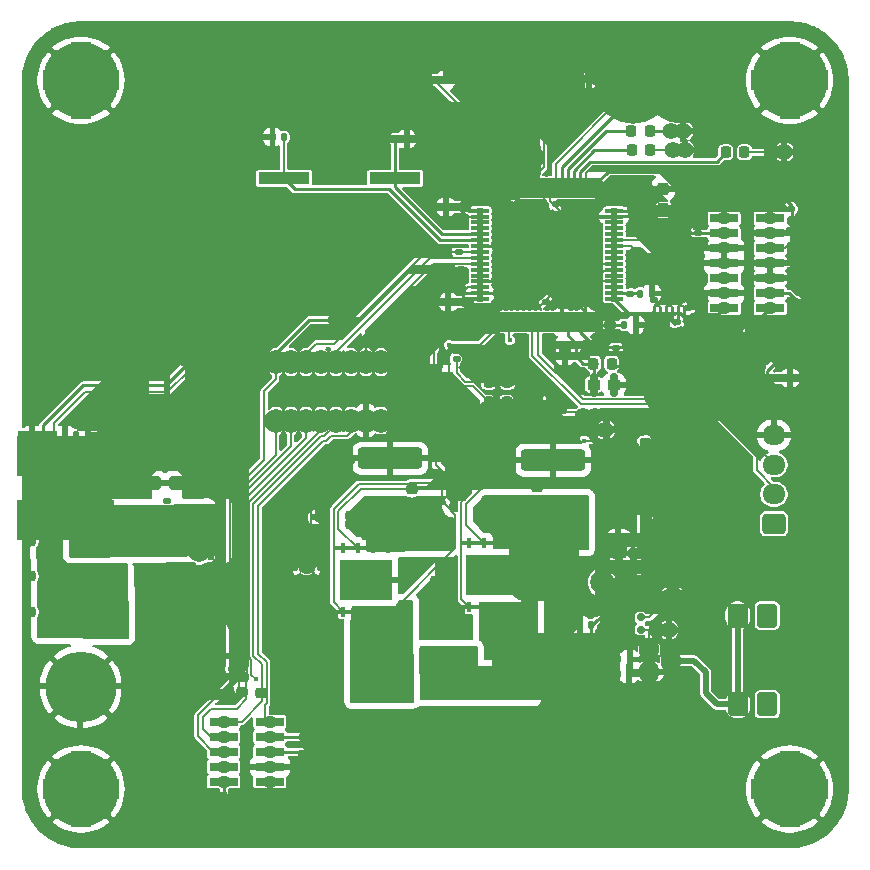
<source format=gbr>
<<<<<<< HEAD
%TF.GenerationSoftware,KiCad,Pcbnew,9.0.0*%
%TF.CreationDate,2025-03-28T09:56:41+01:00*%
%TF.ProjectId,Inverter_KiCAD,496e7665-7274-4657-925f-4b694341442e,rev?*%
%TF.SameCoordinates,Original*%
%TF.FileFunction,Copper,L1,Top*%
%TF.FilePolarity,Positive*%
%FSLAX46Y46*%
G04 Gerber Fmt 4.6, Leading zero omitted, Abs format (unit mm)*
G04 Created by KiCad (PCBNEW 9.0.0) date 2025-03-28 09:56:41*
%MOMM*%
%LPD*%
G01*
G04 APERTURE LIST*
G04 Aperture macros list*
%AMRoundRect*
0 Rectangle with rounded corners*
0 $1 Rounding radius*
0 $2 $3 $4 $5 $6 $7 $8 $9 X,Y pos of 4 corners*
0 Add a 4 corners polygon primitive as box body*
4,1,4,$2,$3,$4,$5,$6,$7,$8,$9,$2,$3,0*
0 Add four circle primitives for the rounded corners*
1,1,$1+$1,$2,$3*
1,1,$1+$1,$4,$5*
1,1,$1+$1,$6,$7*
1,1,$1+$1,$8,$9*
0 Add four rect primitives between the rounded corners*
20,1,$1+$1,$2,$3,$4,$5,0*
20,1,$1+$1,$4,$5,$6,$7,0*
20,1,$1+$1,$6,$7,$8,$9,0*
20,1,$1+$1,$8,$9,$2,$3,0*%
G04 Aperture macros list end*
%TA.AperFunction,SMDPad,CuDef*%
%ADD10RoundRect,0.140000X0.140000X0.170000X-0.140000X0.170000X-0.140000X-0.170000X0.140000X-0.170000X0*%
%TD*%
%TA.AperFunction,SMDPad,CuDef*%
%ADD11RoundRect,0.135000X-0.135000X-0.185000X0.135000X-0.185000X0.135000X0.185000X-0.135000X0.185000X0*%
%TD*%
%TA.AperFunction,SMDPad,CuDef*%
%ADD12RoundRect,0.150000X0.150000X-0.512500X0.150000X0.512500X-0.150000X0.512500X-0.150000X-0.512500X0*%
%TD*%
%TA.AperFunction,SMDPad,CuDef*%
%ADD13RoundRect,0.135000X0.135000X0.185000X-0.135000X0.185000X-0.135000X-0.185000X0.135000X-0.185000X0*%
%TD*%
%TA.AperFunction,SMDPad,CuDef*%
%ADD14RoundRect,0.140000X-0.140000X-0.170000X0.140000X-0.170000X0.140000X0.170000X-0.140000X0.170000X0*%
%TD*%
%TA.AperFunction,SMDPad,CuDef*%
%ADD15RoundRect,0.135000X-0.185000X0.135000X-0.185000X-0.135000X0.185000X-0.135000X0.185000X0.135000X0*%
%TD*%
%TA.AperFunction,SMDPad,CuDef*%
%ADD16RoundRect,0.218750X0.218750X0.256250X-0.218750X0.256250X-0.218750X-0.256250X0.218750X-0.256250X0*%
%TD*%
%TA.AperFunction,SMDPad,CuDef*%
%ADD17RoundRect,0.250000X2.450000X-0.650000X2.450000X0.650000X-2.450000X0.650000X-2.450000X-0.650000X0*%
%TD*%
%TA.AperFunction,SMDPad,CuDef*%
%ADD18R,2.400000X0.740000*%
%TD*%
%TA.AperFunction,SMDPad,CuDef*%
%ADD19RoundRect,0.237500X0.300000X0.237500X-0.300000X0.237500X-0.300000X-0.237500X0.300000X-0.237500X0*%
%TD*%
%TA.AperFunction,SMDPad,CuDef*%
%ADD20R,1.460500X0.508000*%
%TD*%
%TA.AperFunction,ComponentPad*%
%ADD21C,0.800000*%
%TD*%
%TA.AperFunction,ComponentPad*%
%ADD22C,6.400000*%
%TD*%
%TA.AperFunction,ComponentPad*%
%ADD23RoundRect,0.750000X-0.750000X-0.750000X0.750000X-0.750000X0.750000X0.750000X-0.750000X0.750000X0*%
%TD*%
%TA.AperFunction,ComponentPad*%
%ADD24C,3.000000*%
%TD*%
%TA.AperFunction,SMDPad,CuDef*%
%ADD25RoundRect,0.225000X-0.225000X-0.275000X0.225000X-0.275000X0.225000X0.275000X-0.225000X0.275000X0*%
%TD*%
%TA.AperFunction,ComponentPad*%
%ADD26RoundRect,0.250000X0.600000X0.750000X-0.600000X0.750000X-0.600000X-0.750000X0.600000X-0.750000X0*%
%TD*%
%TA.AperFunction,ComponentPad*%
%ADD27O,1.700000X2.000000*%
%TD*%
%TA.AperFunction,SMDPad,CuDef*%
%ADD28RoundRect,0.150000X-0.587500X-0.150000X0.587500X-0.150000X0.587500X0.150000X-0.587500X0.150000X0*%
%TD*%
%TA.AperFunction,SMDPad,CuDef*%
%ADD29RoundRect,0.135000X0.185000X-0.135000X0.185000X0.135000X-0.185000X0.135000X-0.185000X-0.135000X0*%
%TD*%
%TA.AperFunction,ComponentPad*%
%ADD30RoundRect,0.250000X0.725000X-0.600000X0.725000X0.600000X-0.725000X0.600000X-0.725000X-0.600000X0*%
%TD*%
%TA.AperFunction,ComponentPad*%
%ADD31O,1.950000X1.700000*%
%TD*%
%TA.AperFunction,SMDPad,CuDef*%
%ADD32RoundRect,0.075000X-0.700000X-0.075000X0.700000X-0.075000X0.700000X0.075000X-0.700000X0.075000X0*%
%TD*%
%TA.AperFunction,SMDPad,CuDef*%
%ADD33RoundRect,0.075000X-0.075000X-0.700000X0.075000X-0.700000X0.075000X0.700000X-0.075000X0.700000X0*%
%TD*%
%TA.AperFunction,SMDPad,CuDef*%
%ADD34RoundRect,0.140000X-0.170000X0.140000X-0.170000X-0.140000X0.170000X-0.140000X0.170000X0.140000X0*%
%TD*%
%TA.AperFunction,SMDPad,CuDef*%
%ADD35R,0.409999X0.810001*%
%TD*%
%TA.AperFunction,SMDPad,CuDef*%
%ADD36R,4.460001X3.480001*%
%TD*%
%TA.AperFunction,ComponentPad*%
%ADD37RoundRect,1.500000X1.500000X-1.500000X1.500000X1.500000X-1.500000X1.500000X-1.500000X-1.500000X0*%
%TD*%
%TA.AperFunction,ComponentPad*%
%ADD38C,6.000000*%
%TD*%
%TA.AperFunction,SMDPad,CuDef*%
%ADD39RoundRect,0.250001X0.799999X-2.049999X0.799999X2.049999X-0.799999X2.049999X-0.799999X-2.049999X0*%
%TD*%
%TA.AperFunction,SMDPad,CuDef*%
%ADD40R,4.318000X1.016000*%
%TD*%
%TA.AperFunction,SMDPad,CuDef*%
%ADD41R,0.508000X1.460500*%
%TD*%
%TA.AperFunction,SMDPad,CuDef*%
%ADD42RoundRect,0.150000X0.150000X-0.825000X0.150000X0.825000X-0.150000X0.825000X-0.150000X-0.825000X0*%
%TD*%
%TA.AperFunction,SMDPad,CuDef*%
%ADD43RoundRect,0.218750X0.256250X-0.218750X0.256250X0.218750X-0.256250X0.218750X-0.256250X-0.218750X0*%
%TD*%
%TA.AperFunction,SMDPad,CuDef*%
%ADD44RoundRect,0.140000X0.170000X-0.140000X0.170000X0.140000X-0.170000X0.140000X-0.170000X-0.140000X0*%
%TD*%
%TA.AperFunction,SMDPad,CuDef*%
%ADD45RoundRect,0.237500X-0.237500X0.300000X-0.237500X-0.300000X0.237500X-0.300000X0.237500X0.300000X0*%
%TD*%
%TA.AperFunction,SMDPad,CuDef*%
%ADD46RoundRect,0.250001X-0.799999X2.049999X-0.799999X-2.049999X0.799999X-2.049999X0.799999X2.049999X0*%
%TD*%
%TA.AperFunction,SMDPad,CuDef*%
%ADD47RoundRect,0.237500X-0.300000X-0.237500X0.300000X-0.237500X0.300000X0.237500X-0.300000X0.237500X0*%
%TD*%
%TA.AperFunction,ViaPad*%
%ADD48C,0.450000*%
%TD*%
%TA.AperFunction,ViaPad*%
%ADD49C,0.800000*%
%TD*%
%TA.AperFunction,Conductor*%
%ADD50C,0.250000*%
%TD*%
%TA.AperFunction,Conductor*%
%ADD51C,0.200000*%
%TD*%
%TA.AperFunction,Conductor*%
%ADD52C,0.500000*%
%TD*%
%TA.AperFunction,Conductor*%
%ADD53C,0.400000*%
%TD*%
G04 APERTURE END LIST*
D10*
%TO.P,C29,1*%
%TO.N,+3.3VA*%
X186939556Y-108372056D03*
%TO.P,C29,2*%
%TO.N,GND*%
X185979556Y-108372056D03*
%TD*%
D11*
%TO.P,R19,1*%
%TO.N,Net-(D10-K)*%
X194990000Y-89300000D03*
%TO.P,R19,2*%
%TO.N,GND*%
X196010000Y-89300000D03*
%TD*%
D12*
%TO.P,BU33SD5WG-TR1,1,VIN*%
%TO.N,+9V*%
X194200000Y-126200000D03*
%TO.P,BU33SD5WG-TR1,2,GND*%
%TO.N,GND*%
X195150000Y-126200000D03*
%TO.P,BU33SD5WG-TR1,3,~{SHDN}*%
%TO.N,+9V*%
X196100000Y-126200000D03*
%TO.P,BU33SD5WG-TR1,4,NC*%
%TO.N,unconnected-(BU33SD5WG-TR1-NC-Pad4)*%
X196100000Y-123925000D03*
%TO.P,BU33SD5WG-TR1,5,VOUT*%
%TO.N,+3.3V*%
X194200000Y-123925000D03*
%TD*%
D13*
%TO.P,R23,1*%
%TO.N,Net-(R22-Pad1)*%
X194220000Y-109200000D03*
%TO.P,R23,2*%
%TO.N,+3.3V*%
X193200000Y-109200000D03*
%TD*%
D11*
%TO.P,R3,1*%
%TO.N,VBUS*%
X187490000Y-113400000D03*
%TO.P,R3,2*%
%TO.N,/VBus_Sense*%
X188510000Y-113400000D03*
%TD*%
D14*
%TO.P,C5,1*%
%TO.N,+3.3V*%
X188220000Y-131100000D03*
%TO.P,C5,2*%
%TO.N,GND*%
X189180000Y-131100000D03*
%TD*%
D15*
%TO.P,R22,1*%
%TO.N,Net-(R22-Pad1)*%
X202447056Y-109177056D03*
%TO.P,R22,2*%
%TO.N,/MCU_STM32G474/NRST*%
X202447056Y-110197056D03*
%TD*%
D16*
%TO.P,L1,1*%
%TO.N,+3.3V*%
X189947056Y-108972056D03*
%TO.P,L1,2*%
%TO.N,+3.3VA*%
X188372056Y-108972056D03*
%TD*%
D15*
%TO.P,R16,1*%
%TO.N,Net-(R16-Pad1)*%
X197397056Y-83877056D03*
%TO.P,R16,2*%
%TO.N,/MCU_STM32G474/USR_BTN_1*%
X197397056Y-84897056D03*
%TD*%
D16*
%TO.P,D5,1,K*%
%TO.N,Net-(D5-K)*%
X180987500Y-112300000D03*
%TO.P,D5,2,A*%
%TO.N,/In_B_H*%
X179412500Y-112300000D03*
%TD*%
D11*
%TO.P,R21,1*%
%TO.N,Net-(D12-K)*%
X203512056Y-91067056D03*
%TO.P,R21,2*%
%TO.N,GND*%
X204532056Y-91067056D03*
%TD*%
D17*
%TO.P,C1,1*%
%TO.N,VBUS*%
X185000000Y-122250000D03*
%TO.P,C1,2*%
%TO.N,GND*%
X185000000Y-117150000D03*
%TD*%
D18*
%TO.P,J6,1,NC*%
%TO.N,unconnected-(J6-NC-Pad1)*%
X203347056Y-104307056D03*
%TO.P,J6,2,NC*%
%TO.N,unconnected-(J6-NC-Pad2)*%
X199447056Y-104307056D03*
%TO.P,J6,3,VCC*%
%TO.N,+3.3V*%
X203347056Y-103037056D03*
%TO.P,J6,4,JTMS/SWDIO*%
%TO.N,/MCU_STM32G474/SWDIO*%
X199447056Y-103037056D03*
%TO.P,J6,5,GND*%
%TO.N,GND*%
X203347056Y-101767056D03*
%TO.P,J6,6,JCLK/SWCLK*%
%TO.N,/MCU_STM32G474/SWCLK*%
X199447056Y-101767056D03*
%TO.P,J6,7,GND*%
%TO.N,GND*%
X203347056Y-100497056D03*
%TO.P,J6,8,JTDO/SWO*%
%TO.N,/MCU_STM32G474/SWO*%
X199447056Y-100497056D03*
%TO.P,J6,9,JRCLK/NC*%
%TO.N,unconnected-(J6-JRCLK{slash}NC-Pad9)*%
X203347056Y-99227056D03*
%TO.P,J6,10,JTDI/NC*%
%TO.N,unconnected-(J6-JTDI{slash}NC-Pad10)*%
X199447056Y-99227056D03*
%TO.P,J6,11,GNDDetect*%
%TO.N,GND*%
X203347056Y-97957056D03*
%TO.P,J6,12,~{RST}*%
%TO.N,/MCU_STM32G474/NRST*%
X199447056Y-97957056D03*
%TO.P,J6,13,VCP_RX*%
%TO.N,/MCU_STM32G474/VCP_RX*%
X203347056Y-96687056D03*
%TO.P,J6,14,VCP_TX*%
%TO.N,/MCU_STM32G474/VCP_TX*%
X199447056Y-96687056D03*
%TD*%
D11*
%TO.P,R20,1*%
%TO.N,Net-(D11-K)*%
X195090000Y-90900000D03*
%TO.P,R20,2*%
%TO.N,GND*%
X196110000Y-90900000D03*
%TD*%
D17*
%TO.P,C4,1*%
%TO.N,VBUS*%
X171200000Y-122100000D03*
%TO.P,C4,2*%
%TO.N,GND*%
X171200000Y-117000000D03*
%TD*%
D13*
%TO.P,R25,1*%
%TO.N,Net-(R24-Pad1)*%
X165797056Y-83947056D03*
%TO.P,R25,2*%
%TO.N,+3.3V*%
X164777056Y-83947056D03*
%TD*%
D19*
%TO.P,C18,1*%
%TO.N,+3.3V*%
X192362500Y-123900000D03*
%TO.P,C18,2*%
%TO.N,GND*%
X190637500Y-123900000D03*
%TD*%
D16*
%TO.P,D10,1,K*%
%TO.N,Net-(D10-K)*%
X193175000Y-89300000D03*
%TO.P,D10,2,A*%
%TO.N,/MCU_STM32G474/USR_LED_2*%
X191600000Y-89300000D03*
%TD*%
D20*
%TO.P,U3,1,IP+*%
%TO.N,/ARM_IN_A*%
X182472906Y-132692056D03*
%TO.P,U3,2,IP+*%
X182472906Y-133962056D03*
%TO.P,U3,3,IP-*%
%TO.N,/ARM_OUT_A*%
X182472906Y-135232056D03*
%TO.P,U3,4,IP-*%
X182472906Y-136502056D03*
%TO.P,U3,5,GND*%
%TO.N,GND*%
X187921206Y-136502056D03*
%TO.P,U3,6,UREF*%
%TO.N,/Uref_mot*%
X187921206Y-135232056D03*
%TO.P,U3,7,UOUT*%
%TO.N,/Imes_mot*%
X187921206Y-133962056D03*
%TO.P,U3,8,UC*%
%TO.N,+3.3V*%
X187921206Y-132692056D03*
%TD*%
D21*
%TO.P,H113,1,1*%
%TO.N,GND*%
X142600000Y-85000000D03*
X143302944Y-83302944D03*
X143302944Y-86697056D03*
X145000000Y-82600000D03*
D22*
X145000000Y-85000000D03*
D21*
X145000000Y-87400000D03*
X146697056Y-83302944D03*
X146697056Y-86697056D03*
X147400000Y-85000000D03*
%TD*%
D23*
%TO.P,J1,1,Pin_1*%
%TO.N,/ARM_B*%
X170900000Y-135300000D03*
D24*
%TO.P,J1,2,Pin_2*%
%TO.N,/ARM_OUT_A*%
X175900000Y-135300000D03*
%TD*%
D25*
%TO.P,SW2,1,1*%
%TO.N,Net-(R16-Pad1)*%
X191747056Y-83897056D03*
X195847056Y-83897056D03*
%TO.P,SW2,2,2*%
%TO.N,GND*%
X191747056Y-85497056D03*
X195847056Y-85497056D03*
%TD*%
D11*
%TO.P,R18,1*%
%TO.N,Net-(D9-K)*%
X195000000Y-87700000D03*
%TO.P,R18,2*%
%TO.N,GND*%
X196020000Y-87700000D03*
%TD*%
D16*
%TO.P,D11,1,K*%
%TO.N,Net-(D11-K)*%
X193187500Y-90900000D03*
%TO.P,D11,2,A*%
%TO.N,/MCU_STM32G474/USR_LED_3*%
X191612500Y-90900000D03*
%TD*%
D13*
%TO.P,R17,1*%
%TO.N,Net-(R16-Pad1)*%
X190317056Y-83897056D03*
%TO.P,R17,2*%
%TO.N,+3.3V*%
X189297056Y-83897056D03*
%TD*%
D26*
%TO.P,J4,1,Pin_1*%
%TO.N,+9V*%
X203097056Y-130322056D03*
D27*
%TO.P,J4,2,Pin_2*%
%TO.N,Net-(J4-Pin_2)*%
X200597056Y-130322056D03*
%TD*%
D14*
%TO.P,C22,1*%
%TO.N,GND*%
X161217056Y-89797056D03*
%TO.P,C22,2*%
%TO.N,Net-(U6-PF1)*%
X162177056Y-89797056D03*
%TD*%
D13*
%TO.P,R14,1*%
%TO.N,Net-(R13-Pad1)*%
X178610000Y-83900000D03*
%TO.P,R14,2*%
%TO.N,+3.3V*%
X177590000Y-83900000D03*
%TD*%
D28*
%TO.P,Q5,1,G*%
%TO.N,Net-(Q5-G)*%
X193109556Y-133172056D03*
%TO.P,Q5,2,S*%
%TO.N,GND*%
X193109556Y-135072056D03*
%TO.P,Q5,3,D*%
%TO.N,Net-(J4-Pin_2)*%
X194984556Y-134122056D03*
%TD*%
D11*
%TO.P,R12,1*%
%TO.N,Net-(Q5-G)*%
X193754556Y-131522056D03*
%TO.P,R12,2*%
%TO.N,GND*%
X194774556Y-131522056D03*
%TD*%
D19*
%TO.P,C17,1*%
%TO.N,+9V*%
X192362500Y-126200000D03*
%TO.P,C17,2*%
%TO.N,GND*%
X190637500Y-126200000D03*
%TD*%
D29*
%TO.P,R15,1*%
%TO.N,Net-(U6-PB8)*%
X182197056Y-91307056D03*
%TO.P,R15,2*%
%TO.N,GND*%
X182197056Y-90287056D03*
%TD*%
D15*
%TO.P,R10,1*%
%TO.N,Net-(D8-K)*%
X198400000Y-123900000D03*
%TO.P,R10,2*%
%TO.N,GND*%
X198400000Y-124920000D03*
%TD*%
D21*
%TO.P,H109,1,1*%
%TO.N,GND*%
X202600000Y-85000000D03*
X203302944Y-83302944D03*
X203302944Y-86697056D03*
X205000000Y-82600000D03*
D22*
X205000000Y-85000000D03*
D21*
X205000000Y-87400000D03*
X206697056Y-83302944D03*
X206697056Y-86697056D03*
X207400000Y-85000000D03*
%TD*%
D30*
%TO.P,J7,1,Pin_1*%
%TO.N,unconnected-(J7-Pin_1-Pad1)*%
X203672056Y-122547056D03*
D31*
%TO.P,J7,2,Pin_2*%
%TO.N,/MCU_STM32G474/USART1_RX*%
X203672056Y-120047056D03*
%TO.P,J7,3,Pin_3*%
%TO.N,/MCU_STM32G474/USART1_TX*%
X203672056Y-117547056D03*
%TO.P,J7,4,Pin_4*%
%TO.N,GND*%
X203672056Y-115047056D03*
%TD*%
D13*
%TO.P,R1,1*%
%TO.N,Net-(D1-K)*%
X181110000Y-109200000D03*
%TO.P,R1,2*%
%TO.N,GND*%
X180090000Y-109200000D03*
%TD*%
D32*
%TO.P,U6,1,VBAT*%
%TO.N,+3.3V*%
X178797056Y-96027056D03*
%TO.P,U6,2,PC13*%
%TO.N,unconnected-(U6-PC13-Pad2)*%
X178797056Y-96527056D03*
%TO.P,U6,3,PC14*%
%TO.N,unconnected-(U6-PC14-Pad3)*%
X178797056Y-97027056D03*
%TO.P,U6,4,PC15*%
%TO.N,unconnected-(U6-PC15-Pad4)*%
X178797056Y-97527056D03*
%TO.P,U6,5,PF0*%
%TO.N,Net-(U6-PF0)*%
X178797056Y-98027056D03*
%TO.P,U6,6,PF1*%
%TO.N,Net-(U6-PF1)*%
X178797056Y-98527056D03*
%TO.P,U6,7,PG10*%
%TO.N,/MCU_STM32G474/NRST*%
X178797056Y-99027056D03*
%TO.P,U6,8,PC0*%
%TO.N,/In_A_H*%
X178797056Y-99527056D03*
%TO.P,U6,9,PC1*%
%TO.N,/Imes_vbus*%
X178797056Y-100027056D03*
%TO.P,U6,10,PC2*%
%TO.N,unconnected-(U6-PC2-Pad10)*%
X178797056Y-100527056D03*
%TO.P,U6,11,PC3*%
%TO.N,/Pwr_EN*%
X178797056Y-101027056D03*
%TO.P,U6,12,PA0*%
%TO.N,/ENC_A*%
X178797056Y-101527056D03*
%TO.P,U6,13,PA1*%
%TO.N,/ENC_B*%
X178797056Y-102027056D03*
%TO.P,U6,14,PA2*%
%TO.N,unconnected-(U6-PA2-Pad14)*%
X178797056Y-102527056D03*
%TO.P,U6,15,VSS*%
%TO.N,GND*%
X178797056Y-103027056D03*
%TO.P,U6,16,VDD*%
%TO.N,+3.3V*%
X178797056Y-103527056D03*
D33*
%TO.P,U6,17,PA3*%
%TO.N,unconnected-(U6-PA3-Pad17)*%
X180722056Y-105452056D03*
%TO.P,U6,18,PA4*%
%TO.N,unconnected-(U6-PA4-Pad18)*%
X181222056Y-105452056D03*
%TO.P,U6,19,PA5*%
%TO.N,/ENC_C*%
X181722056Y-105452056D03*
%TO.P,U6,20,PA6*%
%TO.N,unconnected-(U6-PA6-Pad20)*%
X182222056Y-105452056D03*
%TO.P,U6,21,PA7*%
%TO.N,/In_B_H*%
X182722056Y-105452056D03*
%TO.P,U6,22,PC4*%
%TO.N,/MCU_STM32G474/USART1_RX*%
X183222056Y-105452056D03*
%TO.P,U6,23,PC5*%
%TO.N,/MCU_STM32G474/USART1_TX*%
X183722056Y-105452056D03*
%TO.P,U6,24,PB0*%
%TO.N,unconnected-(U6-PB0-Pad24)*%
X184222056Y-105452056D03*
%TO.P,U6,25,PB1*%
%TO.N,/PWM_FAN*%
X184722056Y-105452056D03*
%TO.P,U6,26,PB2*%
%TO.N,/Imes_mot*%
X185222056Y-105452056D03*
%TO.P,U6,27,VSSA*%
%TO.N,GND*%
X185722056Y-105452056D03*
%TO.P,U6,28,VREF+*%
%TO.N,+3.3VA*%
X186222056Y-105452056D03*
%TO.P,U6,29,VDDA*%
X186722056Y-105452056D03*
%TO.P,U6,30,PB10*%
%TO.N,/MCU_STM32G474/VCP_TX*%
X187222056Y-105452056D03*
%TO.P,U6,31,VSS*%
%TO.N,GND*%
X187722056Y-105452056D03*
%TO.P,U6,32,VDD*%
%TO.N,+3.3V*%
X188222056Y-105452056D03*
D32*
%TO.P,U6,33,PB11*%
%TO.N,/MCU_STM32G474/VCP_RX*%
X190147056Y-103527056D03*
%TO.P,U6,34,PB12*%
%TO.N,/VBus_Sense*%
X190147056Y-103027056D03*
%TO.P,U6,35,PB13*%
%TO.N,unconnected-(U6-PB13-Pad35)*%
X190147056Y-102527056D03*
%TO.P,U6,36,PB14*%
%TO.N,unconnected-(U6-PB14-Pad36)*%
X190147056Y-102027056D03*
%TO.P,U6,37,PB15*%
%TO.N,unconnected-(U6-PB15-Pad37)*%
X190147056Y-101527056D03*
%TO.P,U6,38,PC6*%
%TO.N,unconnected-(U6-PC6-Pad38)*%
X190147056Y-101027056D03*
%TO.P,U6,39,PC7*%
%TO.N,unconnected-(U6-PC7-Pad39)*%
X190147056Y-100527056D03*
%TO.P,U6,40,PC8*%
%TO.N,unconnected-(U6-PC8-Pad40)*%
X190147056Y-100027056D03*
%TO.P,U6,41,PC9*%
%TO.N,unconnected-(U6-PC9-Pad41)*%
X190147056Y-99527056D03*
%TO.P,U6,42,PA8*%
%TO.N,/I2C_SDA*%
X190147056Y-99027056D03*
%TO.P,U6,43,PA9*%
%TO.N,/I2C_SCL*%
X190147056Y-98527056D03*
%TO.P,U6,44,PA10*%
%TO.N,unconnected-(U6-PA10-Pad44)*%
X190147056Y-98027056D03*
%TO.P,U6,45,PA11*%
%TO.N,unconnected-(U6-PA11-Pad45)*%
X190147056Y-97527056D03*
%TO.P,U6,46,PA12*%
%TO.N,unconnected-(U6-PA12-Pad46)*%
X190147056Y-97027056D03*
%TO.P,U6,47,VSS*%
%TO.N,GND*%
X190147056Y-96527056D03*
%TO.P,U6,48,VDD*%
%TO.N,+3.3V*%
X190147056Y-96027056D03*
D33*
%TO.P,U6,49,PA13*%
%TO.N,/MCU_STM32G474/SWDIO*%
X188222056Y-94102056D03*
%TO.P,U6,50,PA14*%
%TO.N,/MCU_STM32G474/SWCLK*%
X187722056Y-94102056D03*
%TO.P,U6,51,PA15*%
%TO.N,/MCU_STM32G474/USR_LED_4*%
X187222056Y-94102056D03*
%TO.P,U6,52,PC10*%
%TO.N,/MCU_STM32G474/USR_LED_3*%
X186722056Y-94102056D03*
%TO.P,U6,53,PC11*%
%TO.N,/MCU_STM32G474/USR_LED_2*%
X186222056Y-94102056D03*
%TO.P,U6,54,PC12*%
%TO.N,/MCU_STM32G474/USR_LED_1*%
X185722056Y-94102056D03*
%TO.P,U6,55,PD2*%
%TO.N,/MCU_STM32G474/USR_BTN_1*%
X185222056Y-94102056D03*
%TO.P,U6,56,PB3*%
%TO.N,/MCU_STM32G474/SWO*%
X184722056Y-94102056D03*
%TO.P,U6,57,PB4*%
%TO.N,/MCU_STM32G474/USR_BTN_2*%
X184222056Y-94102056D03*
%TO.P,U6,58,PB5*%
%TO.N,/MCU_STM32G474/USR_BTN_3*%
X183722056Y-94102056D03*
%TO.P,U6,59,PB6*%
%TO.N,unconnected-(U6-PB6-Pad59)*%
X183222056Y-94102056D03*
%TO.P,U6,60,PB7*%
%TO.N,unconnected-(U6-PB7-Pad60)*%
X182722056Y-94102056D03*
%TO.P,U6,61,PB8*%
%TO.N,Net-(U6-PB8)*%
X182222056Y-94102056D03*
%TO.P,U6,62,PB9*%
%TO.N,unconnected-(U6-PB9-Pad62)*%
X181722056Y-94102056D03*
%TO.P,U6,63,VSS*%
%TO.N,GND*%
X181222056Y-94102056D03*
%TO.P,U6,64,VDD*%
%TO.N,+3.3V*%
X180722056Y-94102056D03*
%TD*%
D34*
%TO.P,C31,1*%
%TO.N,GND*%
X198497056Y-83917056D03*
%TO.P,C31,2*%
%TO.N,/MCU_STM32G474/USR_BTN_1*%
X198497056Y-84877056D03*
%TD*%
D10*
%TO.P,C24,1*%
%TO.N,+3.3V*%
X177057056Y-103797056D03*
%TO.P,C24,2*%
%TO.N,GND*%
X176097056Y-103797056D03*
%TD*%
D25*
%TO.P,SW7,1,1*%
%TO.N,Net-(R22-Pad1)*%
X195697056Y-109197056D03*
X199797056Y-109197056D03*
%TO.P,SW7,2,2*%
%TO.N,GND*%
X195697056Y-110797056D03*
X199797056Y-110797056D03*
%TD*%
D21*
%TO.P,H111,1,1*%
%TO.N,GND*%
X202600000Y-145000000D03*
X203302944Y-143302944D03*
X203302944Y-146697056D03*
X205000000Y-142600000D03*
D22*
X205000000Y-145000000D03*
D21*
X205000000Y-147400000D03*
X206697056Y-143302944D03*
X206697056Y-146697056D03*
X207400000Y-145000000D03*
%TD*%
D16*
%TO.P,D1,1,K*%
%TO.N,Net-(D1-K)*%
X181087500Y-110500000D03*
%TO.P,D1,2,A*%
%TO.N,/In_A_H*%
X179512500Y-110500000D03*
%TD*%
D25*
%TO.P,SW1,1,1*%
%TO.N,Net-(R13-Pad1)*%
X180350000Y-83900000D03*
X184450000Y-83900000D03*
%TO.P,SW1,2,2*%
%TO.N,GND*%
X180350000Y-85500000D03*
X184450000Y-85500000D03*
%TD*%
D35*
%TO.P,U7,1,VIN*%
%TO.N,VBUS*%
X181705000Y-124207600D03*
%TO.P,U7,2,VIN*%
X180435000Y-124207600D03*
%TO.P,U7,3,TG*%
%TO.N,/Cmd_H_A*%
X179165000Y-124207600D03*
%TO.P,U7,4,TGR*%
%TO.N,unconnected-(U7-TGR-Pad4)*%
X177895000Y-124207600D03*
%TO.P,U7,5,BG*%
%TO.N,/Cmd_L_A*%
X177895000Y-129592400D03*
%TO.P,U7,6,VSW*%
%TO.N,/ARM_IN_A*%
X179165000Y-129592400D03*
%TO.P,U7,7,VSW*%
X180435000Y-129592400D03*
%TO.P,U7,8,VSW*%
X181705000Y-129592400D03*
D36*
%TO.P,U7,9,PGND*%
%TO.N,GND*%
X179800000Y-126900000D03*
%TD*%
D14*
%TO.P,C6,1*%
%TO.N,/Imes_mot*%
X190492906Y-134032056D03*
%TO.P,C6,2*%
%TO.N,GND*%
X191452906Y-134032056D03*
%TD*%
%TO.P,C14,1*%
%TO.N,/Imes_vbus*%
X142720000Y-115000000D03*
%TO.P,C14,2*%
%TO.N,GND*%
X143680000Y-115000000D03*
%TD*%
D25*
%TO.P,SW8,1,1*%
%TO.N,Net-(R24-Pad1)*%
X167447056Y-83897056D03*
X171547056Y-83897056D03*
%TO.P,SW8,2,2*%
%TO.N,GND*%
X167447056Y-85497056D03*
X171547056Y-85497056D03*
%TD*%
D37*
%TO.P,BT1,1,-*%
%TO.N,GND*%
X144900000Y-136300000D03*
D38*
%TO.P,BT1,2,+*%
%TO.N,Net-(BT1-+)*%
X144900000Y-129100000D03*
%TD*%
D10*
%TO.P,C26,1*%
%TO.N,+3.3VA*%
X186939556Y-107372056D03*
%TO.P,C26,2*%
%TO.N,GND*%
X185979556Y-107372056D03*
%TD*%
D11*
%TO.P,R6,1*%
%TO.N,Net-(D3-K)*%
X184290000Y-127500000D03*
%TO.P,R6,2*%
%TO.N,GND*%
X185310000Y-127500000D03*
%TD*%
%TO.P,R5,1*%
%TO.N,/VBus_Sense*%
X188390000Y-114600000D03*
%TO.P,R5,2*%
%TO.N,GND*%
X189410000Y-114600000D03*
%TD*%
D10*
%TO.P,C20,1*%
%TO.N,GND*%
X187980000Y-84900000D03*
%TO.P,C20,2*%
%TO.N,/MCU_STM32G474/USR_BTN_2*%
X187020000Y-84900000D03*
%TD*%
D39*
%TO.P,C10,1*%
%TO.N,VBUS*%
X152300000Y-120600000D03*
%TO.P,C10,2*%
%TO.N,GND*%
X152300000Y-111800000D03*
%TD*%
D29*
%TO.P,R11,1*%
%TO.N,Net-(Q5-G)*%
X192397056Y-131497056D03*
%TO.P,R11,2*%
%TO.N,/PWM_FAN*%
X192397056Y-130477056D03*
%TD*%
D40*
%TO.P,Y1,1,1*%
%TO.N,Net-(U6-PF1)*%
X162198056Y-93297056D03*
%TO.P,Y1,2,2*%
%TO.N,Net-(U6-PF0)*%
X171596056Y-93297056D03*
%TD*%
D35*
%TO.P,U8,1,VIN*%
%TO.N,VBUS*%
X171002056Y-124597056D03*
%TO.P,U8,2,VIN*%
X169732056Y-124597056D03*
%TO.P,U8,3,TG*%
%TO.N,/Cmd_H_B*%
X168462056Y-124597056D03*
%TO.P,U8,4,TGR*%
%TO.N,unconnected-(U8-TGR-Pad4)*%
X167192056Y-124597056D03*
%TO.P,U8,5,BG*%
%TO.N,/Cmd_L_B*%
X167192056Y-129981856D03*
%TO.P,U8,6,VSW*%
%TO.N,/ARM_B*%
X168462056Y-129981856D03*
%TO.P,U8,7,VSW*%
X169732056Y-129981856D03*
%TO.P,U8,8,VSW*%
X171002056Y-129981856D03*
D36*
%TO.P,U8,9,PGND*%
%TO.N,GND*%
X169097056Y-127289456D03*
%TD*%
D41*
%TO.P,U2,1,IP+*%
%TO.N,Net-(BT1-+)*%
X141795000Y-122224150D03*
%TO.P,U2,2,IP+*%
X143065000Y-122224150D03*
%TO.P,U2,3,IP-*%
%TO.N,VBUS*%
X144335000Y-122224150D03*
%TO.P,U2,4,IP-*%
X145605000Y-122224150D03*
%TO.P,U2,5,GND*%
%TO.N,GND*%
X145605000Y-116775850D03*
%TO.P,U2,6,UREF*%
%TO.N,/Uref_vbus*%
X144335000Y-116775850D03*
%TO.P,U2,7,UOUT*%
%TO.N,/Imes_vbus*%
X143065000Y-116775850D03*
%TO.P,U2,8,UC*%
%TO.N,+3.3V*%
X141795000Y-116775850D03*
%TD*%
D26*
%TO.P,J5,1,Pin_1*%
%TO.N,+9V*%
X203097056Y-137822056D03*
D27*
%TO.P,J5,2,Pin_2*%
%TO.N,Net-(J4-Pin_2)*%
X200597056Y-137822056D03*
%TD*%
D18*
%TO.P,J3,1,Pin_1*%
%TO.N,unconnected-(J3-Pin_1-Pad1)*%
X161000000Y-144380000D03*
%TO.P,J3,2,Pin_2*%
%TO.N,+3.3V*%
X157100000Y-144380000D03*
%TO.P,J3,3,Pin_3*%
%TO.N,GND*%
X161000000Y-143110000D03*
%TO.P,J3,4,Pin_4*%
%TO.N,unconnected-(J3-Pin_4-Pad4)*%
X157100000Y-143110000D03*
%TO.P,J3,5,Pin_5*%
%TO.N,/{slash}A*%
X161000000Y-141840000D03*
%TO.P,J3,6,Pin_6*%
%TO.N,/A*%
X157100000Y-141840000D03*
%TO.P,J3,7,Pin_7*%
%TO.N,/{slash}B*%
X161000000Y-140570000D03*
%TO.P,J3,8,Pin_8*%
%TO.N,/B*%
X157100000Y-140570000D03*
%TO.P,J3,9,Pin_9*%
%TO.N,/{slash}Z*%
X161000000Y-139300000D03*
%TO.P,J3,10,Pin_10*%
%TO.N,/Z*%
X157100000Y-139300000D03*
%TD*%
D10*
%TO.P,C39,1*%
%TO.N,GND*%
X175877056Y-84997056D03*
%TO.P,C39,2*%
%TO.N,/MCU_STM32G474/USR_BTN_3*%
X174917056Y-84997056D03*
%TD*%
D42*
%TO.P,U5,1,A*%
%TO.N,/A*%
X161490000Y-113800000D03*
%TO.P,U5,2,/A*%
%TO.N,/{slash}A*%
X162760000Y-113800000D03*
%TO.P,U5,3,B*%
%TO.N,/B*%
X164030000Y-113800000D03*
%TO.P,U5,4,/B*%
%TO.N,/{slash}B*%
X165300000Y-113800000D03*
%TO.P,U5,5,Z*%
%TO.N,/Z*%
X166570000Y-113800000D03*
%TO.P,U5,6,/Z*%
%TO.N,/{slash}Z*%
X167840000Y-113800000D03*
%TO.P,U5,7,GND*%
%TO.N,GND*%
X169110000Y-113800000D03*
%TO.P,U5,8,AlarmD*%
%TO.N,unconnected-(U5-AlarmD-Pad8)*%
X170380000Y-113800000D03*
%TO.P,U5,9*%
%TO.N,N/C*%
X170380000Y-108850000D03*
%TO.P,U5,10,OutZ*%
%TO.N,/ENC_C*%
X169110000Y-108850000D03*
%TO.P,U5,11,AlarmZ*%
%TO.N,unconnected-(U5-AlarmZ-Pad11)*%
X167840000Y-108850000D03*
%TO.P,U5,12,OutB*%
%TO.N,/ENC_B*%
X166570000Y-108850000D03*
%TO.P,U5,13,AlarmB*%
%TO.N,unconnected-(U5-AlarmB-Pad13)*%
X165300000Y-108850000D03*
%TO.P,U5,14,OutA*%
%TO.N,/ENC_A*%
X164030000Y-108850000D03*
%TO.P,U5,15,AlarmA*%
%TO.N,unconnected-(U5-AlarmA-Pad15)*%
X162760000Y-108850000D03*
%TO.P,U5,16,VCC*%
%TO.N,+3.3V*%
X161490000Y-108850000D03*
%TD*%
D10*
%TO.P,C38,1*%
%TO.N,GND*%
X205027056Y-110197056D03*
%TO.P,C38,2*%
%TO.N,/MCU_STM32G474/NRST*%
X204067056Y-110197056D03*
%TD*%
D34*
%TO.P,C30,1*%
%TO.N,+3.3V*%
X192700000Y-96020000D03*
%TO.P,C30,2*%
%TO.N,GND*%
X192700000Y-96980000D03*
%TD*%
D43*
%TO.P,D3,1,K*%
%TO.N,Net-(D3-K)*%
X184200000Y-126087500D03*
%TO.P,D3,2,A*%
%TO.N,VBUS*%
X184200000Y-124512500D03*
%TD*%
D34*
%TO.P,C19,1*%
%TO.N,+3.3V*%
X159900000Y-108800000D03*
%TO.P,C19,2*%
%TO.N,GND*%
X159900000Y-109760000D03*
%TD*%
D13*
%TO.P,R7,1*%
%TO.N,Net-(D5-K)*%
X181110000Y-113700000D03*
%TO.P,R7,2*%
%TO.N,GND*%
X180090000Y-113700000D03*
%TD*%
D10*
%TO.P,C21,1*%
%TO.N,GND*%
X172577056Y-89997056D03*
%TO.P,C21,2*%
%TO.N,Net-(U6-PF0)*%
X171617056Y-89997056D03*
%TD*%
D21*
%TO.P,H114,1,1*%
%TO.N,GND*%
X142600000Y-145000000D03*
X143302944Y-143302944D03*
X143302944Y-146697056D03*
X145000000Y-142600000D03*
D22*
X145000000Y-145000000D03*
D21*
X145000000Y-147400000D03*
X146697056Y-143302944D03*
X146697056Y-146697056D03*
X147400000Y-145000000D03*
%TD*%
D10*
%TO.P,C28,1*%
%TO.N,+3.3V*%
X176877056Y-95697056D03*
%TO.P,C28,2*%
%TO.N,GND*%
X175917056Y-95697056D03*
%TD*%
D16*
%TO.P,D9,1,K*%
%TO.N,Net-(D9-K)*%
X193187500Y-87700000D03*
%TO.P,D9,2,A*%
%TO.N,/MCU_STM32G474/USR_LED_1*%
X191612500Y-87700000D03*
%TD*%
D44*
%TO.P,C32,1*%
%TO.N,+3.3V*%
X180997056Y-92277056D03*
%TO.P,C32,2*%
%TO.N,GND*%
X180997056Y-91317056D03*
%TD*%
D14*
%TO.P,C27,1*%
%TO.N,+3.3V*%
X191017056Y-105697056D03*
%TO.P,C27,2*%
%TO.N,GND*%
X191977056Y-105697056D03*
%TD*%
D16*
%TO.P,D12,1,K*%
%TO.N,Net-(D12-K)*%
X201174556Y-91097056D03*
%TO.P,D12,2,A*%
%TO.N,/MCU_STM32G474/USR_LED_4*%
X199599556Y-91097056D03*
%TD*%
D14*
%TO.P,C15,1*%
%TO.N,/Uref_vbus*%
X144620000Y-115000000D03*
%TO.P,C15,2*%
%TO.N,GND*%
X145580000Y-115000000D03*
%TD*%
%TO.P,C16,1*%
%TO.N,/VBus_Sense*%
X192367056Y-103047056D03*
%TO.P,C16,2*%
%TO.N,GND*%
X193327056Y-103047056D03*
%TD*%
%TO.P,C7,1*%
%TO.N,/Uref_mot*%
X190437056Y-135297056D03*
%TO.P,C7,2*%
%TO.N,GND*%
X191397056Y-135297056D03*
%TD*%
D45*
%TO.P,C23,1*%
%TO.N,+3.3V*%
X194297056Y-96037500D03*
%TO.P,C23,2*%
%TO.N,GND*%
X194297056Y-97762500D03*
%TD*%
D46*
%TO.P,C8,1*%
%TO.N,VBUS*%
X156000000Y-124900000D03*
%TO.P,C8,2*%
%TO.N,GND*%
X156000000Y-133700000D03*
%TD*%
D15*
%TO.P,R13,1*%
%TO.N,Net-(R13-Pad1)*%
X185900000Y-83890000D03*
%TO.P,R13,2*%
%TO.N,/MCU_STM32G474/USR_BTN_2*%
X185900000Y-84910000D03*
%TD*%
%TO.P,R24,1*%
%TO.N,Net-(R24-Pad1)*%
X173197056Y-83937056D03*
%TO.P,R24,2*%
%TO.N,/MCU_STM32G474/USR_BTN_3*%
X173197056Y-84957056D03*
%TD*%
D43*
%TO.P,D8,1,K*%
%TO.N,Net-(D8-K)*%
X198400000Y-122587500D03*
%TO.P,D8,2,A*%
%TO.N,+3.3V*%
X198400000Y-121012500D03*
%TD*%
D10*
%TO.P,C13,1*%
%TO.N,+3.3V*%
X141780000Y-115000000D03*
%TO.P,C13,2*%
%TO.N,GND*%
X140820000Y-115000000D03*
%TD*%
D47*
%TO.P,C25,1*%
%TO.N,+3.3VA*%
X188397056Y-110772056D03*
%TO.P,C25,2*%
%TO.N,GND*%
X190122056Y-110772056D03*
%TD*%
D48*
%TO.N,+3.3V*%
X189097056Y-85397056D03*
D49*
X192800000Y-122100000D03*
D48*
X158728768Y-135528768D03*
X191697056Y-95997056D03*
X177627056Y-85977056D03*
X177697056Y-103797056D03*
X156963215Y-145701173D03*
X189797056Y-105697056D03*
X180797056Y-92797056D03*
D49*
X165400000Y-104074000D03*
X193000000Y-108200000D03*
D48*
X177497056Y-95697056D03*
D49*
X190300000Y-107700000D03*
D48*
X166400000Y-105300000D03*
X197000000Y-121000000D03*
X165700000Y-85600000D03*
D49*
X194200000Y-122400000D03*
X192700000Y-115500000D03*
X205900000Y-102900000D03*
D48*
%TO.N,GND*%
X193000000Y-149300000D03*
X168600000Y-111900000D03*
X175000000Y-149300000D03*
X140700000Y-121000000D03*
X183600000Y-119400000D03*
X172400000Y-100000000D03*
X143097056Y-100297056D03*
X140700000Y-124000000D03*
X205000000Y-80800000D03*
X140700000Y-130000000D03*
X172000000Y-149300000D03*
X193097056Y-106297056D03*
X164900000Y-89900000D03*
D49*
X167900000Y-117200000D03*
D48*
X165400000Y-81000000D03*
X145900000Y-80800000D03*
X209200000Y-131500000D03*
X183200000Y-140500000D03*
X205000000Y-149500000D03*
X178097056Y-109297056D03*
X185897056Y-134497056D03*
X145100000Y-114300000D03*
D49*
X195200000Y-128200000D03*
D48*
X180397056Y-102997056D03*
X209200000Y-107500000D03*
X151000000Y-149300000D03*
X181197056Y-95597056D03*
X164800000Y-100300000D03*
X163000000Y-149300000D03*
X150700000Y-140800000D03*
X148000000Y-149300000D03*
X189400000Y-81000000D03*
X168197056Y-128297056D03*
X153097056Y-90297056D03*
X140700000Y-139000000D03*
X141400000Y-82500000D03*
D49*
X189900000Y-130200000D03*
D48*
X169197056Y-127297056D03*
X159400000Y-81000000D03*
X185797056Y-103897056D03*
X140700000Y-112000000D03*
D49*
X149100000Y-110800000D03*
D48*
X146300000Y-114300000D03*
X175100000Y-127400000D03*
X170197056Y-127297056D03*
X178000000Y-149300000D03*
D49*
X193500000Y-103600000D03*
D48*
X140700000Y-97000000D03*
X180700000Y-127300000D03*
X142000000Y-148200000D03*
X154200000Y-133200000D03*
X170197056Y-128297056D03*
X143100000Y-109500000D03*
X145700000Y-114300000D03*
X140700000Y-100000000D03*
X185900000Y-129200000D03*
X140700000Y-136000000D03*
X187000000Y-149300000D03*
X209200000Y-101500000D03*
X179697056Y-82097056D03*
X167097056Y-118297056D03*
X140700000Y-88000000D03*
X160000000Y-149300000D03*
X196000000Y-149300000D03*
X153400000Y-100600000D03*
X173097056Y-105297056D03*
X169197056Y-128297056D03*
X202400000Y-81100000D03*
D49*
X183500000Y-115100000D03*
D48*
X178700000Y-127300000D03*
X140700000Y-91000000D03*
X209200000Y-119500000D03*
X162400000Y-81000000D03*
X148600000Y-80900000D03*
X140700000Y-85000000D03*
X183097056Y-90297056D03*
X140700000Y-118000000D03*
D49*
X158800000Y-116300000D03*
D48*
X203097056Y-95297056D03*
X140700000Y-133000000D03*
X140700000Y-109000000D03*
X169000000Y-149300000D03*
X168400000Y-81000000D03*
X198097056Y-95297056D03*
X209200000Y-95500000D03*
X209200000Y-89500000D03*
D49*
X205100000Y-100400000D03*
D48*
X198300000Y-81100000D03*
X140700000Y-103000000D03*
D49*
X156100000Y-114100000D03*
D48*
X177400000Y-81000000D03*
X191847056Y-100547056D03*
D49*
X184600000Y-89500000D03*
D48*
X145000000Y-149300000D03*
X178900000Y-107800000D03*
X140700000Y-142000000D03*
D49*
X205000000Y-97700000D03*
D48*
X189397056Y-106797056D03*
X186000000Y-107900000D03*
X209200000Y-145000000D03*
X209200000Y-104500000D03*
X180400000Y-81000000D03*
D49*
X189500000Y-127200000D03*
D48*
X140600000Y-145400000D03*
X187097056Y-110297056D03*
X172797056Y-85897056D03*
X142900000Y-81000000D03*
X209200000Y-125500000D03*
X178700000Y-126300000D03*
X168197056Y-127297056D03*
X140700000Y-127000000D03*
X153400000Y-81000000D03*
X199000000Y-149300000D03*
X193000000Y-141000000D03*
X187797056Y-96497056D03*
X184900000Y-102100000D03*
X191600000Y-110800000D03*
X140700000Y-106000000D03*
X143097056Y-90297056D03*
X209200000Y-98500000D03*
X182097056Y-109297056D03*
X166000000Y-149300000D03*
X209200000Y-110500000D03*
X181000000Y-149300000D03*
X183400000Y-81000000D03*
X209200000Y-113500000D03*
X207600000Y-81600000D03*
D49*
X149750000Y-111450000D03*
D48*
X209200000Y-86500000D03*
X209200000Y-128500000D03*
X179700000Y-126300000D03*
X154000000Y-149300000D03*
X209200000Y-122500000D03*
X195400000Y-81000000D03*
X209200000Y-143500000D03*
X209200000Y-92500000D03*
X203097056Y-106297056D03*
X183097056Y-100297056D03*
X171400000Y-81000000D03*
X192400000Y-81000000D03*
D49*
X199500000Y-125500000D03*
X158400000Y-122800000D03*
D48*
X140700000Y-94000000D03*
X180700000Y-126300000D03*
X176297056Y-89697056D03*
X202000000Y-149300000D03*
D49*
X189300000Y-125400000D03*
D48*
X198097056Y-106297056D03*
X186400000Y-81000000D03*
X174400000Y-81000000D03*
X197097056Y-103047056D03*
X157000000Y-149300000D03*
X175400000Y-115100000D03*
X209200000Y-134500000D03*
X209200000Y-116500000D03*
X190000000Y-149300000D03*
X209200000Y-140500000D03*
X184000000Y-149300000D03*
X156400000Y-81000000D03*
X208100000Y-148200000D03*
D49*
X176500000Y-121100000D03*
D48*
X179700000Y-127300000D03*
X171700000Y-140600000D03*
X151200000Y-81000000D03*
X209200000Y-137500000D03*
D49*
%TO.N,/Imes_mot*%
X184700000Y-112100000D03*
X184400000Y-103800000D03*
D48*
%TO.N,VBUS*%
X170097056Y-123500000D03*
X148000000Y-123750000D03*
X147000000Y-122800000D03*
X181400000Y-123200000D03*
X147000000Y-123750000D03*
X148000000Y-121750000D03*
X148000000Y-122800000D03*
X172000000Y-123500000D03*
X180400000Y-123200000D03*
X147000000Y-124800000D03*
X147000000Y-121750000D03*
X181400000Y-121200000D03*
X185674263Y-112822793D03*
X167900000Y-121900000D03*
X171097056Y-123500000D03*
X180400000Y-121200000D03*
X181400000Y-122200000D03*
X180400000Y-122200000D03*
X169200000Y-123500000D03*
X148000000Y-124800000D03*
X167900000Y-122600000D03*
D49*
%TO.N,/VBus_Sense*%
X191500000Y-103100000D03*
X188487056Y-114000000D03*
%TO.N,+9V*%
X165300000Y-126300000D03*
X164100000Y-126300000D03*
X163000000Y-126300000D03*
X196100000Y-127600000D03*
D48*
X176300000Y-117800000D03*
D49*
X194200000Y-127600000D03*
X164800000Y-122000000D03*
%TO.N,/In_A_H*%
X180162712Y-100214922D03*
X176822056Y-108600000D03*
D48*
%TO.N,/In_B_H*%
X174872056Y-109400000D03*
D49*
%TO.N,/MCU_STM32G474/NRST*%
X177000000Y-99500000D03*
X197200000Y-97900000D03*
%TO.N,/ARM_B*%
X174400000Y-123800000D03*
%TO.N,/MCU_STM32G474/SWO*%
X197500000Y-99900000D03*
X185200000Y-95500000D03*
%TO.N,Net-(U6-PB8)*%
X182222056Y-92100000D03*
D48*
%TO.N,/{slash}A*%
X158600000Y-136800000D03*
X163900000Y-142100000D03*
%TO.N,/{slash}B*%
X160278768Y-136878768D03*
X164000000Y-140600000D03*
D49*
%TO.N,/MCU_STM32G474/VCP_TX*%
X200200000Y-95300000D03*
X195500000Y-105500000D03*
%TO.N,/Pwr_EN*%
X177200000Y-100999000D03*
%TO.N,/MCU_STM32G474/VCP_RX*%
X196400000Y-104300000D03*
X205100000Y-95900000D03*
D48*
%TO.N,/I2C_SCL*%
X193300000Y-100000000D03*
%TO.N,/I2C_SDA*%
X191997056Y-99497056D03*
D49*
%TO.N,/ARM_IN_A*%
X183300000Y-129600000D03*
D48*
%TO.N,/Cmd_L_A*%
X177200000Y-120200000D03*
%TO.N,/Cmd_H_A*%
X178422056Y-119300129D03*
%TO.N,/Cmd_H_B*%
X173000000Y-119600000D03*
%TO.N,/Cmd_L_B*%
X174965046Y-118350000D03*
%TD*%
D50*
%TO.N,+3.3V*%
X180722056Y-92872056D02*
X180722056Y-94102056D01*
X180797056Y-92797056D02*
X180722056Y-92872056D01*
X188487056Y-105717056D02*
X189777056Y-105717056D01*
D51*
X189097056Y-85397056D02*
X189297056Y-85197056D01*
D50*
X141780000Y-114220000D02*
X149200000Y-106800000D01*
X166400000Y-105300000D02*
X164300000Y-105300000D01*
X141792056Y-116872906D02*
X141792056Y-115012056D01*
D51*
X189947056Y-108972056D02*
X189947056Y-108052944D01*
D50*
X160150000Y-108850000D02*
X161490000Y-108850000D01*
X164300000Y-105300000D02*
X161490000Y-108110000D01*
X191737500Y-96037500D02*
X191697056Y-95997056D01*
X157100000Y-144380000D02*
X157100000Y-145564388D01*
D51*
X197112500Y-120887500D02*
X197000000Y-121000000D01*
X188200000Y-131100000D02*
X188200000Y-132413262D01*
D50*
X189797056Y-105697056D02*
X189817056Y-105717056D01*
D51*
X203347056Y-103037056D02*
X205762944Y-103037056D01*
D50*
X159900000Y-108800000D02*
X160100000Y-108800000D01*
X177497056Y-95697056D02*
X176877056Y-95697056D01*
X157100000Y-145564388D02*
X156963215Y-145701173D01*
D51*
X159499000Y-134801000D02*
X159499000Y-118102528D01*
X177057056Y-103797056D02*
X177697056Y-103797056D01*
D50*
X194297056Y-96037500D02*
X191737500Y-96037500D01*
X194175000Y-123900000D02*
X194200000Y-123925000D01*
D51*
X205762944Y-103037056D02*
X205900000Y-102900000D01*
D50*
X189817056Y-105717056D02*
X190997056Y-105717056D01*
D52*
X194200000Y-123925000D02*
X194200000Y-122400000D01*
D50*
X189777056Y-105717056D02*
X189797056Y-105697056D01*
D51*
X177627056Y-85977056D02*
X177537056Y-85887056D01*
D50*
X194297056Y-96037500D02*
X194297056Y-95897056D01*
X141780000Y-115000000D02*
X141780000Y-114220000D01*
D51*
X198400000Y-120967500D02*
X198320000Y-120887500D01*
D50*
X158380000Y-106800000D02*
X161106000Y-104074000D01*
X141792056Y-115012056D02*
X141780000Y-115000000D01*
D51*
X189947056Y-108052944D02*
X190300000Y-107700000D01*
D50*
X177697056Y-103797056D02*
X177967056Y-103527056D01*
D51*
X188200000Y-131100000D02*
X188200000Y-125031866D01*
X158728768Y-135528768D02*
X158657536Y-135600000D01*
D50*
X177967056Y-103527056D02*
X178797056Y-103527056D01*
D51*
X180997056Y-92597056D02*
X180797056Y-92797056D01*
X158728768Y-135528768D02*
X158771232Y-135528768D01*
D50*
X149200000Y-106800000D02*
X158380000Y-106800000D01*
X161106000Y-104074000D02*
X165400000Y-104074000D01*
D51*
X164777056Y-84677056D02*
X164777056Y-83947056D01*
X193200000Y-108400000D02*
X193000000Y-108200000D01*
D50*
X192362500Y-123900000D02*
X194175000Y-123900000D01*
D51*
X160500000Y-117101528D02*
X160500000Y-111300000D01*
X158771232Y-135528768D02*
X159499000Y-134801000D01*
X161490000Y-110310000D02*
X161490000Y-108850000D01*
X159499000Y-118102528D02*
X160500000Y-117101528D01*
X188200000Y-125031866D02*
X191131866Y-122100000D01*
X160500000Y-111300000D02*
X161490000Y-110310000D01*
X177537056Y-85887056D02*
X177537056Y-83897056D01*
D50*
X160100000Y-108800000D02*
X160150000Y-108850000D01*
D51*
X191131866Y-122100000D02*
X192800000Y-122100000D01*
D50*
X177497056Y-95697056D02*
X177827056Y-96027056D01*
X190147056Y-96027056D02*
X191667056Y-96027056D01*
X191667056Y-96027056D02*
X191697056Y-95997056D01*
D51*
X188200000Y-132413262D02*
X187921206Y-132692056D01*
D50*
X177827056Y-96027056D02*
X178797056Y-96027056D01*
D51*
X189297056Y-85197056D02*
X189297056Y-83897056D01*
D50*
X188222056Y-105452056D02*
X188487056Y-105717056D01*
D51*
X165700000Y-85600000D02*
X164777056Y-84677056D01*
X193200000Y-109200000D02*
X193200000Y-108400000D01*
X180997056Y-92277056D02*
X180997056Y-92597056D01*
X198320000Y-120887500D02*
X197112500Y-120887500D01*
D50*
X161490000Y-108110000D02*
X161490000Y-108850000D01*
X177697056Y-103797056D02*
X177697056Y-103837056D01*
D51*
X161280000Y-108640000D02*
X161490000Y-108850000D01*
%TO.N,GND*%
X171200000Y-117000000D02*
X168100000Y-117000000D01*
D50*
X187827056Y-96527056D02*
X187797056Y-96497056D01*
X179700000Y-127000000D02*
X179800000Y-126900000D01*
X190122056Y-110772056D02*
X191572056Y-110772056D01*
D51*
X203347056Y-100497056D02*
X205002944Y-100497056D01*
D50*
X185900000Y-129200000D02*
X185900000Y-128840000D01*
X179700000Y-127300000D02*
X179700000Y-127000000D01*
D51*
X190000000Y-123900000D02*
X190637500Y-123900000D01*
D50*
X178797056Y-103027056D02*
X180367056Y-103027056D01*
D51*
X205002944Y-100497056D02*
X205100000Y-100400000D01*
X199020000Y-124920000D02*
X198400000Y-124920000D01*
X203347056Y-101767056D02*
X203347056Y-100497056D01*
D50*
X190147056Y-96527056D02*
X187827056Y-96527056D01*
D51*
X168100000Y-117000000D02*
X167900000Y-117200000D01*
X183500000Y-115650000D02*
X183500000Y-115100000D01*
X168600000Y-112315001D02*
X169110000Y-112825001D01*
X189180000Y-131100000D02*
X189180000Y-130920000D01*
X189300000Y-125400000D02*
X189300000Y-124600000D01*
X190637500Y-126200000D02*
X190500000Y-126200000D01*
X193327056Y-103047056D02*
X193327056Y-103427056D01*
D50*
X183562500Y-119437500D02*
X183600000Y-119400000D01*
X185722056Y-103972056D02*
X185797056Y-103897056D01*
D51*
X190500000Y-126200000D02*
X189500000Y-127200000D01*
X195200000Y-126250000D02*
X195150000Y-126200000D01*
D50*
X181222056Y-94102056D02*
X181222056Y-95572056D01*
X185722056Y-105452056D02*
X185722056Y-103972056D01*
D51*
X204742944Y-97957056D02*
X205000000Y-97700000D01*
D50*
X191572056Y-110772056D02*
X191600000Y-110800000D01*
D51*
X204272056Y-91067056D02*
X204302056Y-91037056D01*
D52*
X145602056Y-114397944D02*
X145602056Y-116872906D01*
D50*
X180367056Y-103027056D02*
X180397056Y-102997056D01*
D51*
X199500000Y-125400000D02*
X199020000Y-124920000D01*
D52*
X146300000Y-114300000D02*
X145100000Y-114300000D01*
D50*
X185900000Y-128840000D02*
X185310000Y-128250000D01*
D51*
X189180000Y-130920000D02*
X189900000Y-130200000D01*
D50*
X185310000Y-128250000D02*
X185310000Y-127500000D01*
D51*
X193327056Y-103427056D02*
X193500000Y-103600000D01*
X180090000Y-108990000D02*
X178900000Y-107800000D01*
X169110000Y-112825001D02*
X169110000Y-113800000D01*
D50*
X187722056Y-105452056D02*
X187722056Y-104609292D01*
D51*
X168600000Y-111900000D02*
X168600000Y-112315001D01*
X185000000Y-117150000D02*
X183500000Y-115650000D01*
D52*
X145700000Y-114300000D02*
X145602056Y-114397944D01*
D51*
X203347056Y-97957056D02*
X204742944Y-97957056D01*
D50*
X187722056Y-104609292D02*
X187009820Y-103897056D01*
X187009820Y-103897056D02*
X185797056Y-103897056D01*
D51*
X189300000Y-124600000D02*
X190000000Y-123900000D01*
X180090000Y-109200000D02*
X180090000Y-108990000D01*
X185979556Y-107372056D02*
X185979556Y-108372056D01*
D50*
X181222056Y-95572056D02*
X181197056Y-95597056D01*
D51*
X195200000Y-128200000D02*
X195200000Y-126250000D01*
X199500000Y-125500000D02*
X199500000Y-125400000D01*
%TO.N,/Imes_mot*%
X186500000Y-132400000D02*
X186500000Y-133000000D01*
X187462056Y-133962056D02*
X187921206Y-133962056D01*
X188900000Y-116615630D02*
X188900000Y-123764766D01*
X188900000Y-123764766D02*
X187500000Y-125164766D01*
X185800000Y-113800000D02*
X186084370Y-113800000D01*
X184400000Y-103800000D02*
X185222056Y-104622056D01*
X185222056Y-104622056D02*
X185222056Y-105452056D01*
X187500000Y-125164766D02*
X187500000Y-131400000D01*
X190492906Y-133997056D02*
X190472906Y-133977056D01*
X187991206Y-134032056D02*
X187921206Y-133962056D01*
X186500000Y-133000000D02*
X187462056Y-133962056D01*
X190492906Y-134032056D02*
X187991206Y-134032056D01*
X184700000Y-112700000D02*
X185800000Y-113800000D01*
X187500000Y-131400000D02*
X186500000Y-132400000D01*
X186084370Y-113800000D02*
X188900000Y-116615630D01*
X184700000Y-112100000D02*
X184700000Y-112700000D01*
D50*
%TO.N,/Uref_mot*%
X187921206Y-135232056D02*
X190372056Y-135232056D01*
X190372056Y-135232056D02*
X190437056Y-135297056D01*
D51*
%TO.N,VBUS*%
X185674263Y-112822793D02*
X186251470Y-113400000D01*
X186251470Y-113400000D02*
X187490000Y-113400000D01*
X180397056Y-124439656D02*
X180462056Y-124504656D01*
%TO.N,/Imes_vbus*%
X172845877Y-100298000D02*
X168369877Y-104774000D01*
X160050000Y-107350000D02*
X149350000Y-107350000D01*
X162626000Y-104774000D02*
X160050000Y-107350000D01*
X143062056Y-115762056D02*
X143062056Y-116872906D01*
X142720000Y-113980000D02*
X142720000Y-115420000D01*
X178797056Y-100027056D02*
X177464308Y-100027056D01*
X177193364Y-100298000D02*
X172845877Y-100298000D01*
X142720000Y-115420000D02*
X143062056Y-115762056D01*
X149350000Y-107350000D02*
X142720000Y-113980000D01*
X168369877Y-104774000D02*
X162626000Y-104774000D01*
X177464308Y-100027056D02*
X177193364Y-100298000D01*
D50*
%TO.N,/Uref_vbus*%
X144302056Y-115467056D02*
X144302056Y-116842906D01*
X144622056Y-115147056D02*
X144302056Y-115467056D01*
D51*
%TO.N,/VBus_Sense*%
X190147056Y-103027056D02*
X192347056Y-103027056D01*
D50*
X188487056Y-114497056D02*
X188487056Y-114000000D01*
X188510000Y-113777056D02*
X188510000Y-113400000D01*
X188487056Y-113800000D02*
X188510000Y-113777056D01*
D51*
X192347056Y-103027056D02*
X192367056Y-103047056D01*
D50*
X188487056Y-114000000D02*
X188487056Y-113800000D01*
%TO.N,Net-(U6-PF0)*%
X171596056Y-94058620D02*
X175564492Y-98027056D01*
X171596056Y-93297056D02*
X171596056Y-94058620D01*
X175564492Y-98027056D02*
X178797056Y-98027056D01*
X171596056Y-90018056D02*
X171617056Y-89997056D01*
X171596056Y-93297056D02*
X171596056Y-90018056D01*
%TO.N,Net-(U6-PF1)*%
X171098096Y-94197056D02*
X163098056Y-94197056D01*
D51*
X162177056Y-89797056D02*
X162177056Y-93276056D01*
D50*
X178797056Y-98527056D02*
X175428096Y-98527056D01*
X163098056Y-94197056D02*
X162198056Y-93297056D01*
D51*
X162177056Y-93276056D02*
X162198056Y-93297056D01*
D50*
X175428096Y-98527056D02*
X171098096Y-94197056D01*
%TO.N,+3.3VA*%
X186939556Y-107289556D02*
X186939556Y-107372056D01*
X187539556Y-108972056D02*
X186939556Y-108372056D01*
X186222056Y-106572056D02*
X186939556Y-107289556D01*
X186222056Y-105452056D02*
X186722056Y-105452056D01*
X186939556Y-108372056D02*
X186939556Y-107372056D01*
X188397056Y-110772056D02*
X188397056Y-108997056D01*
X186222056Y-105452056D02*
X186222056Y-106572056D01*
X188684556Y-108997056D02*
X188484556Y-108797056D01*
X188372056Y-108972056D02*
X187539556Y-108972056D01*
D53*
%TO.N,+9V*%
X173957093Y-118435699D02*
X172464301Y-118435699D01*
D52*
X194200000Y-126200000D02*
X194200000Y-127600000D01*
D50*
X194200000Y-126200000D02*
X194200000Y-125537501D01*
X194526001Y-125211500D02*
X195773999Y-125211500D01*
X192362500Y-126200000D02*
X194200000Y-126200000D01*
X194200000Y-125537501D02*
X194526001Y-125211500D01*
X195773999Y-125211500D02*
X196100000Y-125537501D01*
D53*
X172464301Y-118435699D02*
X171600000Y-119300000D01*
X176300000Y-117800000D02*
X176200000Y-117700000D01*
X174692792Y-117700000D02*
X173957093Y-118435699D01*
D52*
X196100000Y-126200000D02*
X196100000Y-127600000D01*
D53*
X171600000Y-119300000D02*
X167500000Y-119300000D01*
X167500000Y-119300000D02*
X164800000Y-122000000D01*
D50*
X196100000Y-125537501D02*
X196100000Y-126200000D01*
D53*
X176200000Y-117700000D02*
X174692792Y-117700000D01*
D51*
%TO.N,/MCU_STM32G474/USR_BTN_2*%
X184222056Y-92861746D02*
X184821056Y-92262746D01*
D50*
X186957056Y-84907056D02*
X186967056Y-84897056D01*
D51*
X184821056Y-91078944D02*
X185900000Y-90000000D01*
X184821056Y-92262746D02*
X184821056Y-91078944D01*
X184222056Y-94102056D02*
X184222056Y-92861746D01*
X185900000Y-90000000D02*
X185900000Y-84910000D01*
X185900000Y-84910000D02*
X187010000Y-84910000D01*
X187010000Y-84910000D02*
X187020000Y-84900000D01*
%TO.N,/MCU_STM32G474/USR_BTN_1*%
X196184112Y-86700000D02*
X197997056Y-84887056D01*
X198517056Y-84887056D02*
X197997056Y-84887056D01*
X197997056Y-84887056D02*
X197407056Y-84887056D01*
X185222056Y-94102056D02*
X185222056Y-92072056D01*
X197407056Y-84887056D02*
X197397056Y-84897056D01*
X190594112Y-86700000D02*
X196184112Y-86700000D01*
X185222056Y-92072056D02*
X190594112Y-86700000D01*
%TO.N,Net-(D1-K)*%
X181110000Y-110477500D02*
X181110000Y-109300000D01*
X181110000Y-109300000D02*
X181210000Y-109200000D01*
X181087500Y-110500000D02*
X181110000Y-110477500D01*
%TO.N,/In_A_H*%
X179605880Y-99527056D02*
X180162712Y-100083888D01*
X178143877Y-108600000D02*
X176822056Y-108600000D01*
X179512500Y-110500000D02*
X179512500Y-109968623D01*
X178797056Y-99527056D02*
X179605880Y-99527056D01*
X180162712Y-100083888D02*
X180162712Y-100214922D01*
X179512500Y-109968623D02*
X178143877Y-108600000D01*
X179512500Y-110500000D02*
X179600000Y-110587500D01*
%TO.N,Net-(D3-K)*%
X184200000Y-126057500D02*
X184270000Y-125987500D01*
X184200000Y-127390000D02*
X184200000Y-126057500D01*
%TO.N,Net-(D5-K)*%
X181000000Y-112312500D02*
X180987500Y-112300000D01*
X181000000Y-113510000D02*
X181000000Y-112312500D01*
%TO.N,/In_B_H*%
X176100000Y-107200000D02*
X174872056Y-108427944D01*
X179412500Y-112237500D02*
X179412500Y-112300000D01*
X181791468Y-107200000D02*
X176100000Y-107200000D01*
X176575000Y-109400000D02*
X179412500Y-112237500D01*
X174872056Y-109400000D02*
X176575000Y-109400000D01*
X182722056Y-105452056D02*
X182722056Y-106269412D01*
X182722056Y-106269412D02*
X181791468Y-107200000D01*
X174872056Y-108427944D02*
X174872056Y-109400000D01*
D52*
%TO.N,Net-(D8-K)*%
X198400000Y-122587500D02*
X198400000Y-123900000D01*
D50*
%TO.N,Net-(D9-K)*%
X193187500Y-87700000D02*
X195000000Y-87700000D01*
D51*
%TO.N,/MCU_STM32G474/NRST*%
X197257056Y-97957056D02*
X197200000Y-97900000D01*
X203500000Y-110197056D02*
X204067056Y-110197056D01*
X177472944Y-99027056D02*
X177000000Y-99500000D01*
X200948056Y-98648056D02*
X200257056Y-97957056D01*
X178797056Y-99027056D02*
X177472944Y-99027056D01*
X200948056Y-106737716D02*
X200948056Y-98648056D01*
X203500000Y-109289660D02*
X200948056Y-106737716D01*
X199447056Y-97957056D02*
X197257056Y-97957056D01*
X202447056Y-110197056D02*
X203500000Y-110197056D01*
X200257056Y-97957056D02*
X199873056Y-97957056D01*
X203500000Y-110197056D02*
X203500000Y-109289660D01*
%TO.N,/MCU_STM32G474/USR_BTN_3*%
X180046933Y-86503056D02*
X176423056Y-86503056D01*
X184420056Y-92096646D02*
X184420056Y-90876179D01*
X184420056Y-90876179D02*
X180046933Y-86503056D01*
X174917056Y-84997056D02*
X173237056Y-84997056D01*
X183821056Y-92695646D02*
X184420056Y-92096646D01*
X183821056Y-93194232D02*
X183821056Y-92695646D01*
X183771056Y-94053056D02*
X183771056Y-93244232D01*
X183771056Y-93244232D02*
X183821056Y-93194232D01*
X173237056Y-84997056D02*
X173197056Y-84957056D01*
X183722056Y-94102056D02*
X183771056Y-94053056D01*
X176423056Y-86503056D02*
X174917056Y-84997056D01*
D50*
%TO.N,Net-(D10-K)*%
X194990000Y-89300000D02*
X193175000Y-89300000D01*
D51*
%TO.N,Net-(D11-K)*%
X193187500Y-90900000D02*
X195090000Y-90900000D01*
%TO.N,Net-(D12-K)*%
X203482056Y-91097056D02*
X203512056Y-91067056D01*
X201174556Y-91097056D02*
X203482056Y-91097056D01*
D50*
%TO.N,/MCU_STM32G474/USR_LED_1*%
X190383884Y-87700000D02*
X191612500Y-87700000D01*
X185722056Y-92361828D02*
X190383884Y-87700000D01*
X185722056Y-94102056D02*
X185722056Y-92361828D01*
D52*
%TO.N,/ARM_B*%
X174324000Y-127176000D02*
X171518144Y-129981856D01*
X171002056Y-129981856D02*
X169732056Y-129981856D01*
X171518144Y-129981856D02*
X171002056Y-129981856D01*
X174400000Y-123800000D02*
X174400000Y-127002570D01*
X174400000Y-127002570D02*
X174324000Y-127078570D01*
X174324000Y-127078570D02*
X174324000Y-127176000D01*
%TO.N,Net-(J4-Pin_2)*%
X197887500Y-135112500D02*
X196897056Y-134122056D01*
X200597056Y-137822056D02*
X198822056Y-137822056D01*
X196897056Y-134122056D02*
X194984556Y-134122056D01*
X198822056Y-137822056D02*
X197887500Y-136887500D01*
X200597056Y-137822056D02*
X200597056Y-130322056D01*
X194984556Y-134122056D02*
X196797056Y-134122056D01*
X197887500Y-136887500D02*
X197887500Y-135112500D01*
D50*
%TO.N,/MCU_STM32G474/USR_LED_2*%
X187748224Y-90972056D02*
X189420280Y-89300000D01*
X189420280Y-89300000D02*
X191600000Y-89300000D01*
X186222056Y-92498224D02*
X187748224Y-90972056D01*
X186222056Y-94102056D02*
X186222056Y-92498224D01*
%TO.N,/MCU_STM32G474/USR_LED_3*%
X188456676Y-90900000D02*
X191612500Y-90900000D01*
X186722056Y-92634620D02*
X188456676Y-90900000D01*
X186722056Y-94102056D02*
X186722056Y-92634620D01*
%TO.N,/MCU_STM32G474/USR_LED_4*%
X187222056Y-92771015D02*
X188121015Y-91872056D01*
X187222056Y-94102056D02*
X187222056Y-92771015D01*
X198824556Y-91872056D02*
X199599556Y-91097056D01*
X188121015Y-91872056D02*
X198824556Y-91872056D01*
D51*
%TO.N,/MCU_STM32G474/SWO*%
X184722056Y-94102056D02*
X184722056Y-95022056D01*
X199444112Y-100500000D02*
X199447056Y-100497056D01*
X184722056Y-95022056D02*
X185200000Y-95500000D01*
X198100000Y-100500000D02*
X199444112Y-100500000D01*
X197500000Y-99900000D02*
X198100000Y-100500000D01*
%TO.N,/MCU_STM32G474/SWDIO*%
X197946056Y-102438056D02*
X197946056Y-102366056D01*
X197748056Y-102168056D02*
X197513156Y-101933156D01*
X199447056Y-103037056D02*
X198617056Y-103037056D01*
X188897056Y-93427056D02*
X188222056Y-94102056D01*
X195299000Y-95266100D02*
X193459956Y-93427056D01*
X193459956Y-93427056D02*
X188897056Y-93427056D01*
X197946056Y-102366056D02*
X197748056Y-102168056D01*
X195299000Y-98934912D02*
X195299000Y-95266100D01*
X195533900Y-99953900D02*
X195299000Y-99719000D01*
X195299000Y-99719000D02*
X195299000Y-99386800D01*
X195299000Y-99386800D02*
X195299000Y-98934912D01*
X198018056Y-102438056D02*
X197946056Y-102438056D01*
X197513156Y-101933156D02*
X195533900Y-99953900D01*
X198617056Y-103037056D02*
X198018056Y-102438056D01*
%TO.N,Net-(Q5-G)*%
X193064556Y-133127056D02*
X193109556Y-133172056D01*
X193084556Y-131522056D02*
X193084556Y-133147056D01*
X193754556Y-131522056D02*
X193084556Y-131522056D01*
X192184556Y-131522056D02*
X193754556Y-131522056D01*
%TO.N,/PWM_FAN*%
X195961912Y-111898000D02*
X196294112Y-111898000D01*
X184722056Y-109687856D02*
X186932200Y-111898000D01*
X196422944Y-130477056D02*
X192397056Y-130477056D01*
X206500000Y-124400000D02*
X205500000Y-125400000D01*
X205198000Y-111898000D02*
X206500000Y-113200000D01*
X205500000Y-125400000D02*
X201500000Y-125400000D01*
X197232200Y-111898000D02*
X205198000Y-111898000D01*
X201500000Y-125400000D02*
X196422944Y-130477056D01*
X196567800Y-111898000D02*
X196900000Y-111898000D01*
X184722056Y-105452056D02*
X184722056Y-109687856D01*
X206500000Y-113200000D02*
X206500000Y-124400000D01*
X186932200Y-111898000D02*
X195961912Y-111898000D01*
X196294112Y-111898000D02*
X196567800Y-111898000D01*
X196900000Y-111898000D02*
X197232200Y-111898000D01*
D50*
%TO.N,Net-(U6-PB8)*%
X182222056Y-91332056D02*
X182197056Y-91307056D01*
X182222056Y-92100000D02*
X182222056Y-91332056D01*
X182222056Y-94102056D02*
X182222056Y-92100000D01*
%TO.N,Net-(R13-Pad1)*%
X184397056Y-83897056D02*
X185937056Y-83897056D01*
D51*
X178557056Y-83897056D02*
X180297056Y-83897056D01*
D50*
X185937056Y-83897056D02*
X185947056Y-83887056D01*
X180297056Y-83897056D02*
X184397056Y-83897056D01*
%TO.N,Net-(R16-Pad1)*%
X191697056Y-83947056D02*
X191747056Y-83897056D01*
D51*
X190317056Y-83897056D02*
X191747056Y-83897056D01*
X195867056Y-83877056D02*
X195847056Y-83897056D01*
D50*
X191747056Y-83897056D02*
X195847056Y-83897056D01*
D51*
X197397056Y-83877056D02*
X195867056Y-83877056D01*
D50*
%TO.N,Net-(R22-Pad1)*%
X195697056Y-109197056D02*
X199797056Y-109197056D01*
X202427056Y-109197056D02*
X202447056Y-109177056D01*
D51*
X194097056Y-109187056D02*
X194107056Y-109197056D01*
D50*
X199797056Y-109197056D02*
X202427056Y-109197056D01*
D51*
X194107056Y-109197056D02*
X195697056Y-109197056D01*
D50*
%TO.N,Net-(R24-Pad1)*%
X171587056Y-83937056D02*
X171547056Y-83897056D01*
D51*
X167397056Y-83947056D02*
X167447056Y-83897056D01*
D50*
X171547056Y-83897056D02*
X173157056Y-83897056D01*
X167447056Y-83897056D02*
X171547056Y-83897056D01*
D51*
X165797056Y-83947056D02*
X167397056Y-83947056D01*
D50*
X173157056Y-83897056D02*
X173197056Y-83937056D01*
D52*
%TO.N,Net-(BT1-+)*%
X143162056Y-130762056D02*
X143697056Y-131297056D01*
D51*
%TO.N,/ENC_B*%
X178748056Y-102076056D02*
X178797056Y-102027056D01*
X177939232Y-102076056D02*
X178748056Y-102076056D01*
X177915288Y-102100000D02*
X177939232Y-102076056D01*
X166570000Y-108503032D02*
X172973032Y-102100000D01*
X166570000Y-108850000D02*
X166570000Y-108503032D01*
X172973032Y-102100000D02*
X177915288Y-102100000D01*
%TO.N,/ENC_C*%
X169110000Y-108490000D02*
X169110000Y-108850000D01*
X181211880Y-106771056D02*
X170828944Y-106771056D01*
X181722056Y-105452056D02*
X181722056Y-106260880D01*
X181722056Y-106260880D02*
X181211880Y-106771056D01*
X170828944Y-106771056D02*
X169110000Y-108490000D01*
%TO.N,/{slash}A*%
X160300000Y-118434314D02*
X162760000Y-115974314D01*
X160300000Y-135300000D02*
X160300000Y-118434314D01*
D50*
X163900000Y-142100000D02*
X163640000Y-141840000D01*
X163640000Y-141840000D02*
X161000000Y-141840000D01*
D51*
X158800000Y-136800000D02*
X160300000Y-135300000D01*
X158600000Y-136800000D02*
X158800000Y-136800000D01*
X162760000Y-115974314D02*
X162760000Y-113800000D01*
%TO.N,/{slash}Z*%
X161300000Y-138315685D02*
X161300000Y-139000000D01*
X162000000Y-137615685D02*
X161300000Y-138315685D01*
X165497058Y-115500000D02*
X162000000Y-118997058D01*
X166206238Y-115075000D02*
X165781238Y-115500000D01*
X161300000Y-139000000D02*
X161000000Y-139300000D01*
X167840000Y-113800000D02*
X167840000Y-114774999D01*
X165781238Y-115500000D02*
X165497058Y-115500000D01*
X162000000Y-118997058D02*
X162000000Y-137615685D01*
X167840000Y-114774999D02*
X167539999Y-115075000D01*
X167539999Y-115075000D02*
X166206238Y-115075000D01*
%TO.N,/{slash}B*%
X161200000Y-136000000D02*
X161200000Y-118665686D01*
X161200000Y-118665686D02*
X165300000Y-114565686D01*
D50*
X164000000Y-140600000D02*
X163970000Y-140570000D01*
D51*
X160321232Y-136878768D02*
X161200000Y-136000000D01*
D50*
X163970000Y-140570000D02*
X161000000Y-140570000D01*
D51*
X165300000Y-114565686D02*
X165300000Y-113800000D01*
X160278768Y-136878768D02*
X160321232Y-136878768D01*
%TO.N,/Z*%
X165331372Y-115100000D02*
X165615552Y-115100000D01*
X157100000Y-139300000D02*
X158600000Y-139300000D01*
X161600000Y-118831372D02*
X165331372Y-115100000D01*
X165615552Y-115100000D02*
X166570000Y-114145552D01*
X161600000Y-136300000D02*
X161600000Y-118831372D01*
X166570000Y-114145552D02*
X166570000Y-113800000D01*
X158600000Y-139300000D02*
X161600000Y-136300000D01*
%TO.N,/A*%
X154899000Y-139733900D02*
X154899000Y-140066100D01*
X158800000Y-136200000D02*
X158400000Y-136200000D01*
X155133900Y-138529000D02*
X154899000Y-138763900D01*
X159900000Y-118268628D02*
X159900000Y-135100000D01*
X156801000Y-137799000D02*
X156196100Y-137799000D01*
X155629000Y-138033900D02*
X155133900Y-138529000D01*
X158400000Y-136200000D02*
X156801000Y-137799000D01*
X161490000Y-116678628D02*
X159900000Y-118268628D01*
X156196100Y-137799000D02*
X155863900Y-137799000D01*
X154900000Y-140067100D02*
X154900000Y-140540000D01*
X161490000Y-113800000D02*
X161490000Y-116678628D01*
X154900000Y-140540000D02*
X155599000Y-141239000D01*
X155599000Y-141239000D02*
X155599000Y-141241000D01*
X154899000Y-140066100D02*
X154900000Y-140067100D01*
X154899000Y-138763900D02*
X154899000Y-139096100D01*
X159900000Y-135100000D02*
X158800000Y-136200000D01*
X156200000Y-141840000D02*
X157100000Y-141840000D01*
X155599000Y-141241000D02*
X155601000Y-141241000D01*
X154899000Y-139096100D02*
X154899000Y-139733900D01*
X155863900Y-137799000D02*
X155629000Y-138033900D01*
X155601000Y-141241000D02*
X156200000Y-141840000D01*
%TO.N,/ENC_A*%
X164900000Y-107300000D02*
X164030000Y-108170000D01*
X177773132Y-101675056D02*
X177749188Y-101699000D01*
X177939232Y-101576056D02*
X177840232Y-101675056D01*
X164030000Y-108170000D02*
X164030000Y-108850000D01*
X173139132Y-101699000D02*
X172806932Y-101699000D01*
X177749188Y-101699000D02*
X173139132Y-101699000D01*
X172605932Y-101900000D02*
X172572032Y-101933900D01*
X167205932Y-107300000D02*
X164900000Y-107300000D01*
X177840232Y-101675056D02*
X177773132Y-101675056D01*
X178797056Y-101527056D02*
X178748056Y-101576056D01*
X172806932Y-101699000D02*
X172605932Y-101900000D01*
X172572032Y-101933900D02*
X167205932Y-107300000D01*
X178748056Y-101576056D02*
X177939232Y-101576056D01*
%TO.N,/B*%
X164030000Y-113800000D02*
X164030000Y-115270000D01*
X164030000Y-115270000D02*
X160700000Y-118600000D01*
X160700000Y-118600000D02*
X160700000Y-135600000D01*
X156030000Y-138200000D02*
X155300000Y-138930000D01*
X155300000Y-139900000D02*
X155970000Y-140570000D01*
X155970000Y-140570000D02*
X157100000Y-140570000D01*
X160700000Y-135600000D02*
X158100000Y-138200000D01*
X158100000Y-138200000D02*
X156030000Y-138200000D01*
X155300000Y-138930000D02*
X155300000Y-139900000D01*
%TO.N,/MCU_STM32G474/VCP_TX*%
X188750235Y-106700000D02*
X189179179Y-106271056D01*
X200200000Y-95934112D02*
X199447056Y-96687056D01*
X187661176Y-106700000D02*
X188750235Y-106700000D01*
X187222056Y-105452056D02*
X187222056Y-106260880D01*
X187222056Y-106260880D02*
X187661176Y-106700000D01*
X194176944Y-106823056D02*
X195500000Y-105500000D01*
X190653506Y-106271056D02*
X191205506Y-106823056D01*
X189179179Y-106271056D02*
X190653506Y-106271056D01*
X200200000Y-95300000D02*
X200200000Y-95934112D01*
X191205506Y-106823056D02*
X194176944Y-106823056D01*
%TO.N,/Pwr_EN*%
X177200000Y-100999000D02*
X177399000Y-100999000D01*
X177399000Y-100999000D02*
X177400000Y-101000000D01*
X177400000Y-101000000D02*
X178770000Y-101000000D01*
X178770000Y-101000000D02*
X178797056Y-101027056D01*
%TO.N,/MCU_STM32G474/VCP_RX*%
X205100000Y-95900000D02*
X204312944Y-96687056D01*
X190920000Y-104300000D02*
X196400000Y-104300000D01*
X190147056Y-103527056D02*
X190920000Y-104300000D01*
X204312944Y-96687056D02*
X203347056Y-96687056D01*
%TO.N,/MCU_STM32G474/SWCLK*%
X195700000Y-99552900D02*
X197914156Y-101767056D01*
X187989232Y-93026056D02*
X193626056Y-93026056D01*
X187722056Y-94102056D02*
X187722056Y-93293232D01*
X193626056Y-93026056D02*
X195700000Y-95100000D01*
X197914156Y-101767056D02*
X199447056Y-101767056D01*
X195700000Y-95100000D02*
X195700000Y-99552900D01*
X187722056Y-93293232D02*
X187989232Y-93026056D01*
%TO.N,/I2C_SCL*%
X191827056Y-98527056D02*
X190147056Y-98527056D01*
X193300000Y-100000000D02*
X191827056Y-98527056D01*
%TO.N,/MCU_STM32G474/USART1_TX*%
X183722056Y-109254956D02*
X183722056Y-105452056D01*
X196733900Y-112299000D02*
X196128012Y-112299000D01*
X203697056Y-117522056D02*
X202289156Y-117522056D01*
X196128012Y-112299000D02*
X186766100Y-112299000D01*
X197301000Y-112533900D02*
X197066100Y-112299000D01*
X186766100Y-112299000D02*
X183722056Y-109254956D01*
X202289156Y-117522056D02*
X197301000Y-112533900D01*
X197066100Y-112299000D02*
X196733900Y-112299000D01*
%TO.N,/MCU_STM32G474/USART1_RX*%
X203672056Y-119472056D02*
X196900000Y-112700000D01*
X196900000Y-112700000D02*
X186600000Y-112700000D01*
X203672056Y-120047056D02*
X203672056Y-119472056D01*
X186600000Y-112700000D02*
X183222056Y-109322056D01*
X183222056Y-109322056D02*
X183222056Y-105452056D01*
%TO.N,/I2C_SDA*%
X191527056Y-99027056D02*
X191997056Y-99497056D01*
X190147056Y-99027056D02*
X191527056Y-99027056D01*
D52*
%TO.N,/ARM_IN_A*%
X183292400Y-129592400D02*
X183300000Y-129600000D01*
X181705000Y-129592400D02*
X183292400Y-129592400D01*
D51*
%TO.N,/Cmd_L_A*%
X177200000Y-128897400D02*
X177895000Y-129592400D01*
X177200000Y-120200000D02*
X177200000Y-128897400D01*
%TO.N,/Cmd_H_A*%
X178100000Y-123142600D02*
X179165000Y-124207600D01*
X178422056Y-119300129D02*
X178422056Y-120044849D01*
X178100000Y-120366905D02*
X178100000Y-123142600D01*
X178422056Y-120044849D02*
X178100000Y-120366905D01*
%TO.N,/Cmd_H_B*%
X166800000Y-122950000D02*
X168447056Y-124597056D01*
X173000000Y-119600000D02*
X172300000Y-120300000D01*
X167969848Y-120300000D02*
X166800000Y-121469848D01*
X172300000Y-120300000D02*
X167969848Y-120300000D01*
X166800000Y-121469848D02*
X166800000Y-122950000D01*
X168447056Y-124597056D02*
X168462056Y-124597056D01*
%TO.N,/Cmd_L_B*%
X174064269Y-119074000D02*
X172782123Y-119074000D01*
X172782123Y-119074000D02*
X171957123Y-119899000D01*
X166400000Y-123117100D02*
X166400000Y-129189800D01*
X167803748Y-119899000D02*
X166399000Y-121303748D01*
X171957123Y-119899000D02*
X167803748Y-119899000D01*
X166400000Y-129189800D02*
X167192056Y-129981856D01*
X174965046Y-118350000D02*
X174788269Y-118350000D01*
X174788269Y-118350000D02*
X174064269Y-119074000D01*
X166399000Y-123116100D02*
X166400000Y-123117100D01*
X166399000Y-121303748D02*
X166399000Y-123116100D01*
%TD*%
%TA.AperFunction,Conductor*%
%TO.N,/ARM_OUT_A*%
G36*
X178543039Y-132919685D02*
G01*
X178588794Y-132972489D01*
X178600000Y-133024000D01*
X178600000Y-134600000D01*
X181379101Y-134600000D01*
X181446140Y-134619685D01*
X181453412Y-134624733D01*
X181500324Y-134659851D01*
X181500327Y-134659853D01*
X181635173Y-134710147D01*
X181635172Y-134710147D01*
X181642100Y-134710891D01*
X181694783Y-134716556D01*
X183251028Y-134716555D01*
X183310639Y-134710147D01*
X183332667Y-134701930D01*
X183402358Y-134696947D01*
X183463681Y-134730431D01*
X183497166Y-134791754D01*
X183500000Y-134818113D01*
X183500000Y-137376000D01*
X183480315Y-137443039D01*
X183427511Y-137488794D01*
X183376000Y-137500000D01*
X173825818Y-137500000D01*
X173758779Y-137480315D01*
X173713024Y-137427511D01*
X173701826Y-137377425D01*
X173651803Y-133025425D01*
X173670716Y-132958164D01*
X173722991Y-132911805D01*
X173775795Y-132900000D01*
X178476000Y-132900000D01*
X178543039Y-132919685D01*
G37*
%TD.AperFunction*%
%TD*%
%TA.AperFunction,Conductor*%
%TO.N,Net-(BT1-+)*%
G36*
X143341227Y-121019685D02*
G01*
X143386982Y-121072489D01*
X143396346Y-121132759D01*
X143397704Y-121132826D01*
X143397488Y-121137247D01*
X143491852Y-125289273D01*
X143491854Y-125289290D01*
X143505004Y-125392914D01*
X143505006Y-125392925D01*
X143516616Y-125442560D01*
X143516617Y-125442565D01*
X143550792Y-125541279D01*
X143550794Y-125541283D01*
X143629594Y-125661662D01*
X143629600Y-125661669D01*
X143675785Y-125714073D01*
X143675788Y-125714075D01*
X143675792Y-125714080D01*
X143785316Y-125807385D01*
X143916692Y-125866054D01*
X143967094Y-125880394D01*
X143983894Y-125885175D01*
X143991669Y-125886259D01*
X143992164Y-125886292D01*
X144126480Y-125904454D01*
X148869752Y-125864594D01*
X148936953Y-125883715D01*
X148983150Y-125936133D01*
X148994775Y-125986524D01*
X149097871Y-132172306D01*
X149079306Y-132239664D01*
X149027272Y-132286292D01*
X148972298Y-132298362D01*
X141421321Y-132201555D01*
X141354540Y-132181012D01*
X141309466Y-132127626D01*
X141298916Y-132078675D01*
X141284551Y-130469749D01*
X141303636Y-130402539D01*
X141305415Y-130399795D01*
X141342929Y-130343653D01*
X141397619Y-130211620D01*
X141425500Y-130071455D01*
X141425500Y-129928545D01*
X141425500Y-129928542D01*
X141397620Y-129788385D01*
X141397619Y-129788384D01*
X141397619Y-129788380D01*
X141342929Y-129656347D01*
X141296960Y-129587550D01*
X141276083Y-129520875D01*
X141276071Y-129520061D01*
X141258118Y-127509307D01*
X141277203Y-127442098D01*
X141278965Y-127439381D01*
X141342929Y-127343653D01*
X141397619Y-127211620D01*
X141425500Y-127071455D01*
X141425500Y-126928545D01*
X141425500Y-126928542D01*
X141397620Y-126788385D01*
X141397619Y-126788384D01*
X141397619Y-126788380D01*
X141342929Y-126656347D01*
X141342928Y-126656346D01*
X141342925Y-126656340D01*
X141269813Y-126546921D01*
X141248935Y-126480244D01*
X141248922Y-126479324D01*
X141231667Y-124546784D01*
X141250752Y-124479575D01*
X141259813Y-124467010D01*
X141263534Y-124462476D01*
X141342925Y-124343659D01*
X141342925Y-124343658D01*
X141342929Y-124343653D01*
X141397619Y-124211620D01*
X141425500Y-124071455D01*
X141425500Y-123928545D01*
X141425500Y-123928542D01*
X141397620Y-123788385D01*
X141397619Y-123788384D01*
X141397619Y-123788380D01*
X141342929Y-123656347D01*
X141342928Y-123656346D01*
X141342925Y-123656340D01*
X141263532Y-123537521D01*
X141263529Y-123537517D01*
X141258149Y-123532137D01*
X141224664Y-123470814D01*
X141221835Y-123445563D01*
X141205119Y-121573361D01*
X141224203Y-121506154D01*
X141241425Y-121484585D01*
X141263532Y-121462479D01*
X141342929Y-121343653D01*
X141397619Y-121211620D01*
X141412413Y-121137247D01*
X141419861Y-121099808D01*
X141452246Y-121037897D01*
X141512962Y-121003323D01*
X141541478Y-121000000D01*
X143274188Y-121000000D01*
X143341227Y-121019685D01*
G37*
%TD.AperFunction*%
%TD*%
%TA.AperFunction,Conductor*%
%TO.N,/ARM_B*%
G36*
X173044456Y-129019685D02*
G01*
X173090211Y-129072489D01*
X173101408Y-129122574D01*
X173106220Y-129541162D01*
X173198558Y-137574575D01*
X173179645Y-137641836D01*
X173127370Y-137688195D01*
X173074566Y-137700000D01*
X167924000Y-137700000D01*
X167856961Y-137680315D01*
X167811206Y-137627511D01*
X167800000Y-137576000D01*
X167800000Y-130725031D01*
X167819685Y-130657992D01*
X167824733Y-130650720D01*
X167840852Y-130629188D01*
X167891147Y-130494340D01*
X167897556Y-130434730D01*
X167897555Y-129653955D01*
X167917239Y-129586917D01*
X167970043Y-129541162D01*
X168021555Y-129529956D01*
X171374928Y-129529956D01*
X171374929Y-129529956D01*
X171434540Y-129523548D01*
X171569388Y-129473253D01*
X171684603Y-129387003D01*
X171770853Y-129271788D01*
X171821148Y-129136940D01*
X171823965Y-129110743D01*
X171850704Y-129046192D01*
X171908097Y-129006345D01*
X171947254Y-129000000D01*
X172977417Y-129000000D01*
X173044456Y-129019685D01*
G37*
%TD.AperFunction*%
%TD*%
%TA.AperFunction,Conductor*%
%TO.N,/ARM_IN_A*%
G36*
X183643039Y-128622629D02*
G01*
X183688794Y-128675433D01*
X183700000Y-128726944D01*
X183700000Y-134095340D01*
X183680315Y-134162379D01*
X183627511Y-134208134D01*
X183558353Y-134218078D01*
X183532666Y-134211522D01*
X183509821Y-134203001D01*
X183366306Y-134192734D01*
X183366303Y-134192734D01*
X183304438Y-134197156D01*
X183304424Y-134197158D01*
X183296615Y-134197717D01*
X183296585Y-134197719D01*
X183251649Y-134207495D01*
X183250338Y-134207752D01*
X183249896Y-134207711D01*
X183239766Y-134209353D01*
X183230551Y-134210344D01*
X183217292Y-134211055D01*
X181781482Y-134211055D01*
X181724130Y-134196147D01*
X181723968Y-134196503D01*
X181721944Y-134195578D01*
X181721095Y-134195358D01*
X181719438Y-134194434D01*
X181719439Y-134194434D01*
X181719437Y-134194433D01*
X181629596Y-134153403D01*
X181588563Y-134134663D01*
X181521518Y-134114976D01*
X181474045Y-134108150D01*
X181379101Y-134094500D01*
X181379099Y-134094500D01*
X179229500Y-134094500D01*
X179162461Y-134074815D01*
X179116706Y-134022011D01*
X179105500Y-133970500D01*
X179105500Y-133024010D01*
X179105500Y-133024000D01*
X179093947Y-132916544D01*
X179082741Y-132865033D01*
X179068195Y-132821330D01*
X179048616Y-132762502D01*
X179048613Y-132762496D01*
X178970828Y-132641462D01*
X178970825Y-132641457D01*
X178970820Y-132641451D01*
X178925076Y-132588659D01*
X178925072Y-132588656D01*
X178925070Y-132588653D01*
X178816336Y-132494433D01*
X178772485Y-132474406D01*
X178719683Y-132428650D01*
X178700000Y-132361613D01*
X178700000Y-129264500D01*
X178719685Y-129197461D01*
X178772489Y-129151706D01*
X178824000Y-129140500D01*
X182077872Y-129140500D01*
X182077873Y-129140500D01*
X182137484Y-129134092D01*
X182272332Y-129083797D01*
X182387547Y-128997547D01*
X182473797Y-128882332D01*
X182524092Y-128747484D01*
X182525342Y-128735858D01*
X182527726Y-128713688D01*
X182554464Y-128649137D01*
X182611857Y-128609289D01*
X182651015Y-128602944D01*
X183576000Y-128602944D01*
X183643039Y-128622629D01*
G37*
%TD.AperFunction*%
%TD*%
%TA.AperFunction,Conductor*%
%TO.N,VBUS*%
G36*
X175946301Y-120177635D02*
G01*
X175992309Y-120230219D01*
X176002585Y-120299329D01*
X175973866Y-120363023D01*
X175948657Y-120385373D01*
X175925963Y-120400536D01*
X175800538Y-120525961D01*
X175800535Y-120525965D01*
X175701990Y-120673446D01*
X175701983Y-120673459D01*
X175634106Y-120837332D01*
X175634103Y-120837341D01*
X175599500Y-121011304D01*
X175599500Y-121188695D01*
X175634103Y-121362658D01*
X175634106Y-121362667D01*
X175701983Y-121526540D01*
X175701990Y-121526553D01*
X175800535Y-121674034D01*
X175800538Y-121674038D01*
X175925961Y-121799461D01*
X175925965Y-121799464D01*
X176073446Y-121898009D01*
X176073459Y-121898016D01*
X176196363Y-121948923D01*
X176237334Y-121965894D01*
X176237336Y-121965894D01*
X176237341Y-121965896D01*
X176411304Y-122000499D01*
X176411307Y-122000500D01*
X176475500Y-122000500D01*
X176542539Y-122020185D01*
X176588294Y-122072989D01*
X176599500Y-122124500D01*
X176599500Y-124731404D01*
X176579815Y-124798443D01*
X176527011Y-124844198D01*
X176476096Y-124855403D01*
X175275096Y-124861177D01*
X175207963Y-124841815D01*
X175161955Y-124789231D01*
X175150500Y-124737178D01*
X175150500Y-124335269D01*
X175170185Y-124268230D01*
X175171398Y-124266378D01*
X175198013Y-124226547D01*
X175265894Y-124062666D01*
X175300500Y-123888691D01*
X175300500Y-123711309D01*
X175300500Y-123711306D01*
X175300499Y-123711304D01*
X175265896Y-123537341D01*
X175265893Y-123537332D01*
X175198016Y-123373459D01*
X175198009Y-123373446D01*
X175099464Y-123225965D01*
X175099461Y-123225961D01*
X174974038Y-123100538D01*
X174974034Y-123100535D01*
X174826553Y-123001990D01*
X174826540Y-123001983D01*
X174662667Y-122934106D01*
X174662658Y-122934103D01*
X174488694Y-122899500D01*
X174488691Y-122899500D01*
X174311309Y-122899500D01*
X174311306Y-122899500D01*
X174137341Y-122934103D01*
X174137332Y-122934106D01*
X173973459Y-123001983D01*
X173973446Y-123001990D01*
X173825965Y-123100535D01*
X173825961Y-123100538D01*
X173700538Y-123225961D01*
X173700535Y-123225965D01*
X173601990Y-123373446D01*
X173601983Y-123373459D01*
X173534106Y-123537332D01*
X173534103Y-123537341D01*
X173499500Y-123711304D01*
X173499500Y-123888695D01*
X173534103Y-124062658D01*
X173534106Y-124062667D01*
X173601984Y-124226542D01*
X173601985Y-124226543D01*
X173601987Y-124226547D01*
X173628602Y-124266378D01*
X173649480Y-124333055D01*
X173649500Y-124335269D01*
X173649500Y-124745586D01*
X173629815Y-124812625D01*
X173577011Y-124858380D01*
X173526096Y-124869585D01*
X169292151Y-124889940D01*
X169225018Y-124870578D01*
X169179010Y-124817994D01*
X169167555Y-124765941D01*
X169167555Y-124144184D01*
X169167554Y-124144178D01*
X169161147Y-124084571D01*
X169110853Y-123949726D01*
X169110849Y-123949719D01*
X169024603Y-123834510D01*
X169024600Y-123834507D01*
X168909391Y-123748261D01*
X168909384Y-123748257D01*
X168774538Y-123697963D01*
X168774539Y-123697963D01*
X168714939Y-123691556D01*
X168714937Y-123691555D01*
X168714929Y-123691555D01*
X168714921Y-123691555D01*
X168442152Y-123691555D01*
X168375113Y-123671870D01*
X168354471Y-123655236D01*
X167436819Y-122737584D01*
X167403334Y-122676261D01*
X167400500Y-122649903D01*
X167400500Y-121769945D01*
X167420185Y-121702906D01*
X167436819Y-121682264D01*
X168182264Y-120936819D01*
X168243587Y-120903334D01*
X168269945Y-120900500D01*
X172213331Y-120900500D01*
X172213347Y-120900501D01*
X172220943Y-120900501D01*
X172379054Y-120900501D01*
X172379057Y-120900501D01*
X172531785Y-120859577D01*
X172594743Y-120823228D01*
X172668716Y-120780520D01*
X172780520Y-120668716D01*
X172780520Y-120668714D01*
X172790724Y-120658511D01*
X172790728Y-120658506D01*
X173110119Y-120339114D01*
X173171440Y-120305631D01*
X173173536Y-120305194D01*
X173211620Y-120297619D01*
X173343653Y-120242929D01*
X173421886Y-120190654D01*
X173488560Y-120169777D01*
X173490070Y-120169759D01*
X175879168Y-120158273D01*
X175946301Y-120177635D01*
G37*
%TD.AperFunction*%
%TA.AperFunction,Conductor*%
G36*
X187942537Y-120119961D02*
G01*
X187988545Y-120172545D01*
X188000000Y-120224598D01*
X188000000Y-123764168D01*
X187980315Y-123831207D01*
X187963681Y-123851849D01*
X187131286Y-124684243D01*
X187131286Y-124684244D01*
X187131284Y-124684246D01*
X187084126Y-124731404D01*
X187046847Y-124768683D01*
X186985523Y-124802167D01*
X186959762Y-124805000D01*
X182461705Y-124826625D01*
X182394572Y-124807263D01*
X182386798Y-124801892D01*
X182272336Y-124716205D01*
X182272329Y-124716201D01*
X182137483Y-124665907D01*
X182137484Y-124665907D01*
X182077884Y-124659500D01*
X182077882Y-124659499D01*
X182077874Y-124659499D01*
X182077866Y-124659499D01*
X179994499Y-124659499D01*
X179927460Y-124639814D01*
X179881705Y-124587010D01*
X179870499Y-124535499D01*
X179870499Y-123754728D01*
X179870498Y-123754722D01*
X179869803Y-123748259D01*
X179864091Y-123695116D01*
X179862763Y-123691556D01*
X179813797Y-123560270D01*
X179813793Y-123560263D01*
X179727547Y-123445054D01*
X179727544Y-123445051D01*
X179612335Y-123358805D01*
X179612328Y-123358801D01*
X179477482Y-123308507D01*
X179477483Y-123308507D01*
X179417883Y-123302100D01*
X179417881Y-123302099D01*
X179417873Y-123302099D01*
X179417865Y-123302099D01*
X179160096Y-123302099D01*
X179093057Y-123282414D01*
X179072415Y-123265780D01*
X178736819Y-122930184D01*
X178703334Y-122868861D01*
X178700500Y-122842503D01*
X178700500Y-120667002D01*
X178709143Y-120637565D01*
X178715667Y-120607576D01*
X178719422Y-120602559D01*
X178720185Y-120599963D01*
X178736818Y-120579322D01*
X178780559Y-120535580D01*
X178780564Y-120535576D01*
X178790770Y-120525369D01*
X178790772Y-120525369D01*
X178902576Y-120413565D01*
X178969517Y-120297619D01*
X178981633Y-120276634D01*
X178994587Y-120228288D01*
X178996938Y-120222182D01*
X179014339Y-120199436D01*
X179029248Y-120174976D01*
X179035302Y-120172034D01*
X179039392Y-120166689D01*
X179066330Y-120156961D01*
X179092094Y-120144445D01*
X179103768Y-120143441D01*
X179105108Y-120142958D01*
X179106280Y-120143225D01*
X179112045Y-120142730D01*
X183496393Y-120121651D01*
X183521174Y-120124033D01*
X183528545Y-120125500D01*
X183671454Y-120125500D01*
X183671455Y-120125500D01*
X183683932Y-120123018D01*
X183707516Y-120120636D01*
X187875404Y-120100599D01*
X187942537Y-120119961D01*
G37*
%TD.AperFunction*%
%TD*%
%TA.AperFunction,Conductor*%
%TO.N,VBUS*%
G36*
X157242168Y-120908500D02*
G01*
X157288361Y-120960920D01*
X157300000Y-121013370D01*
X157300000Y-125165272D01*
X157280315Y-125232311D01*
X157227511Y-125278066D01*
X157177042Y-125289268D01*
X144122232Y-125398972D01*
X144055029Y-125379851D01*
X144008832Y-125327433D01*
X143997222Y-125277795D01*
X143902858Y-121125763D01*
X143921014Y-121058295D01*
X143972765Y-121011352D01*
X144025789Y-120998951D01*
X157174970Y-120889374D01*
X157242168Y-120908500D01*
G37*
%TD.AperFunction*%
%TD*%
%TA.AperFunction,Conductor*%
%TO.N,GND*%
G36*
X176866152Y-125337286D02*
G01*
X176897503Y-125399727D01*
X176899500Y-125421892D01*
X176899500Y-128936962D01*
X176919979Y-129013389D01*
X176944027Y-129055041D01*
X176949681Y-129064834D01*
X176949682Y-129064837D01*
X176959539Y-129081909D01*
X176959541Y-129081912D01*
X177453181Y-129575552D01*
X177486666Y-129636875D01*
X177489500Y-129663233D01*
X177489500Y-130017153D01*
X177501131Y-130075630D01*
X177501132Y-130075631D01*
X177545447Y-130141953D01*
X177611769Y-130186268D01*
X177611770Y-130186269D01*
X177670247Y-130197900D01*
X177670250Y-130197901D01*
X178070500Y-130197901D01*
X178137539Y-130217586D01*
X178183294Y-130270390D01*
X178194500Y-130321901D01*
X178194500Y-132270500D01*
X178174815Y-132337539D01*
X178122011Y-132383294D01*
X178070500Y-132394500D01*
X173775787Y-132394500D01*
X173773953Y-132394601D01*
X173773523Y-132394500D01*
X173772385Y-132394500D01*
X173772385Y-132394232D01*
X173705933Y-132378632D01*
X173657344Y-132328423D01*
X173643144Y-132272214D01*
X173641912Y-132165067D01*
X173614023Y-129738607D01*
X173606875Y-129116759D01*
X173606875Y-129116758D01*
X173598025Y-129040634D01*
X173594730Y-129012287D01*
X173583533Y-128962202D01*
X173550030Y-128862496D01*
X173550027Y-128862492D01*
X173550027Y-128862490D01*
X173546711Y-128855584D01*
X173548602Y-128854675D01*
X173531942Y-128797953D01*
X173551621Y-128730912D01*
X173568256Y-128710266D01*
X174764510Y-127514014D01*
X174836984Y-127388485D01*
X174853656Y-127326261D01*
X174866040Y-127296361D01*
X174912984Y-127215055D01*
X174917791Y-127197112D01*
X174924359Y-127172606D01*
X174941012Y-127110453D01*
X174950500Y-127075045D01*
X174950500Y-125458481D01*
X174957078Y-125436075D01*
X174959213Y-125412821D01*
X174966739Y-125403177D01*
X174970185Y-125391442D01*
X174987830Y-125376151D01*
X175002200Y-125357740D01*
X175013746Y-125353695D01*
X175022989Y-125345687D01*
X175046100Y-125342363D01*
X175068142Y-125334644D01*
X175085708Y-125336668D01*
X175092147Y-125335743D01*
X175103288Y-125337869D01*
X175106080Y-125338535D01*
X175135013Y-125346880D01*
X175135014Y-125346880D01*
X175277526Y-125366671D01*
X176478526Y-125360897D01*
X176584743Y-125349089D01*
X176635658Y-125337884D01*
X176736202Y-125304284D01*
X176806020Y-125301707D01*
X176866152Y-125337286D01*
G37*
%TD.AperFunction*%
%TA.AperFunction,Conductor*%
G36*
X173816140Y-125384873D02*
G01*
X173847500Y-125447310D01*
X173849500Y-125469492D01*
X173849500Y-126766201D01*
X173832887Y-126828201D01*
X173814777Y-126859566D01*
X173814778Y-126859567D01*
X173811017Y-126866081D01*
X173811015Y-126866087D01*
X173803372Y-126894610D01*
X173771279Y-126950195D01*
X172263294Y-128458181D01*
X172236366Y-128472884D01*
X172210548Y-128489477D01*
X172204347Y-128490368D01*
X172201971Y-128491666D01*
X172175613Y-128494500D01*
X171951057Y-128494500D01*
X171884018Y-128474815D01*
X171838263Y-128422011D01*
X171827057Y-128370500D01*
X171827057Y-127539456D01*
X169221056Y-127539456D01*
X169154017Y-127519771D01*
X169108262Y-127466967D01*
X169097056Y-127415456D01*
X169097056Y-127163456D01*
X169116741Y-127096417D01*
X169169545Y-127050662D01*
X169221056Y-127039456D01*
X171827057Y-127039456D01*
X171827057Y-125506663D01*
X171846742Y-125439624D01*
X171899546Y-125393869D01*
X171950453Y-125382665D01*
X173528526Y-125375079D01*
X173634743Y-125363271D01*
X173685658Y-125352066D01*
X173686182Y-125351891D01*
X173686308Y-125351886D01*
X173688833Y-125351189D01*
X173688998Y-125351786D01*
X173756003Y-125349302D01*
X173816140Y-125384873D01*
G37*
%TD.AperFunction*%
%TA.AperFunction,Conductor*%
G36*
X186172595Y-107391741D02*
G01*
X186218350Y-107444545D01*
X186229556Y-107496056D01*
X186229556Y-109176559D01*
X186375751Y-109134087D01*
X186514930Y-109051777D01*
X186514939Y-109051770D01*
X186629270Y-108937439D01*
X186634055Y-108931271D01*
X186635972Y-108932758D01*
X186641053Y-108921961D01*
X186660965Y-108909482D01*
X186678139Y-108893438D01*
X186691495Y-108890349D01*
X186700257Y-108884859D01*
X186721987Y-108883299D01*
X186735247Y-108880234D01*
X186742658Y-108880318D01*
X186759655Y-108882556D01*
X186939094Y-108882555D01*
X186939778Y-108882563D01*
X186972520Y-108892583D01*
X187005405Y-108902239D01*
X187006222Y-108902897D01*
X187006589Y-108903010D01*
X187007077Y-108903586D01*
X187026047Y-108918874D01*
X187339694Y-109232521D01*
X187403970Y-109269631D01*
X187411488Y-109273972D01*
X187413917Y-109275374D01*
X187496703Y-109297556D01*
X187642068Y-109297556D01*
X187709107Y-109317241D01*
X187752552Y-109365260D01*
X187809898Y-109477807D01*
X187809900Y-109477809D01*
X187809902Y-109477812D01*
X187903799Y-109571709D01*
X187903803Y-109571712D01*
X187903805Y-109571714D01*
X188003853Y-109622691D01*
X188054647Y-109670663D01*
X188071556Y-109733174D01*
X188071556Y-109991455D01*
X188051871Y-110058494D01*
X187999067Y-110104249D01*
X187988512Y-110108496D01*
X187890079Y-110142940D01*
X187783845Y-110221344D01*
X187783844Y-110221345D01*
X187705440Y-110327579D01*
X187661830Y-110452206D01*
X187659056Y-110481795D01*
X187659056Y-111062316D01*
X187661830Y-111091905D01*
X187705440Y-111216532D01*
X187737845Y-111260439D01*
X187783845Y-111322767D01*
X187852899Y-111373731D01*
X187895149Y-111429377D01*
X187900608Y-111499033D01*
X187867541Y-111560582D01*
X187806447Y-111594484D01*
X187779265Y-111597500D01*
X187108033Y-111597500D01*
X187040994Y-111577815D01*
X187020352Y-111561181D01*
X185058875Y-109599704D01*
X185025390Y-109538381D01*
X185022556Y-109512023D01*
X185022556Y-108871118D01*
X185042241Y-108804079D01*
X185095045Y-108758324D01*
X185164203Y-108748380D01*
X185227759Y-108777405D01*
X185253288Y-108807997D01*
X185329834Y-108937430D01*
X185329841Y-108937439D01*
X185444172Y-109051770D01*
X185444181Y-109051777D01*
X185583360Y-109134087D01*
X185729556Y-109176560D01*
X185729556Y-107496056D01*
X185749241Y-107429017D01*
X185802045Y-107383262D01*
X185853556Y-107372056D01*
X186105556Y-107372056D01*
X186172595Y-107391741D01*
G37*
%TD.AperFunction*%
%TA.AperFunction,Conductor*%
G36*
X179608203Y-84202354D02*
G01*
X179625235Y-84202131D01*
X179641034Y-84211994D01*
X179658901Y-84217241D01*
X179670052Y-84230110D01*
X179684503Y-84239132D01*
X179703972Y-84268571D01*
X179711558Y-84284623D01*
X179715281Y-84308126D01*
X179776472Y-84428220D01*
X179782071Y-84433819D01*
X179789885Y-84450352D01*
X179800734Y-84519374D01*
X179790555Y-84542458D01*
X179785893Y-84582341D01*
X180350000Y-85146448D01*
X180350001Y-85146448D01*
X180914105Y-84582341D01*
X180911244Y-84557865D01*
X180910400Y-84556926D01*
X180899180Y-84487963D01*
X180911883Y-84446760D01*
X180919139Y-84432608D01*
X180923528Y-84428220D01*
X180984719Y-84308126D01*
X180985501Y-84303186D01*
X180992274Y-84289978D01*
X181009776Y-84271540D01*
X181024125Y-84250559D01*
X181033424Y-84246629D01*
X181040378Y-84239305D01*
X181065072Y-84233257D01*
X181088485Y-84223364D01*
X181102614Y-84222556D01*
X183697386Y-84222556D01*
X183764425Y-84242241D01*
X183810180Y-84295045D01*
X183815249Y-84308062D01*
X183815280Y-84308124D01*
X183815281Y-84308126D01*
X183876472Y-84428220D01*
X183876473Y-84428221D01*
X183876475Y-84428224D01*
X183878096Y-84430456D01*
X183879226Y-84433624D01*
X183880903Y-84436915D01*
X183880477Y-84437131D01*
X183901573Y-84496264D01*
X183890278Y-84544825D01*
X183885893Y-84582341D01*
X184450000Y-85146448D01*
X184450001Y-85146448D01*
X185014105Y-84582341D01*
X185011244Y-84557865D01*
X185010400Y-84556926D01*
X184999180Y-84487963D01*
X185011883Y-84446760D01*
X185019139Y-84432608D01*
X185023528Y-84428220D01*
X185084719Y-84308126D01*
X185085501Y-84303186D01*
X185092274Y-84289978D01*
X185109776Y-84271540D01*
X185124125Y-84250559D01*
X185133424Y-84246629D01*
X185140378Y-84239305D01*
X185165072Y-84233257D01*
X185188485Y-84223364D01*
X185202614Y-84222556D01*
X185386725Y-84222556D01*
X185453764Y-84242241D01*
X185474406Y-84258875D01*
X185527267Y-84311736D01*
X185524443Y-84314559D01*
X185555183Y-84353042D01*
X185562352Y-84422542D01*
X185530808Y-84484886D01*
X185527101Y-84488098D01*
X185527267Y-84488264D01*
X185435935Y-84579595D01*
X185385931Y-84686828D01*
X185379500Y-84735683D01*
X185379500Y-84872688D01*
X185359815Y-84939727D01*
X185343181Y-84960369D01*
X184803552Y-85499999D01*
X184803552Y-85500000D01*
X185349112Y-86045561D01*
X185357794Y-86019361D01*
X185397566Y-85961916D01*
X185462082Y-85935093D01*
X185530858Y-85947408D01*
X185582058Y-85994951D01*
X185599500Y-86058365D01*
X185599500Y-89824166D01*
X185579815Y-89891205D01*
X185563181Y-89911847D01*
X184809619Y-90665409D01*
X184748296Y-90698894D01*
X184678604Y-90693910D01*
X184634257Y-90665409D01*
X180666446Y-86697598D01*
X180632961Y-86636275D01*
X180637945Y-86566583D01*
X180679817Y-86510650D01*
X180716798Y-86493856D01*
X180716179Y-86491986D01*
X180883483Y-86436547D01*
X180914105Y-86417657D01*
X183885892Y-86417657D01*
X183885893Y-86417658D01*
X183916512Y-86436545D01*
X184077393Y-86489855D01*
X184176683Y-86499999D01*
X184723307Y-86499999D01*
X184723323Y-86499998D01*
X184822607Y-86489855D01*
X184983483Y-86436547D01*
X185014105Y-86417657D01*
X184450001Y-85853552D01*
X184450000Y-85853552D01*
X183885892Y-86417657D01*
X180914105Y-86417657D01*
X180032767Y-85536319D01*
X179996447Y-85499999D01*
X180703552Y-85499999D01*
X180703552Y-85500001D01*
X181249112Y-86045561D01*
X181289856Y-85922602D01*
X181299999Y-85823322D01*
X181299999Y-85176693D01*
X181299998Y-85176677D01*
X183500000Y-85176677D01*
X183500000Y-85823307D01*
X183500001Y-85823323D01*
X183510144Y-85922607D01*
X183550885Y-86045561D01*
X184096448Y-85500000D01*
X184096448Y-85499999D01*
X183550886Y-84954437D01*
X183550885Y-84954437D01*
X183510144Y-85077390D01*
X183500000Y-85176677D01*
X181299998Y-85176677D01*
X181299998Y-85176676D01*
X181289855Y-85077391D01*
X181249113Y-84954437D01*
X181249112Y-84954437D01*
X180703552Y-85499999D01*
X179996447Y-85499999D01*
X179450886Y-84954437D01*
X179450885Y-84954437D01*
X179410144Y-85077390D01*
X179400000Y-85176677D01*
X179400000Y-85823307D01*
X179400001Y-85823323D01*
X179410144Y-85922607D01*
X179448896Y-86039552D01*
X179451298Y-86109380D01*
X179415566Y-86169422D01*
X179353046Y-86200615D01*
X179331190Y-86202556D01*
X178168743Y-86202556D01*
X178101704Y-86182871D01*
X178055949Y-86130067D01*
X178046005Y-86060909D01*
X178048965Y-86046473D01*
X178052556Y-86033074D01*
X178052556Y-85921038D01*
X178023559Y-85812819D01*
X177967541Y-85715793D01*
X177888319Y-85636571D01*
X177888318Y-85636570D01*
X177888312Y-85636564D01*
X177886064Y-85634839D01*
X177884649Y-85632901D01*
X177882572Y-85630824D01*
X177882896Y-85630499D01*
X177844864Y-85578409D01*
X177837556Y-85536468D01*
X177837556Y-84481694D01*
X177857241Y-84414655D01*
X177879531Y-84388700D01*
X177892943Y-84376870D01*
X177920404Y-84364065D01*
X178004065Y-84280404D01*
X178005291Y-84277774D01*
X178017975Y-84266587D01*
X178036773Y-84257801D01*
X178052977Y-84244843D01*
X178067784Y-84243307D01*
X178081273Y-84237003D01*
X178101838Y-84239775D01*
X178122474Y-84237635D01*
X178135760Y-84244347D01*
X178150516Y-84246337D01*
X178166316Y-84259786D01*
X178184835Y-84269143D01*
X178188093Y-84272903D01*
X178188264Y-84272733D01*
X178195935Y-84280404D01*
X178279596Y-84364065D01*
X178386827Y-84414068D01*
X178435683Y-84420500D01*
X178435684Y-84420500D01*
X178784317Y-84420500D01*
X178806678Y-84417556D01*
X178833173Y-84414068D01*
X178940404Y-84364065D01*
X179024065Y-84280404D01*
X179029015Y-84269789D01*
X179029312Y-84269152D01*
X179075484Y-84216712D01*
X179141694Y-84197556D01*
X179591862Y-84197556D01*
X179608203Y-84202354D01*
G37*
%TD.AperFunction*%
%TA.AperFunction,Conductor*%
G36*
X205002544Y-80000604D02*
G01*
X205370311Y-80015778D01*
X205375938Y-80016141D01*
X205460071Y-80023493D01*
X205464478Y-80023960D01*
X205787068Y-80064138D01*
X205793246Y-80065066D01*
X205871876Y-80078923D01*
X205875770Y-80079674D01*
X206199126Y-80147441D01*
X206205732Y-80149016D01*
X206274718Y-80167493D01*
X206277943Y-80168405D01*
X206603336Y-80265243D01*
X206610349Y-80267560D01*
X206664256Y-80287175D01*
X206666874Y-80288161D01*
X206996673Y-80416812D01*
X207003994Y-80419943D01*
X207015734Y-80425416D01*
X207034986Y-80434391D01*
X207036942Y-80435325D01*
X207326298Y-80576746D01*
X207375189Y-80600641D01*
X207384203Y-80605518D01*
X207730421Y-80811772D01*
X207738982Y-80817364D01*
X208067007Y-81051519D01*
X208075076Y-81057798D01*
X208361100Y-81300000D01*
X208382628Y-81318229D01*
X208390164Y-81325165D01*
X208675158Y-81610102D01*
X208682085Y-81617625D01*
X208807285Y-81765418D01*
X208942579Y-81925128D01*
X208948874Y-81933214D01*
X209183079Y-82261168D01*
X209188685Y-82269748D01*
X209395006Y-82615920D01*
X209399885Y-82624933D01*
X209565221Y-82963049D01*
X209566202Y-82965103D01*
X209580658Y-82996095D01*
X209583795Y-83003426D01*
X209712491Y-83333150D01*
X209713495Y-83335812D01*
X209725495Y-83368770D01*
X209731743Y-83385931D01*
X209733117Y-83389703D01*
X209735440Y-83396730D01*
X209746239Y-83432991D01*
X209832316Y-83722012D01*
X209833247Y-83725302D01*
X209851737Y-83794283D01*
X209853323Y-83800928D01*
X209921146Y-84124228D01*
X209921902Y-84128143D01*
X209935773Y-84206765D01*
X209936705Y-84212959D01*
X209976938Y-84535466D01*
X209977419Y-84539996D01*
X209984779Y-84624025D01*
X209985146Y-84629708D01*
X209999894Y-84985406D01*
X210000000Y-84990543D01*
X210000000Y-114914200D01*
X209999500Y-144997438D01*
X209999394Y-145002561D01*
X209984185Y-145370249D01*
X209983819Y-145375930D01*
X209983819Y-145375931D01*
X209976470Y-145459929D01*
X209975990Y-145464460D01*
X209935786Y-145786997D01*
X209934854Y-145793191D01*
X209921005Y-145871733D01*
X209920250Y-145875648D01*
X209852453Y-146198988D01*
X209850867Y-146205634D01*
X209832405Y-146274536D01*
X209831475Y-146277825D01*
X209734622Y-146603147D01*
X209732299Y-146610176D01*
X209712696Y-146664034D01*
X209711691Y-146666698D01*
X209583036Y-146996414D01*
X209579903Y-147003741D01*
X209579902Y-147003743D01*
X209565471Y-147034691D01*
X209564489Y-147036747D01*
X209399182Y-147374889D01*
X209394304Y-147383903D01*
X209188037Y-147730064D01*
X209182431Y-147738644D01*
X208948284Y-148066587D01*
X208941989Y-148074674D01*
X208681566Y-148382155D01*
X208674625Y-148389695D01*
X208389695Y-148674625D01*
X208382155Y-148681566D01*
X208074674Y-148941989D01*
X208066587Y-148948284D01*
X207738644Y-149182431D01*
X207730064Y-149188037D01*
X207383903Y-149394304D01*
X207374889Y-149399182D01*
X207036747Y-149564489D01*
X207034691Y-149565471D01*
X207003743Y-149579902D01*
X206996414Y-149583036D01*
X206666698Y-149711691D01*
X206664034Y-149712696D01*
X206610176Y-149732299D01*
X206603147Y-149734622D01*
X206277825Y-149831475D01*
X206274536Y-149832405D01*
X206205634Y-149850867D01*
X206198988Y-149852453D01*
X205875648Y-149920250D01*
X205871733Y-149921005D01*
X205793191Y-149934854D01*
X205786997Y-149935786D01*
X205464460Y-149975990D01*
X205459929Y-149976470D01*
X205375931Y-149983819D01*
X205370249Y-149984185D01*
X205002563Y-149999394D01*
X204997438Y-149999500D01*
X145002562Y-149999500D01*
X144997437Y-149999394D01*
X144629749Y-149984185D01*
X144624067Y-149983819D01*
X144540069Y-149976470D01*
X144535538Y-149975990D01*
X144213001Y-149935786D01*
X144206807Y-149934854D01*
X144128265Y-149921005D01*
X144124350Y-149920250D01*
X143801010Y-149852453D01*
X143794364Y-149850867D01*
X143725462Y-149832405D01*
X143722173Y-149831475D01*
X143396851Y-149734622D01*
X143389822Y-149732299D01*
X143335964Y-149712696D01*
X143333300Y-149711691D01*
X143003584Y-149583036D01*
X142996255Y-149579902D01*
X142965262Y-149565450D01*
X142963206Y-149564467D01*
X142625119Y-149399186D01*
X142616105Y-149394309D01*
X142269935Y-149188037D01*
X142261355Y-149182431D01*
X141933412Y-148948284D01*
X141925325Y-148941989D01*
X141617844Y-148681566D01*
X141610304Y-148674625D01*
X141325374Y-148389695D01*
X141318433Y-148382155D01*
X141058010Y-148074674D01*
X141051715Y-148066587D01*
X140853036Y-147788319D01*
X140817568Y-147738643D01*
X140811962Y-147730064D01*
X140605683Y-147383883D01*
X140600817Y-147374889D01*
X140435458Y-147036641D01*
X140434595Y-147034837D01*
X140420089Y-147003729D01*
X140416962Y-146996414D01*
X140381089Y-146904480D01*
X140288299Y-146666679D01*
X140287302Y-146664034D01*
X140267692Y-146610157D01*
X140265383Y-146603169D01*
X140168512Y-146277787D01*
X140167604Y-146274576D01*
X140149128Y-146205622D01*
X140147549Y-146199008D01*
X140079737Y-145875594D01*
X140078999Y-145871766D01*
X140065140Y-145793169D01*
X140064216Y-145787028D01*
X140024004Y-145464429D01*
X140023530Y-145459956D01*
X140016177Y-145375906D01*
X140015814Y-145370277D01*
X140000606Y-145002561D01*
X140000500Y-144997438D01*
X140000500Y-144818234D01*
X141300000Y-144818234D01*
X141300000Y-145181765D01*
X141335632Y-145543556D01*
X141406550Y-145900090D01*
X141406553Y-145900101D01*
X141512086Y-146247997D01*
X141651207Y-146583864D01*
X141651209Y-146583869D01*
X141822570Y-146904462D01*
X141822581Y-146904480D01*
X142024551Y-147206750D01*
X142211678Y-147434765D01*
X142211679Y-147434766D01*
X143705747Y-145940697D01*
X143779588Y-146042330D01*
X143957670Y-146220412D01*
X144059301Y-146294251D01*
X142565232Y-147788319D01*
X142565233Y-147788320D01*
X142793249Y-147975448D01*
X143095519Y-148177418D01*
X143095537Y-148177429D01*
X143416130Y-148348790D01*
X143416135Y-148348792D01*
X143752002Y-148487913D01*
X144099898Y-148593446D01*
X144099909Y-148593449D01*
X144456443Y-148664367D01*
X144818234Y-148700000D01*
X145181766Y-148700000D01*
X145543556Y-148664367D01*
X145900090Y-148593449D01*
X145900101Y-148593446D01*
X146247997Y-148487913D01*
X146583864Y-148348792D01*
X146583869Y-148348790D01*
X146904462Y-148177429D01*
X146904480Y-148177418D01*
X147206736Y-147975457D01*
X147206750Y-147975447D01*
X147434765Y-147788320D01*
X147434766Y-147788319D01*
X145940698Y-146294251D01*
X146042330Y-146220412D01*
X146220412Y-146042330D01*
X146294251Y-145940698D01*
X147788319Y-147434766D01*
X147788320Y-147434765D01*
X147975447Y-147206750D01*
X147975457Y-147206736D01*
X148177418Y-146904480D01*
X148177429Y-146904462D01*
X148348790Y-146583869D01*
X148348792Y-146583864D01*
X148487913Y-146247997D01*
X148593446Y-145900101D01*
X148593449Y-145900090D01*
X148664367Y-145543556D01*
X148700000Y-145181765D01*
X148700000Y-144818234D01*
X148664367Y-144456443D01*
X148593449Y-144099909D01*
X148593446Y-144099898D01*
X148487913Y-143752002D01*
X148348792Y-143416135D01*
X148348790Y-143416130D01*
X148177429Y-143095537D01*
X148177418Y-143095519D01*
X147975448Y-142793249D01*
X147788320Y-142565233D01*
X147788319Y-142565232D01*
X146294251Y-144059300D01*
X146220412Y-143957670D01*
X146042330Y-143779588D01*
X145940698Y-143705748D01*
X147434766Y-142211679D01*
X147434765Y-142211678D01*
X147206750Y-142024551D01*
X146904480Y-141822581D01*
X146904462Y-141822570D01*
X146583869Y-141651209D01*
X146583864Y-141651207D01*
X146247997Y-141512086D01*
X145900101Y-141406553D01*
X145900090Y-141406550D01*
X145543556Y-141335632D01*
X145181766Y-141300000D01*
X144818234Y-141300000D01*
X144456443Y-141335632D01*
X144099909Y-141406550D01*
X144099898Y-141406553D01*
X143752002Y-141512086D01*
X143416135Y-141651207D01*
X143416130Y-141651209D01*
X143095537Y-141822570D01*
X143095519Y-141822581D01*
X142793258Y-142024545D01*
X142793254Y-142024548D01*
X142565233Y-142211679D01*
X142565233Y-142211680D01*
X144059301Y-143705748D01*
X143957670Y-143779588D01*
X143779588Y-143957670D01*
X143705748Y-144059301D01*
X142211680Y-142565233D01*
X142211679Y-142565233D01*
X142024548Y-142793254D01*
X142024545Y-142793258D01*
X141822581Y-143095519D01*
X141822570Y-143095537D01*
X141651209Y-143416130D01*
X141651207Y-143416135D01*
X141512086Y-143752002D01*
X141406553Y-144099898D01*
X141406550Y-144099909D01*
X141335632Y-144456443D01*
X141300000Y-144818234D01*
X140000500Y-144818234D01*
X140000500Y-121577874D01*
X140699639Y-121577874D01*
X140699681Y-121582596D01*
X140699680Y-121582605D01*
X140716354Y-123450072D01*
X140716354Y-123450076D01*
X140719477Y-123501838D01*
X140719479Y-123501860D01*
X140722305Y-123527088D01*
X140726046Y-123549848D01*
X140730716Y-123578266D01*
X140780998Y-123713075D01*
X140792585Y-123734295D01*
X140814484Y-123774400D01*
X140815578Y-123776103D01*
X140843474Y-123818191D01*
X140843223Y-123818360D01*
X140888277Y-123885788D01*
X140888430Y-123886019D01*
X140888499Y-123886243D01*
X140899631Y-123907069D01*
X140906871Y-123924547D01*
X140913927Y-123947805D01*
X140917616Y-123966346D01*
X140920000Y-123990543D01*
X140920000Y-124009449D01*
X140917616Y-124033648D01*
X140913925Y-124052198D01*
X140906870Y-124075451D01*
X140899633Y-124092923D01*
X140888175Y-124114361D01*
X140854405Y-124164902D01*
X140850920Y-124169759D01*
X140850934Y-124169769D01*
X140840733Y-124183915D01*
X140823078Y-124210083D01*
X140764475Y-124341495D01*
X140747151Y-124402503D01*
X140746584Y-124404166D01*
X140745391Y-124408701D01*
X140726186Y-124551301D01*
X140743440Y-126483669D01*
X140743474Y-126486620D01*
X140743482Y-126487241D01*
X140743515Y-126489265D01*
X140743515Y-126489272D01*
X140766530Y-126631294D01*
X140785920Y-126693221D01*
X140786931Y-126696975D01*
X140849507Y-126827765D01*
X140888175Y-126885635D01*
X140899632Y-126907071D01*
X140906112Y-126922714D01*
X140906872Y-126924547D01*
X140913927Y-126947802D01*
X140917617Y-126966353D01*
X140920000Y-126990543D01*
X140920000Y-127009449D01*
X140917617Y-127033641D01*
X140917407Y-127034698D01*
X140913927Y-127052192D01*
X140906870Y-127075453D01*
X140899631Y-127092928D01*
X140888175Y-127114360D01*
X140858672Y-127158516D01*
X140854840Y-127164339D01*
X140853068Y-127167071D01*
X140849531Y-127172604D01*
X140849524Y-127172616D01*
X140790930Y-127304008D01*
X140790927Y-127304016D01*
X140773602Y-127365026D01*
X140773035Y-127366689D01*
X140771842Y-127371224D01*
X140752637Y-127513824D01*
X140766639Y-129081909D01*
X140770530Y-129517790D01*
X140770592Y-129524674D01*
X140770623Y-129527298D01*
X140770639Y-129528361D01*
X140770662Y-129529894D01*
X140793677Y-129671920D01*
X140793678Y-129671924D01*
X140794472Y-129674459D01*
X140814552Y-129738593D01*
X140814558Y-129738607D01*
X140876648Y-129868383D01*
X140876656Y-129868397D01*
X140888176Y-129885640D01*
X140899630Y-129907068D01*
X140906871Y-129924547D01*
X140913928Y-129947807D01*
X140917617Y-129966353D01*
X140920000Y-129990543D01*
X140920000Y-130009449D01*
X140917617Y-130033644D01*
X140913926Y-130052197D01*
X140906870Y-130075454D01*
X140899635Y-130092921D01*
X140888184Y-130114348D01*
X140885082Y-130118991D01*
X140881294Y-130124746D01*
X140879474Y-130127553D01*
X140875961Y-130133048D01*
X140852228Y-130186269D01*
X140817361Y-130264456D01*
X140806490Y-130302739D01*
X140799041Y-130328972D01*
X140798475Y-130330806D01*
X140798274Y-130331671D01*
X140779070Y-130474265D01*
X140793435Y-132083185D01*
X140793436Y-132083189D01*
X140804761Y-132185172D01*
X140804762Y-132185178D01*
X140815310Y-132234121D01*
X140846992Y-132331705D01*
X140923219Y-132453729D01*
X140923222Y-132453733D01*
X140968296Y-132507119D01*
X140968300Y-132507122D01*
X140968303Y-132507126D01*
X141075807Y-132602720D01*
X141075810Y-132602723D01*
X141205904Y-132664164D01*
X141205913Y-132664168D01*
X141262200Y-132681483D01*
X141267828Y-132683214D01*
X141269877Y-132683937D01*
X141272695Y-132684711D01*
X141272699Y-132684713D01*
X141414841Y-132707013D01*
X142563326Y-132721737D01*
X142630104Y-132742278D01*
X142675178Y-132795665D01*
X142684235Y-132864945D01*
X142654397Y-132928123D01*
X142605069Y-132961907D01*
X142567046Y-132976089D01*
X142567042Y-132976091D01*
X142315961Y-133113191D01*
X142315960Y-133113192D01*
X142086934Y-133284639D01*
X142086922Y-133284649D01*
X141884649Y-133486922D01*
X141884639Y-133486934D01*
X141713192Y-133715960D01*
X141713191Y-133715961D01*
X141576091Y-133967041D01*
X141476109Y-134235104D01*
X141415300Y-134514637D01*
X141400000Y-134728563D01*
X141400000Y-136050000D01*
X142663498Y-136050000D01*
X142650000Y-136152527D01*
X142650000Y-136447473D01*
X142663498Y-136550000D01*
X141400000Y-136550000D01*
X141400000Y-137871436D01*
X141415300Y-138085362D01*
X141476109Y-138364895D01*
X141576091Y-138632958D01*
X141713191Y-138884038D01*
X141713192Y-138884039D01*
X141884639Y-139113065D01*
X141884649Y-139113077D01*
X142086922Y-139315350D01*
X142086934Y-139315360D01*
X142315960Y-139486807D01*
X142315961Y-139486808D01*
X142567042Y-139623908D01*
X142567041Y-139623908D01*
X142835104Y-139723890D01*
X143114637Y-139784699D01*
X143328563Y-139799999D01*
X143328566Y-139800000D01*
X144650000Y-139800000D01*
X144650000Y-138536502D01*
X144752527Y-138550000D01*
X145047473Y-138550000D01*
X145150000Y-138536502D01*
X145150000Y-139800000D01*
X146471434Y-139800000D01*
X146471436Y-139799999D01*
X146685362Y-139784699D01*
X146964895Y-139723890D01*
X147232958Y-139623908D01*
X147484038Y-139486808D01*
X147484039Y-139486807D01*
X147713065Y-139315360D01*
X147713077Y-139315350D01*
X147915350Y-139113077D01*
X147915360Y-139113065D01*
X148086807Y-138884039D01*
X148086808Y-138884038D01*
X148223908Y-138632958D01*
X148323890Y-138364895D01*
X148384699Y-138085362D01*
X148399999Y-137871436D01*
X148400000Y-137871434D01*
X148400000Y-136550000D01*
X147136502Y-136550000D01*
X147150000Y-136447473D01*
X147150000Y-136152527D01*
X147136502Y-136050000D01*
X148400000Y-136050000D01*
X148400000Y-135799985D01*
X154450000Y-135799985D01*
X154460493Y-135902689D01*
X154460494Y-135902696D01*
X154515641Y-136069118D01*
X154515643Y-136069123D01*
X154607684Y-136218344D01*
X154731655Y-136342315D01*
X154880876Y-136434356D01*
X154880881Y-136434358D01*
X155047303Y-136489505D01*
X155047310Y-136489506D01*
X155150014Y-136499999D01*
X155150027Y-136500000D01*
X155750000Y-136500000D01*
X156250000Y-136500000D01*
X156849973Y-136500000D01*
X156849985Y-136499999D01*
X156952689Y-136489506D01*
X156952696Y-136489505D01*
X157119118Y-136434358D01*
X157119123Y-136434356D01*
X157268344Y-136342315D01*
X157392315Y-136218344D01*
X157484356Y-136069123D01*
X157484358Y-136069118D01*
X157539505Y-135902696D01*
X157539506Y-135902689D01*
X157549999Y-135799985D01*
X157550000Y-135799972D01*
X157550000Y-133950000D01*
X156250000Y-133950000D01*
X156250000Y-136500000D01*
X155750000Y-136500000D01*
X155750000Y-133950000D01*
X154450000Y-133950000D01*
X154450000Y-135799985D01*
X148400000Y-135799985D01*
X148400000Y-134728566D01*
X148399999Y-134728563D01*
X148384699Y-134514637D01*
X148323890Y-134235104D01*
X148223909Y-133967046D01*
X148219007Y-133958068D01*
X148219006Y-133958065D01*
X148086808Y-133715960D01*
X147915360Y-133486934D01*
X147915350Y-133486922D01*
X147713077Y-133284649D01*
X147713065Y-133284639D01*
X147484039Y-133113192D01*
X147484038Y-133113191D01*
X147306316Y-133016148D01*
X147256911Y-132966743D01*
X147242059Y-132898470D01*
X147266476Y-132833006D01*
X147322409Y-132791134D01*
X147367329Y-132783326D01*
X148965818Y-132803820D01*
X149080703Y-132792101D01*
X149135677Y-132780031D01*
X149244896Y-132742549D01*
X149364623Y-132662755D01*
X149416657Y-132616127D01*
X149509053Y-132505836D01*
X149566635Y-132373980D01*
X149584337Y-132309751D01*
X149584932Y-132307798D01*
X149585200Y-132306621D01*
X149585201Y-132306619D01*
X149603301Y-132163882D01*
X149603044Y-132148491D01*
X149596898Y-131779714D01*
X149593903Y-131600014D01*
X154450000Y-131600014D01*
X154450000Y-133450000D01*
X155750000Y-133450000D01*
X156250000Y-133450000D01*
X157550000Y-133450000D01*
X157550000Y-131600027D01*
X157549999Y-131600014D01*
X157539506Y-131497310D01*
X157539505Y-131497303D01*
X157484358Y-131330881D01*
X157484356Y-131330876D01*
X157392315Y-131181655D01*
X157268344Y-131057684D01*
X157119123Y-130965643D01*
X157119118Y-130965641D01*
X156952696Y-130910494D01*
X156952689Y-130910493D01*
X156849985Y-130900000D01*
X156250000Y-130900000D01*
X156250000Y-133450000D01*
X155750000Y-133450000D01*
X155750000Y-130900000D01*
X155150014Y-130900000D01*
X155047310Y-130910493D01*
X155047303Y-130910494D01*
X154880881Y-130965641D01*
X154880876Y-130965643D01*
X154731655Y-131057684D01*
X154607684Y-131181655D01*
X154515643Y-131330876D01*
X154515641Y-131330881D01*
X154460494Y-131497303D01*
X154460493Y-131497310D01*
X154450000Y-131600014D01*
X149593903Y-131600014D01*
X149550545Y-128998532D01*
X149500309Y-125984323D01*
X149518874Y-125916965D01*
X149570908Y-125870337D01*
X149623246Y-125858261D01*
X154624460Y-125816235D01*
X154691661Y-125835356D01*
X154737858Y-125887774D01*
X154749500Y-125940231D01*
X154749500Y-127004258D01*
X154752354Y-127034698D01*
X154752354Y-127034699D01*
X154797206Y-127162881D01*
X154804384Y-127172607D01*
X154877850Y-127272150D01*
X154987118Y-127352793D01*
X155115302Y-127397646D01*
X155115301Y-127397646D01*
X155119271Y-127398018D01*
X155145735Y-127400500D01*
X156854264Y-127400499D01*
X156884698Y-127397646D01*
X157012882Y-127352793D01*
X157122150Y-127272150D01*
X157202793Y-127162882D01*
X157247646Y-127034698D01*
X157250500Y-127004265D01*
X157250499Y-125889780D01*
X157270184Y-125822742D01*
X157322987Y-125776987D01*
X157335093Y-125772209D01*
X157337033Y-125771558D01*
X157337045Y-125771556D01*
X157437504Y-125737885D01*
X157558543Y-125660097D01*
X157611347Y-125614342D01*
X157705567Y-125505608D01*
X157765338Y-125374731D01*
X157785023Y-125307692D01*
X157785024Y-125307688D01*
X157805500Y-125165272D01*
X157805500Y-121013370D01*
X157793496Y-120903860D01*
X157793495Y-120903857D01*
X157793495Y-120903853D01*
X157781859Y-120851418D01*
X157781856Y-120851408D01*
X157780767Y-120848204D01*
X157772996Y-120825332D01*
X157746416Y-120747107D01*
X157746412Y-120747100D01*
X157742596Y-120741270D01*
X157710491Y-120692217D01*
X157667619Y-120626713D01*
X157621426Y-120574294D01*
X157609403Y-120564050D01*
X157511919Y-120480990D01*
X157443314Y-120450346D01*
X157380544Y-120422308D01*
X157317617Y-120404398D01*
X157315492Y-120403710D01*
X157313343Y-120403181D01*
X157313341Y-120403180D01*
X157313339Y-120403180D01*
X157170758Y-120383892D01*
X157170751Y-120383891D01*
X153675532Y-120413018D01*
X153608331Y-120393892D01*
X153562138Y-120341472D01*
X153550499Y-120289022D01*
X153550499Y-118495741D01*
X153550499Y-118495736D01*
X153547646Y-118465302D01*
X153502793Y-118337118D01*
X153422150Y-118227850D01*
X153312882Y-118147207D01*
X153312881Y-118147206D01*
X153184695Y-118102353D01*
X153184698Y-118102353D01*
X153154268Y-118099500D01*
X151445741Y-118099500D01*
X151415301Y-118102354D01*
X151415300Y-118102354D01*
X151287118Y-118147206D01*
X151177850Y-118227850D01*
X151097206Y-118337118D01*
X151052353Y-118465302D01*
X151049500Y-118495731D01*
X151049500Y-120311930D01*
X151029815Y-120378969D01*
X150977011Y-120424724D01*
X150926533Y-120435926D01*
X144246629Y-120491593D01*
X144021577Y-120493469D01*
X144021576Y-120493469D01*
X143910669Y-120506733D01*
X143878295Y-120514304D01*
X143857647Y-120519134D01*
X143857644Y-120519134D01*
X143857644Y-120519135D01*
X143752379Y-120556423D01*
X143720818Y-120577734D01*
X143654243Y-120598935D01*
X143599916Y-120587761D01*
X143483653Y-120534664D01*
X143483648Y-120534662D01*
X143483647Y-120534662D01*
X143438954Y-120521538D01*
X143416605Y-120514976D01*
X143359272Y-120506733D01*
X143274188Y-120494500D01*
X141541478Y-120494500D01*
X141541465Y-120494500D01*
X141482987Y-120497896D01*
X141482937Y-120497900D01*
X141454442Y-120501222D01*
X141420963Y-120507108D01*
X141396713Y-120511371D01*
X141396711Y-120511371D01*
X141396709Y-120511372D01*
X141262820Y-120564051D01*
X141205022Y-120596964D01*
X141203171Y-120597952D01*
X141202101Y-120598626D01*
X141088482Y-120686890D01*
X141088476Y-120686895D01*
X141004331Y-120803587D01*
X141004323Y-120803600D01*
X140971942Y-120865504D01*
X140971936Y-120865517D01*
X140924076Y-121001179D01*
X140913929Y-121052187D01*
X140906872Y-121075449D01*
X140899631Y-121092929D01*
X140888173Y-121114364D01*
X140871636Y-121139113D01*
X140860975Y-121152870D01*
X140846403Y-121169167D01*
X140829174Y-121190746D01*
X140829168Y-121190754D01*
X140796528Y-121236664D01*
X140769508Y-121297256D01*
X140740110Y-121363181D01*
X140737928Y-121368073D01*
X140721563Y-121425700D01*
X140721561Y-121425707D01*
X140718844Y-121435279D01*
X140718843Y-121435281D01*
X140699639Y-121577874D01*
X140000500Y-121577874D01*
X140000500Y-115694960D01*
X140020185Y-115627921D01*
X140072989Y-115582166D01*
X140142147Y-115572222D01*
X140205703Y-115601247D01*
X140212181Y-115607279D01*
X140284616Y-115679714D01*
X140284625Y-115679721D01*
X140423804Y-115762031D01*
X140570000Y-115804504D01*
X140570000Y-114195494D01*
X141070000Y-114195494D01*
X141070000Y-115804503D01*
X141223687Y-115759855D01*
X141224194Y-115761602D01*
X141283728Y-115754250D01*
X141346693Y-115784534D01*
X141383290Y-115844053D01*
X141381899Y-115913909D01*
X141366743Y-115945503D01*
X141352132Y-115967369D01*
X141352131Y-115967370D01*
X141340500Y-116025847D01*
X141340500Y-117525852D01*
X141352131Y-117584329D01*
X141352132Y-117584330D01*
X141396447Y-117650652D01*
X141462769Y-117694967D01*
X141462770Y-117694968D01*
X141521247Y-117706599D01*
X141521250Y-117706600D01*
X141521252Y-117706600D01*
X142068750Y-117706600D01*
X142068751Y-117706599D01*
X142083568Y-117703652D01*
X142127229Y-117694968D01*
X142127229Y-117694967D01*
X142127231Y-117694967D01*
X142193552Y-117650652D01*
X142237867Y-117584331D01*
X142237867Y-117584329D01*
X142237868Y-117584329D01*
X142249499Y-117525852D01*
X142249500Y-117525850D01*
X142249500Y-116025849D01*
X142249499Y-116025847D01*
X142237868Y-115967370D01*
X142237867Y-115967369D01*
X142193553Y-115901048D01*
X142172664Y-115887091D01*
X142168963Y-115882663D01*
X142163636Y-115880449D01*
X142146809Y-115856153D01*
X142127860Y-115833478D01*
X142127141Y-115827753D01*
X142123855Y-115823009D01*
X142117556Y-115783989D01*
X142117556Y-115505346D01*
X142137241Y-115438307D01*
X142153870Y-115417670D01*
X142162315Y-115409224D01*
X142223634Y-115375737D01*
X142293326Y-115380718D01*
X142337680Y-115409221D01*
X142381681Y-115453222D01*
X142389169Y-115458465D01*
X142432796Y-115513040D01*
X142437822Y-115527943D01*
X142439977Y-115535984D01*
X142439978Y-115535987D01*
X142449641Y-115552723D01*
X142449642Y-115552727D01*
X142449643Y-115552727D01*
X142463971Y-115577545D01*
X142479539Y-115604509D01*
X142479541Y-115604512D01*
X142638400Y-115763371D01*
X142671885Y-115824694D01*
X142666901Y-115894386D01*
X142653822Y-115919942D01*
X142622132Y-115967370D01*
X142622131Y-115967370D01*
X142610500Y-116025847D01*
X142610500Y-117525852D01*
X142622131Y-117584329D01*
X142622132Y-117584330D01*
X142666447Y-117650652D01*
X142732769Y-117694967D01*
X142732770Y-117694968D01*
X142791247Y-117706599D01*
X142791250Y-117706600D01*
X142791252Y-117706600D01*
X143338750Y-117706600D01*
X143338751Y-117706599D01*
X143353568Y-117703652D01*
X143397229Y-117694968D01*
X143397229Y-117694967D01*
X143397231Y-117694967D01*
X143463552Y-117650652D01*
X143507867Y-117584331D01*
X143507867Y-117584329D01*
X143507868Y-117584329D01*
X143519499Y-117525852D01*
X143519500Y-117525850D01*
X143519500Y-116025849D01*
X143519499Y-116025847D01*
X143880500Y-116025847D01*
X143880500Y-117525852D01*
X143892131Y-117584329D01*
X143892132Y-117584330D01*
X143936447Y-117650652D01*
X144002769Y-117694967D01*
X144002770Y-117694968D01*
X144061247Y-117706599D01*
X144061250Y-117706600D01*
X144061252Y-117706600D01*
X144608750Y-117706600D01*
X144608751Y-117706599D01*
X144623568Y-117703652D01*
X144667229Y-117694968D01*
X144667231Y-117694967D01*
X144713486Y-117664060D01*
X144780163Y-117643181D01*
X144847544Y-117661665D01*
X144894234Y-117713643D01*
X144898559Y-117723826D01*
X144907644Y-117748184D01*
X144907649Y-117748193D01*
X144993809Y-117863287D01*
X144993812Y-117863290D01*
X145108906Y-117949450D01*
X145108913Y-117949454D01*
X145243620Y-117999696D01*
X145243627Y-117999698D01*
X145303155Y-118006099D01*
X145303172Y-118006100D01*
X145355000Y-118006100D01*
X145855000Y-118006100D01*
X145906828Y-118006100D01*
X145906844Y-118006099D01*
X145966372Y-117999698D01*
X145966379Y-117999696D01*
X146101086Y-117949454D01*
X146101093Y-117949450D01*
X146216187Y-117863290D01*
X146216190Y-117863287D01*
X146302350Y-117748193D01*
X146302354Y-117748186D01*
X146352596Y-117613479D01*
X146352598Y-117613472D01*
X146358999Y-117553944D01*
X146359000Y-117553927D01*
X146359000Y-117025850D01*
X145855000Y-117025850D01*
X145855000Y-118006100D01*
X145355000Y-118006100D01*
X145355000Y-115930589D01*
X145332834Y-115889996D01*
X145330000Y-115863638D01*
X145330000Y-115425010D01*
X145830000Y-115425010D01*
X145852166Y-115465604D01*
X145855000Y-115491962D01*
X145855000Y-116525850D01*
X146359000Y-116525850D01*
X146359000Y-115997772D01*
X146358999Y-115997755D01*
X146352598Y-115938227D01*
X146352596Y-115938220D01*
X146302354Y-115803513D01*
X146302353Y-115803511D01*
X146232593Y-115710324D01*
X146208176Y-115644860D01*
X146223027Y-115576587D01*
X146225908Y-115572187D01*
X146225748Y-115572093D01*
X146312031Y-115426195D01*
X146312033Y-115426190D01*
X146357144Y-115270918D01*
X146357145Y-115270912D01*
X146358790Y-115250000D01*
X145830000Y-115250000D01*
X145830000Y-115425010D01*
X145330000Y-115425010D01*
X145330000Y-114195494D01*
X145830000Y-114195494D01*
X145830000Y-114750000D01*
X146358790Y-114750000D01*
X146357145Y-114729089D01*
X146312031Y-114573804D01*
X146229721Y-114434625D01*
X146229714Y-114434616D01*
X146115383Y-114320285D01*
X146115374Y-114320278D01*
X145976193Y-114237967D01*
X145976190Y-114237965D01*
X145830001Y-114195493D01*
X145830000Y-114195494D01*
X145330000Y-114195494D01*
X145329998Y-114195493D01*
X145183809Y-114237965D01*
X145183806Y-114237967D01*
X145044625Y-114320278D01*
X145044620Y-114320282D01*
X144930282Y-114434621D01*
X144925499Y-114440788D01*
X144923544Y-114439272D01*
X144881362Y-114478644D01*
X144812618Y-114491135D01*
X144809537Y-114490768D01*
X144799904Y-114489500D01*
X144799901Y-114489500D01*
X144799635Y-114489500D01*
X144436041Y-114489501D01*
X144436041Y-114488295D01*
X144372943Y-114474174D01*
X144336793Y-114439005D01*
X144334499Y-114440785D01*
X144329714Y-114434616D01*
X144215383Y-114320285D01*
X144215374Y-114320278D01*
X144076193Y-114237967D01*
X144076190Y-114237965D01*
X143930001Y-114195493D01*
X143930000Y-114195494D01*
X143930000Y-115866464D01*
X143928059Y-115866464D01*
X143930075Y-115895194D01*
X143912048Y-115937563D01*
X143892131Y-115967370D01*
X143880500Y-116025847D01*
X143519499Y-116025847D01*
X143507868Y-115967370D01*
X143507867Y-115967369D01*
X143456767Y-115890893D01*
X143458596Y-115889670D01*
X143432834Y-115842491D01*
X143430000Y-115816133D01*
X143430000Y-114195494D01*
X143429998Y-114195493D01*
X143283809Y-114237965D01*
X143283806Y-114237967D01*
X143207621Y-114283023D01*
X143201096Y-114284678D01*
X143196011Y-114289085D01*
X143167664Y-114293160D01*
X143139897Y-114300206D01*
X143133513Y-114298071D01*
X143126853Y-114299029D01*
X143100799Y-114287130D01*
X143073634Y-114278046D01*
X143069418Y-114272799D01*
X143063297Y-114270004D01*
X143047812Y-114245909D01*
X143029871Y-114223580D01*
X143028269Y-114215500D01*
X143025523Y-114211226D01*
X143020500Y-114176291D01*
X143020500Y-114155833D01*
X143040185Y-114088794D01*
X143056819Y-114068152D01*
X143224986Y-113899985D01*
X150750000Y-113899985D01*
X150760493Y-114002689D01*
X150760494Y-114002696D01*
X150815641Y-114169118D01*
X150815643Y-114169123D01*
X150907684Y-114318344D01*
X151031655Y-114442315D01*
X151180876Y-114534356D01*
X151180881Y-114534358D01*
X151347303Y-114589505D01*
X151347310Y-114589506D01*
X151450014Y-114599999D01*
X151450027Y-114600000D01*
X152050000Y-114600000D01*
X152550000Y-114600000D01*
X153149973Y-114600000D01*
X153149985Y-114599999D01*
X153252689Y-114589506D01*
X153252696Y-114589505D01*
X153419118Y-114534358D01*
X153419123Y-114534356D01*
X153568344Y-114442315D01*
X153692315Y-114318344D01*
X153784356Y-114169123D01*
X153784358Y-114169118D01*
X153839505Y-114002696D01*
X153839506Y-114002689D01*
X153849999Y-113899985D01*
X153850000Y-113899972D01*
X153850000Y-112050000D01*
X152550000Y-112050000D01*
X152550000Y-114600000D01*
X152050000Y-114600000D01*
X152050000Y-112050000D01*
X150750000Y-112050000D01*
X150750000Y-113899985D01*
X143224986Y-113899985D01*
X147424957Y-109700014D01*
X150750000Y-109700014D01*
X150750000Y-111550000D01*
X152050000Y-111550000D01*
X152550000Y-111550000D01*
X153850000Y-111550000D01*
X153850000Y-110010000D01*
X159095496Y-110010000D01*
X159137968Y-110156195D01*
X159220278Y-110295374D01*
X159220285Y-110295383D01*
X159334616Y-110409714D01*
X159334625Y-110409721D01*
X159473804Y-110492031D01*
X159629089Y-110537145D01*
X159650000Y-110538789D01*
X160150000Y-110538789D01*
X160170910Y-110537145D01*
X160326195Y-110492031D01*
X160465374Y-110409721D01*
X160465383Y-110409714D01*
X160579714Y-110295383D01*
X160579721Y-110295374D01*
X160662031Y-110156195D01*
X160704504Y-110010000D01*
X160150000Y-110010000D01*
X160150000Y-110538789D01*
X159650000Y-110538789D01*
X159650000Y-110010000D01*
X159095496Y-110010000D01*
X153850000Y-110010000D01*
X153850000Y-109700027D01*
X153849999Y-109700014D01*
X153839506Y-109597310D01*
X153839505Y-109597303D01*
X153784358Y-109430881D01*
X153784356Y-109430876D01*
X153692315Y-109281655D01*
X153568344Y-109157684D01*
X153419123Y-109065643D01*
X153419118Y-109065641D01*
X153252696Y-109010494D01*
X153252689Y-109010493D01*
X153149985Y-109000000D01*
X152550000Y-109000000D01*
X152550000Y-111550000D01*
X152050000Y-111550000D01*
X152050000Y-109000000D01*
X151450014Y-109000000D01*
X151347310Y-109010493D01*
X151347303Y-109010494D01*
X151180881Y-109065641D01*
X151180876Y-109065643D01*
X151031655Y-109157684D01*
X150907684Y-109281655D01*
X150815643Y-109430876D01*
X150815641Y-109430881D01*
X150760494Y-109597303D01*
X150760493Y-109597310D01*
X150750000Y-109700014D01*
X147424957Y-109700014D01*
X149438152Y-107686819D01*
X149499475Y-107653334D01*
X149525833Y-107650500D01*
X160089560Y-107650500D01*
X160089562Y-107650500D01*
X160165989Y-107630021D01*
X160234511Y-107590460D01*
X160290460Y-107534511D01*
X162714152Y-105110819D01*
X162775475Y-105077334D01*
X162801833Y-105074500D01*
X163765811Y-105074500D01*
X163832850Y-105094185D01*
X163878605Y-105146989D01*
X163888549Y-105216147D01*
X163859524Y-105279703D01*
X163853492Y-105286181D01*
X161501492Y-107638181D01*
X161440169Y-107671666D01*
X161413811Y-107674500D01*
X161306739Y-107674500D01*
X161238608Y-107684426D01*
X161133514Y-107735803D01*
X161050803Y-107818514D01*
X160999426Y-107923608D01*
X160989500Y-107991739D01*
X160989500Y-108400500D01*
X160969815Y-108467539D01*
X160917011Y-108513294D01*
X160865500Y-108524500D01*
X160461512Y-108524500D01*
X160394473Y-108504815D01*
X160362620Y-108468348D01*
X160359447Y-108470571D01*
X160353224Y-108461684D01*
X160268316Y-108376776D01*
X160258936Y-108372402D01*
X160159487Y-108326028D01*
X160159485Y-108326027D01*
X160159486Y-108326027D01*
X160109901Y-108319500D01*
X159690105Y-108319500D01*
X159675506Y-108321422D01*
X159640513Y-108326028D01*
X159640511Y-108326029D01*
X159640509Y-108326029D01*
X159531683Y-108376776D01*
X159446776Y-108461683D01*
X159396027Y-108570514D01*
X159389500Y-108620097D01*
X159389500Y-108979896D01*
X159390770Y-108989538D01*
X159380001Y-109058573D01*
X159339650Y-109104032D01*
X159340788Y-109105499D01*
X159334621Y-109110282D01*
X159220282Y-109224620D01*
X159220278Y-109224625D01*
X159137968Y-109363804D01*
X159095496Y-109510000D01*
X160704504Y-109510000D01*
X160662031Y-109363805D01*
X160661329Y-109362617D01*
X160661061Y-109361564D01*
X160658934Y-109356647D01*
X160659727Y-109356303D01*
X160644150Y-109294892D01*
X160666312Y-109228630D01*
X160720780Y-109184869D01*
X160768064Y-109175500D01*
X160865500Y-109175500D01*
X160932539Y-109195185D01*
X160978294Y-109247989D01*
X160989500Y-109299500D01*
X160989500Y-109708260D01*
X160999426Y-109776391D01*
X161050803Y-109881485D01*
X161133512Y-109964194D01*
X161133515Y-109964196D01*
X161133517Y-109964198D01*
X161133518Y-109964198D01*
X161137550Y-109967077D01*
X161141249Y-109971793D01*
X161146703Y-109974284D01*
X161162564Y-109998965D01*
X161180674Y-110022051D01*
X161182069Y-110029315D01*
X161184477Y-110033062D01*
X161189500Y-110067997D01*
X161189500Y-110134167D01*
X161169815Y-110201206D01*
X161153181Y-110221848D01*
X160259541Y-111115487D01*
X160259535Y-111115495D01*
X160219982Y-111184004D01*
X160219979Y-111184009D01*
X160199500Y-111260439D01*
X160199500Y-116925695D01*
X160179815Y-116992734D01*
X160163181Y-117013376D01*
X159258541Y-117918015D01*
X159258535Y-117918023D01*
X159218982Y-117986532D01*
X159218979Y-117986537D01*
X159205940Y-118035199D01*
X159198957Y-118061263D01*
X159198500Y-118062967D01*
X159198500Y-134625167D01*
X159178815Y-134692206D01*
X159162181Y-134712848D01*
X158808080Y-135066949D01*
X158746757Y-135100434D01*
X158720399Y-135103268D01*
X158672750Y-135103268D01*
X158564531Y-135132265D01*
X158564528Y-135132266D01*
X158467508Y-135188281D01*
X158467502Y-135188285D01*
X158388285Y-135267502D01*
X158388281Y-135267508D01*
X158332266Y-135364528D01*
X158332265Y-135364531D01*
X158303268Y-135472750D01*
X158303268Y-135584786D01*
X158315156Y-135629151D01*
X158332265Y-135693004D01*
X158332266Y-135693007D01*
X158358487Y-135738423D01*
X158374960Y-135806323D01*
X158352107Y-135872350D01*
X158297186Y-135915541D01*
X158284658Y-135919711D01*
X158284004Y-135919982D01*
X158215495Y-135959535D01*
X158215487Y-135959541D01*
X156712848Y-137462181D01*
X156651525Y-137495666D01*
X156625167Y-137498500D01*
X155824338Y-137498500D01*
X155747910Y-137518978D01*
X155679389Y-137558540D01*
X155679386Y-137558542D01*
X154658541Y-138579387D01*
X154658535Y-138579395D01*
X154618982Y-138647904D01*
X154618979Y-138647909D01*
X154598500Y-138724339D01*
X154598500Y-140106139D01*
X154599500Y-140121385D01*
X154599500Y-140579562D01*
X154613152Y-140630513D01*
X154619979Y-140655990D01*
X154619982Y-140655995D01*
X154642869Y-140695638D01*
X154642870Y-140695638D01*
X154659537Y-140724507D01*
X154659539Y-140724509D01*
X154659540Y-140724511D01*
X155355807Y-141420778D01*
X155358540Y-141425511D01*
X155414489Y-141481460D01*
X155419221Y-141484192D01*
X155663181Y-141728152D01*
X155696666Y-141789475D01*
X155699500Y-141815833D01*
X155699500Y-142229752D01*
X155711131Y-142288229D01*
X155711132Y-142288230D01*
X155755447Y-142354552D01*
X155781407Y-142371898D01*
X155826212Y-142425511D01*
X155834919Y-142494836D01*
X155804764Y-142557863D01*
X155781407Y-142578102D01*
X155755447Y-142595447D01*
X155711132Y-142661769D01*
X155711131Y-142661770D01*
X155699500Y-142720247D01*
X155699500Y-143499752D01*
X155711131Y-143558229D01*
X155711132Y-143558230D01*
X155755447Y-143624552D01*
X155781407Y-143641898D01*
X155826212Y-143695511D01*
X155834919Y-143764836D01*
X155804764Y-143827863D01*
X155781407Y-143848102D01*
X155755447Y-143865447D01*
X155711132Y-143931769D01*
X155711131Y-143931770D01*
X155699500Y-143990247D01*
X155699500Y-144769752D01*
X155711131Y-144828229D01*
X155711132Y-144828230D01*
X155755447Y-144894552D01*
X155821769Y-144938867D01*
X155821770Y-144938868D01*
X155880247Y-144950499D01*
X155880250Y-144950500D01*
X155880252Y-144950500D01*
X156650500Y-144950500D01*
X156659185Y-144953050D01*
X156668147Y-144951762D01*
X156692187Y-144962740D01*
X156717539Y-144970185D01*
X156723466Y-144977025D01*
X156731703Y-144980787D01*
X156745992Y-145003021D01*
X156763294Y-145022989D01*
X156765581Y-145033503D01*
X156769477Y-145039565D01*
X156774500Y-145074500D01*
X156774500Y-145247211D01*
X156754815Y-145314250D01*
X156712502Y-145354596D01*
X156701952Y-145360688D01*
X156701949Y-145360690D01*
X156622732Y-145439907D01*
X156622728Y-145439913D01*
X156566713Y-145536933D01*
X156566712Y-145536936D01*
X156537715Y-145645155D01*
X156537715Y-145757191D01*
X156545702Y-145786997D01*
X156566712Y-145865409D01*
X156566713Y-145865412D01*
X156570382Y-145871766D01*
X156622730Y-145962436D01*
X156701952Y-146041658D01*
X156798978Y-146097676D01*
X156907197Y-146126673D01*
X156907199Y-146126673D01*
X157019231Y-146126673D01*
X157019233Y-146126673D01*
X157127452Y-146097676D01*
X157224478Y-146041658D01*
X157303700Y-145962436D01*
X157359718Y-145865410D01*
X157388715Y-145757191D01*
X157388715Y-145748545D01*
X157402167Y-145698350D01*
X157400207Y-145697538D01*
X157403316Y-145690030D01*
X157403315Y-145690030D01*
X157403318Y-145690027D01*
X157425500Y-145607241D01*
X157425500Y-145521535D01*
X157425500Y-145074500D01*
X157445185Y-145007461D01*
X157497989Y-144961706D01*
X157549500Y-144950500D01*
X158319750Y-144950500D01*
X158319751Y-144950499D01*
X158334568Y-144947552D01*
X158378229Y-144938868D01*
X158378229Y-144938867D01*
X158378231Y-144938867D01*
X158444552Y-144894552D01*
X158488867Y-144828231D01*
X158488867Y-144828229D01*
X158488868Y-144828229D01*
X158500499Y-144769752D01*
X158500500Y-144769750D01*
X158500500Y-143990249D01*
X158500499Y-143990247D01*
X158488868Y-143931770D01*
X158488867Y-143931769D01*
X158444552Y-143865448D01*
X158444551Y-143865447D01*
X158418591Y-143848101D01*
X158373787Y-143794491D01*
X158365080Y-143725166D01*
X158395234Y-143662138D01*
X158418592Y-143641898D01*
X158444552Y-143624552D01*
X158488867Y-143558231D01*
X158488867Y-143558229D01*
X158488868Y-143558229D01*
X158494912Y-143527844D01*
X159300000Y-143527844D01*
X159306401Y-143587372D01*
X159306403Y-143587379D01*
X159356645Y-143722086D01*
X159356649Y-143722093D01*
X159442809Y-143837187D01*
X159442812Y-143837190D01*
X159549811Y-143917290D01*
X159591682Y-143973223D01*
X159599500Y-144016556D01*
X159599500Y-144769752D01*
X159611131Y-144828229D01*
X159611132Y-144828230D01*
X159655447Y-144894552D01*
X159721769Y-144938867D01*
X159721770Y-144938868D01*
X159780247Y-144950499D01*
X159780250Y-144950500D01*
X159780252Y-144950500D01*
X162219750Y-144950500D01*
X162219751Y-144950499D01*
X162234568Y-144947552D01*
X162278229Y-144938868D01*
X162278229Y-144938867D01*
X162278231Y-144938867D01*
X162344552Y-144894552D01*
X162388867Y-144828231D01*
X162390855Y-144818234D01*
X201300000Y-144818234D01*
X201300000Y-145181765D01*
X201335632Y-145543556D01*
X201406550Y-145900090D01*
X201406553Y-145900101D01*
X201512086Y-146247997D01*
X201651207Y-146583864D01*
X201651209Y-146583869D01*
X201822570Y-146904462D01*
X201822581Y-146904480D01*
X202024551Y-147206750D01*
X202211678Y-147434765D01*
X202211679Y-147434766D01*
X203705747Y-145940697D01*
X203779588Y-146042330D01*
X203957670Y-146220412D01*
X204059301Y-146294251D01*
X202565232Y-147788319D01*
X202565233Y-147788320D01*
X202793249Y-147975448D01*
X203095519Y-148177418D01*
X203095537Y-148177429D01*
X203416130Y-148348790D01*
X203416135Y-148348792D01*
X203752002Y-148487913D01*
X204099898Y-148593446D01*
X204099909Y-148593449D01*
X204456443Y-148664367D01*
X204818234Y-148700000D01*
X205181766Y-148700000D01*
X205543556Y-148664367D01*
X205900090Y-148593449D01*
X205900101Y-148593446D01*
X206247997Y-148487913D01*
X206583864Y-148348792D01*
X206583869Y-148348790D01*
X206904462Y-148177429D01*
X206904480Y-148177418D01*
X207206736Y-147975457D01*
X207206750Y-147975447D01*
X207434765Y-147788320D01*
X207434766Y-147788319D01*
X205940698Y-146294251D01*
X206042330Y-146220412D01*
X206220412Y-146042330D01*
X206294251Y-145940698D01*
X207788319Y-147434766D01*
X207788320Y-147434765D01*
X207975447Y-147206750D01*
X207975457Y-147206736D01*
X208177418Y-146904480D01*
X208177429Y-146904462D01*
X208348790Y-146583869D01*
X208348792Y-146583864D01*
X208487913Y-146247997D01*
X208593446Y-145900101D01*
X208593449Y-145900090D01*
X208664367Y-145543556D01*
X208700000Y-145181765D01*
X208700000Y-144818234D01*
X208664367Y-144456443D01*
X208593449Y-144099909D01*
X208593446Y-144099898D01*
X208487913Y-143752002D01*
X208348792Y-143416135D01*
X208348790Y-143416130D01*
X208177429Y-143095537D01*
X208177418Y-143095519D01*
X207975448Y-142793249D01*
X207788320Y-142565233D01*
X207788319Y-142565232D01*
X206294251Y-144059300D01*
X206220412Y-143957670D01*
X206042330Y-143779588D01*
X205940698Y-143705748D01*
X207434766Y-142211679D01*
X207434765Y-142211678D01*
X207206750Y-142024551D01*
X206904480Y-141822581D01*
X206904462Y-141822570D01*
X206583869Y-141651209D01*
X206583864Y-141651207D01*
X206247997Y-141512086D01*
X205900101Y-141406553D01*
X205900090Y-141406550D01*
X205543556Y-141335632D01*
X205181766Y-141300000D01*
X204818234Y-141300000D01*
X204456443Y-141335632D01*
X204099909Y-141406550D01*
X204099898Y-141406553D01*
X203752002Y-141512086D01*
X203416135Y-141651207D01*
X203416130Y-141651209D01*
X203095537Y-141822570D01*
X203095519Y-141822581D01*
X202793258Y-142024545D01*
X202793254Y-142024548D01*
X202565233Y-142211679D01*
X202565233Y-142211680D01*
X204059301Y-143705748D01*
X203957670Y-143779588D01*
X203779588Y-143957670D01*
X203705748Y-144059301D01*
X202211680Y-142565233D01*
X202211679Y-142565233D01*
X202024548Y-142793254D01*
X202024545Y-142793258D01*
X201822581Y-143095519D01*
X201822570Y-143095537D01*
X201651209Y-143416130D01*
X201651207Y-143416135D01*
X201512086Y-143752002D01*
X201406553Y-144099898D01*
X201406550Y-144099909D01*
X201335632Y-144456443D01*
X201300000Y-144818234D01*
X162390855Y-144818234D01*
X162397148Y-144786595D01*
X162400500Y-144769750D01*
X162400500Y-144016556D01*
X162420185Y-143949517D01*
X162450189Y-143917290D01*
X162557187Y-143837190D01*
X162557190Y-143837187D01*
X162643350Y-143722093D01*
X162643354Y-143722086D01*
X162693596Y-143587379D01*
X162693598Y-143587372D01*
X162699999Y-143527844D01*
X162700000Y-143527827D01*
X162700000Y-143360000D01*
X159300000Y-143360000D01*
X159300000Y-143527844D01*
X158494912Y-143527844D01*
X158500499Y-143499752D01*
X158500500Y-143499750D01*
X158500500Y-142720249D01*
X158500499Y-142720247D01*
X158488868Y-142661770D01*
X158488867Y-142661769D01*
X158444552Y-142595448D01*
X158444551Y-142595447D01*
X158418591Y-142578101D01*
X158373787Y-142524491D01*
X158365080Y-142455166D01*
X158395234Y-142392138D01*
X158418592Y-142371898D01*
X158444552Y-142354552D01*
X158488867Y-142288231D01*
X158488867Y-142288229D01*
X158488868Y-142288229D01*
X158500499Y-142229752D01*
X158500500Y-142229750D01*
X158500500Y-141450249D01*
X158500499Y-141450247D01*
X158488868Y-141391770D01*
X158488867Y-141391769D01*
X158444552Y-141325448D01*
X158444551Y-141325447D01*
X158418591Y-141308101D01*
X158373787Y-141254491D01*
X158365080Y-141185166D01*
X158395234Y-141122138D01*
X158418592Y-141101898D01*
X158444552Y-141084552D01*
X158488867Y-141018231D01*
X158488867Y-141018229D01*
X158488868Y-141018229D01*
X158500499Y-140959752D01*
X158500500Y-140959750D01*
X158500500Y-140180249D01*
X158500499Y-140180247D01*
X158488868Y-140121770D01*
X158488867Y-140121769D01*
X158444552Y-140055448D01*
X158444551Y-140055447D01*
X158418591Y-140038101D01*
X158373787Y-139984491D01*
X158365080Y-139915166D01*
X158382549Y-139868932D01*
X158396624Y-139846576D01*
X158444552Y-139814552D01*
X158488867Y-139748231D01*
X158500500Y-139689748D01*
X158500500Y-139681593D01*
X158515083Y-139658432D01*
X158524787Y-139649864D01*
X158530785Y-139638398D01*
X158550472Y-139627186D01*
X158567460Y-139612189D01*
X158580253Y-139610228D01*
X158591500Y-139603824D01*
X158620017Y-139600500D01*
X158639560Y-139600500D01*
X158639562Y-139600500D01*
X158715989Y-139580021D01*
X158784511Y-139540460D01*
X158840460Y-139484511D01*
X159387819Y-138937152D01*
X159449142Y-138903667D01*
X159518834Y-138908651D01*
X159574767Y-138950523D01*
X159599184Y-139015987D01*
X159599500Y-139024833D01*
X159599500Y-139689752D01*
X159611131Y-139748229D01*
X159611132Y-139748230D01*
X159655447Y-139814552D01*
X159681407Y-139831898D01*
X159726212Y-139885511D01*
X159734919Y-139954836D01*
X159704764Y-140017863D01*
X159681407Y-140038102D01*
X159655447Y-140055447D01*
X159611132Y-140121769D01*
X159611131Y-140121770D01*
X159599500Y-140180247D01*
X159599500Y-140959752D01*
X159611131Y-141018229D01*
X159611132Y-141018230D01*
X159655447Y-141084552D01*
X159681407Y-141101898D01*
X159726212Y-141155511D01*
X159734919Y-141224836D01*
X159704764Y-141287863D01*
X159681407Y-141308102D01*
X159655447Y-141325447D01*
X159611132Y-141391769D01*
X159611131Y-141391770D01*
X159599500Y-141450247D01*
X159599500Y-142203443D01*
X159579815Y-142270482D01*
X159549812Y-142302709D01*
X159442809Y-142382812D01*
X159356649Y-142497906D01*
X159356645Y-142497913D01*
X159306403Y-142632620D01*
X159306401Y-142632627D01*
X159300000Y-142692155D01*
X159300000Y-142860000D01*
X162700000Y-142860000D01*
X162700000Y-142692172D01*
X162699999Y-142692155D01*
X162693598Y-142632627D01*
X162693596Y-142632620D01*
X162643354Y-142497913D01*
X162643350Y-142497906D01*
X162557190Y-142382812D01*
X162551559Y-142377181D01*
X162518074Y-142315858D01*
X162523058Y-142246166D01*
X162564930Y-142190233D01*
X162630394Y-142165816D01*
X162639240Y-142165500D01*
X163381892Y-142165500D01*
X163448931Y-142185185D01*
X163494686Y-142237989D01*
X163501666Y-142257405D01*
X163503495Y-142264232D01*
X163503498Y-142264239D01*
X163517349Y-142288229D01*
X163559515Y-142361263D01*
X163638737Y-142440485D01*
X163735763Y-142496503D01*
X163843982Y-142525500D01*
X163843984Y-142525500D01*
X163956016Y-142525500D01*
X163956018Y-142525500D01*
X164064237Y-142496503D01*
X164161263Y-142440485D01*
X164240485Y-142361263D01*
X164296503Y-142264237D01*
X164325500Y-142156018D01*
X164325500Y-142043982D01*
X164296503Y-141935763D01*
X164240485Y-141838737D01*
X164161263Y-141759515D01*
X164064239Y-141703498D01*
X164064238Y-141703497D01*
X164015133Y-141690339D01*
X163959162Y-141675342D01*
X163903576Y-141643249D01*
X163839864Y-141579537D01*
X163839862Y-141579535D01*
X163802750Y-141558108D01*
X163765640Y-141536682D01*
X163724246Y-141525591D01*
X163682853Y-141514500D01*
X163682852Y-141514500D01*
X162515044Y-141514500D01*
X162448005Y-141494815D01*
X162412870Y-141460761D01*
X162398406Y-141439728D01*
X162388867Y-141391769D01*
X162344552Y-141325448D01*
X162298796Y-141294874D01*
X162285309Y-141275261D01*
X162281541Y-141263769D01*
X162273787Y-141254491D01*
X162270860Y-141231187D01*
X162263543Y-141208868D01*
X162266586Y-141197162D01*
X162265080Y-141185166D01*
X162275215Y-141163981D01*
X162281127Y-141141247D01*
X162290015Y-141133045D01*
X162295234Y-141122138D01*
X162318592Y-141101898D01*
X162344552Y-141084552D01*
X162388867Y-141018231D01*
X162393426Y-140995309D01*
X162425811Y-140933398D01*
X162486527Y-140898824D01*
X162515044Y-140895500D01*
X163642390Y-140895500D01*
X163709429Y-140915185D01*
X163730071Y-140931819D01*
X163738737Y-140940485D01*
X163835763Y-140996503D01*
X163943982Y-141025500D01*
X163943984Y-141025500D01*
X164056016Y-141025500D01*
X164056018Y-141025500D01*
X164164237Y-140996503D01*
X164261263Y-140940485D01*
X164340485Y-140861263D01*
X164396503Y-140764237D01*
X164425500Y-140656018D01*
X164425500Y-140543982D01*
X164396503Y-140435763D01*
X164340485Y-140338737D01*
X164261263Y-140259515D01*
X164164237Y-140203497D01*
X164056018Y-140174500D01*
X163943982Y-140174500D01*
X163835761Y-140203497D01*
X163802670Y-140222603D01*
X163793517Y-140227887D01*
X163731518Y-140244500D01*
X162515044Y-140244500D01*
X162448005Y-140224815D01*
X162412870Y-140190761D01*
X162398406Y-140169728D01*
X162388867Y-140121769D01*
X162344552Y-140055448D01*
X162298796Y-140024874D01*
X162285309Y-140005261D01*
X162281541Y-139993769D01*
X162273787Y-139984491D01*
X162270860Y-139961187D01*
X162263543Y-139938868D01*
X162266586Y-139927162D01*
X162265080Y-139915166D01*
X162275215Y-139893981D01*
X162281127Y-139871247D01*
X162290015Y-139863045D01*
X162295234Y-139852138D01*
X162318592Y-139831898D01*
X162344552Y-139814552D01*
X162388867Y-139748231D01*
X162388867Y-139748229D01*
X162388868Y-139748229D01*
X162400499Y-139689752D01*
X162400500Y-139689750D01*
X162400500Y-138910249D01*
X162400499Y-138910247D01*
X162388868Y-138851770D01*
X162388867Y-138851769D01*
X162344552Y-138785447D01*
X162278230Y-138741132D01*
X162278229Y-138741131D01*
X162219752Y-138729500D01*
X162219748Y-138729500D01*
X161724500Y-138729500D01*
X161715814Y-138726949D01*
X161706853Y-138728238D01*
X161682812Y-138717259D01*
X161657461Y-138709815D01*
X161651533Y-138702974D01*
X161643297Y-138699213D01*
X161629007Y-138676978D01*
X161611706Y-138657011D01*
X161609418Y-138646496D01*
X161605523Y-138640435D01*
X161600500Y-138605500D01*
X161600500Y-138491518D01*
X161620185Y-138424479D01*
X161636819Y-138403837D01*
X161935090Y-138105566D01*
X162240460Y-137800196D01*
X162262081Y-137762747D01*
X162280021Y-137731674D01*
X162300500Y-137655247D01*
X162300500Y-126748627D01*
X162320185Y-126681588D01*
X162372989Y-126635833D01*
X162442147Y-126625889D01*
X162505703Y-126654914D01*
X162513505Y-126663196D01*
X162513733Y-126662969D01*
X162519480Y-126668716D01*
X162631284Y-126780520D01*
X162631286Y-126780521D01*
X162631290Y-126780524D01*
X162768197Y-126859566D01*
X162768216Y-126859577D01*
X162920943Y-126900500D01*
X162920945Y-126900500D01*
X163079055Y-126900500D01*
X163079057Y-126900500D01*
X163231784Y-126859577D01*
X163368716Y-126780520D01*
X163462319Y-126686917D01*
X163523642Y-126653432D01*
X163593334Y-126658416D01*
X163637681Y-126686917D01*
X163731284Y-126780520D01*
X163731286Y-126780521D01*
X163731290Y-126780524D01*
X163868197Y-126859566D01*
X163868216Y-126859577D01*
X164020943Y-126900500D01*
X164020945Y-126900500D01*
X164179055Y-126900500D01*
X164179057Y-126900500D01*
X164331784Y-126859577D01*
X164468716Y-126780520D01*
X164580520Y-126668716D01*
X164592612Y-126647772D01*
X164643178Y-126599555D01*
X164711785Y-126586331D01*
X164776650Y-126612298D01*
X164807388Y-126647772D01*
X164819477Y-126668712D01*
X164819479Y-126668715D01*
X164819480Y-126668716D01*
X164931284Y-126780520D01*
X164931286Y-126780521D01*
X164931290Y-126780524D01*
X165068197Y-126859566D01*
X165068216Y-126859577D01*
X165220943Y-126900500D01*
X165220945Y-126900500D01*
X165379055Y-126900500D01*
X165379057Y-126900500D01*
X165531784Y-126859577D01*
X165668716Y-126780520D01*
X165780520Y-126668716D01*
X165805246Y-126625889D01*
X165859575Y-126531788D01*
X165860938Y-126528498D01*
X165862831Y-126526148D01*
X165863641Y-126524746D01*
X165863859Y-126524872D01*
X165904778Y-126474093D01*
X165971072Y-126452027D01*
X166038771Y-126469305D01*
X166086383Y-126520441D01*
X166099500Y-126575948D01*
X166099500Y-129229362D01*
X166105005Y-129249906D01*
X166119978Y-129305786D01*
X166119980Y-129305791D01*
X166124499Y-129313617D01*
X166124501Y-129313625D01*
X166124503Y-129313624D01*
X166150801Y-129359175D01*
X166159539Y-129374309D01*
X166159541Y-129374312D01*
X166750237Y-129965008D01*
X166783722Y-130026331D01*
X166786556Y-130052689D01*
X166786556Y-130406609D01*
X166798187Y-130465086D01*
X166798188Y-130465087D01*
X166842503Y-130531409D01*
X166908825Y-130575724D01*
X166908826Y-130575725D01*
X166967303Y-130587356D01*
X166967306Y-130587357D01*
X166967308Y-130587357D01*
X167171191Y-130587357D01*
X167238230Y-130607042D01*
X167283985Y-130659846D01*
X167292708Y-130720466D01*
X167294816Y-130720617D01*
X167294500Y-130725028D01*
X167294500Y-130725031D01*
X167294500Y-137576000D01*
X167294501Y-137576009D01*
X167306052Y-137683450D01*
X167306054Y-137683462D01*
X167317260Y-137734972D01*
X167351383Y-137837497D01*
X167351386Y-137837503D01*
X167429171Y-137958537D01*
X167429179Y-137958548D01*
X167474923Y-138011340D01*
X167474926Y-138011343D01*
X167474930Y-138011347D01*
X167583664Y-138105567D01*
X167583667Y-138105568D01*
X167583668Y-138105569D01*
X167639729Y-138131172D01*
X167714541Y-138165338D01*
X167781580Y-138185023D01*
X167781584Y-138185024D01*
X167924000Y-138205500D01*
X167924003Y-138205500D01*
X173074564Y-138205500D01*
X173074566Y-138205500D01*
X173184854Y-138193322D01*
X173237658Y-138181517D01*
X173342633Y-138145570D01*
X173462771Y-138066397D01*
X173515046Y-138020038D01*
X173520159Y-138013997D01*
X173578498Y-137975549D01*
X173648363Y-137974744D01*
X173649737Y-137975139D01*
X173683398Y-137985023D01*
X173683402Y-137985024D01*
X173825818Y-138005500D01*
X173825821Y-138005500D01*
X183375990Y-138005500D01*
X183376000Y-138005500D01*
X183483456Y-137993947D01*
X183534967Y-137982741D01*
X183569197Y-137971347D01*
X183637497Y-137948616D01*
X183637501Y-137948613D01*
X183637504Y-137948613D01*
X183758543Y-137870825D01*
X183811347Y-137825070D01*
X183905567Y-137716336D01*
X183965338Y-137585459D01*
X183985023Y-137518420D01*
X183985024Y-137518416D01*
X184005500Y-137376000D01*
X184005500Y-136803900D01*
X186690956Y-136803900D01*
X186697357Y-136863428D01*
X186697359Y-136863435D01*
X186747601Y-136998142D01*
X186747605Y-136998149D01*
X186833765Y-137113243D01*
X186833768Y-137113246D01*
X186948862Y-137199406D01*
X186948869Y-137199410D01*
X187083576Y-137249652D01*
X187083583Y-137249654D01*
X187143111Y-137256055D01*
X187143128Y-137256056D01*
X187671206Y-137256056D01*
X188171206Y-137256056D01*
X188699284Y-137256056D01*
X188699300Y-137256055D01*
X188758828Y-137249654D01*
X188758835Y-137249652D01*
X188893542Y-137199410D01*
X188893549Y-137199406D01*
X189008643Y-137113246D01*
X189008646Y-137113243D01*
X189094806Y-136998149D01*
X189094810Y-136998142D01*
X189145052Y-136863435D01*
X189145054Y-136863428D01*
X189151455Y-136803900D01*
X189151456Y-136803883D01*
X189151456Y-136752056D01*
X188171206Y-136752056D01*
X188171206Y-137256056D01*
X187671206Y-137256056D01*
X187671206Y-136752056D01*
X186690956Y-136752056D01*
X186690956Y-136803900D01*
X184005500Y-136803900D01*
X184005500Y-134818113D01*
X184002603Y-134764075D01*
X183999769Y-134737716D01*
X183991114Y-134684302D01*
X183986436Y-134671762D01*
X183981452Y-134602072D01*
X184008906Y-134547225D01*
X184011340Y-134544416D01*
X184011347Y-134544410D01*
X184105567Y-134435676D01*
X184165338Y-134304799D01*
X184185023Y-134237760D01*
X184185024Y-134237756D01*
X184205500Y-134095340D01*
X184205500Y-128726944D01*
X184193947Y-128619488D01*
X184182741Y-128567977D01*
X184166853Y-128520241D01*
X184148616Y-128465446D01*
X184148613Y-128465440D01*
X184142347Y-128455690D01*
X184070825Y-128344401D01*
X184043480Y-128312843D01*
X184025076Y-128291603D01*
X184025072Y-128291600D01*
X184025070Y-128291597D01*
X183916336Y-128197377D01*
X183795388Y-128142140D01*
X183795380Y-128142136D01*
X183785465Y-128137608D01*
X183785460Y-128137606D01*
X183785459Y-128137606D01*
X183718420Y-128117921D01*
X183718422Y-128117921D01*
X183718417Y-128117920D01*
X183665396Y-128110297D01*
X183576000Y-128097444D01*
X182654001Y-128097444D01*
X182586962Y-128077759D01*
X182541207Y-128024955D01*
X182530001Y-127973444D01*
X182530001Y-127150000D01*
X179924000Y-127150000D01*
X179856961Y-127130315D01*
X179811206Y-127077511D01*
X179800000Y-127026000D01*
X179800000Y-126774000D01*
X179819685Y-126706961D01*
X179872489Y-126661206D01*
X179924000Y-126650000D01*
X182530001Y-126650000D01*
X182530001Y-125455207D01*
X182549686Y-125388168D01*
X182602490Y-125342413D01*
X182653400Y-125331209D01*
X183592944Y-125326692D01*
X183614496Y-125332907D01*
X183636870Y-125334508D01*
X183647415Y-125342402D01*
X183660074Y-125346053D01*
X183674845Y-125362935D01*
X183692804Y-125376379D01*
X183697408Y-125388723D01*
X183706082Y-125398637D01*
X183709380Y-125420822D01*
X183717221Y-125441843D01*
X183714420Y-125454717D01*
X183716358Y-125467747D01*
X183707138Y-125488194D01*
X183702370Y-125510116D01*
X183689505Y-125527301D01*
X183687639Y-125531441D01*
X183681219Y-125538371D01*
X183600343Y-125619247D01*
X183600343Y-125619248D01*
X183600342Y-125619249D01*
X183585036Y-125649288D01*
X183540047Y-125737582D01*
X183524500Y-125835748D01*
X183524500Y-126339251D01*
X183540047Y-126437417D01*
X183556295Y-126469305D01*
X183600342Y-126555751D01*
X183600344Y-126555753D01*
X183600346Y-126555756D01*
X183694243Y-126649653D01*
X183694245Y-126649654D01*
X183694249Y-126649658D01*
X183812580Y-126709951D01*
X183812584Y-126709951D01*
X183812585Y-126709952D01*
X183813820Y-126710354D01*
X183815128Y-126711248D01*
X183821276Y-126714381D01*
X183820871Y-126715175D01*
X183834219Y-126724303D01*
X183856703Y-126734571D01*
X183862557Y-126743680D01*
X183871495Y-126749792D01*
X183881115Y-126772557D01*
X183894477Y-126793349D01*
X183896836Y-126809760D01*
X183898692Y-126814151D01*
X183899500Y-126828284D01*
X183899500Y-127046845D01*
X183879815Y-127113884D01*
X183877075Y-127117969D01*
X183875934Y-127119598D01*
X183825931Y-127226828D01*
X183819500Y-127275683D01*
X183819500Y-127724316D01*
X183825931Y-127773171D01*
X183825932Y-127773173D01*
X183875935Y-127880404D01*
X183959596Y-127964065D01*
X184066827Y-128014068D01*
X184096696Y-128018000D01*
X184115683Y-128020500D01*
X184115684Y-128020500D01*
X184464317Y-128020500D01*
X184472458Y-128019428D01*
X184513173Y-128014068D01*
X184513181Y-128014064D01*
X184521986Y-128011498D01*
X184591856Y-128011631D01*
X184650562Y-128049517D01*
X184663426Y-128067419D01*
X184669259Y-128077283D01*
X184669268Y-128077294D01*
X184782705Y-128190731D01*
X184782714Y-128190738D01*
X184920805Y-128272404D01*
X185060000Y-128312844D01*
X185060000Y-128312843D01*
X185560000Y-128312843D01*
X185699194Y-128272404D01*
X185837285Y-128190738D01*
X185837294Y-128190731D01*
X185950731Y-128077294D01*
X185950738Y-128077285D01*
X186032406Y-127939191D01*
X186032407Y-127939188D01*
X186077166Y-127785128D01*
X186077167Y-127785122D01*
X186079931Y-127750000D01*
X185560000Y-127750000D01*
X185560000Y-128312843D01*
X185060000Y-128312843D01*
X185060000Y-126687154D01*
X185560000Y-126687154D01*
X185560000Y-127250000D01*
X186079931Y-127250000D01*
X186077167Y-127214877D01*
X186077166Y-127214871D01*
X186032407Y-127060811D01*
X186032406Y-127060808D01*
X185950738Y-126922714D01*
X185950731Y-126922705D01*
X185837294Y-126809268D01*
X185837285Y-126809261D01*
X185699191Y-126727593D01*
X185699188Y-126727591D01*
X185560001Y-126687153D01*
X185560000Y-126687154D01*
X185060000Y-126687154D01*
X185059998Y-126687153D01*
X184951005Y-126718819D01*
X184881135Y-126718620D01*
X184822466Y-126680678D01*
X184793622Y-126617039D01*
X184803763Y-126547910D01*
X184805901Y-126543496D01*
X184859951Y-126437420D01*
X184859951Y-126437418D01*
X184859952Y-126437417D01*
X184875500Y-126339251D01*
X184875500Y-125835748D01*
X184859952Y-125737582D01*
X184859563Y-125736819D01*
X184799658Y-125619249D01*
X184799654Y-125619245D01*
X184799653Y-125619243D01*
X184712978Y-125532568D01*
X184679493Y-125471245D01*
X184684477Y-125401553D01*
X184726349Y-125345620D01*
X184791813Y-125321203D01*
X184800041Y-125320888D01*
X186962192Y-125310494D01*
X187015020Y-125307471D01*
X187040781Y-125304638D01*
X187055515Y-125302232D01*
X187124850Y-125310854D01*
X187178517Y-125355593D01*
X187199477Y-125422245D01*
X187199500Y-125424611D01*
X187199500Y-131224167D01*
X187179815Y-131291206D01*
X187163181Y-131311848D01*
X186259541Y-132215487D01*
X186259535Y-132215495D01*
X186219982Y-132284004D01*
X186219979Y-132284009D01*
X186213920Y-132306622D01*
X186199500Y-132360438D01*
X186199500Y-133039562D01*
X186213152Y-133090513D01*
X186219979Y-133115990D01*
X186237625Y-133146552D01*
X186237626Y-133146556D01*
X186259535Y-133184504D01*
X186259541Y-133184512D01*
X186954137Y-133879108D01*
X186987622Y-133940431D01*
X186990456Y-133966789D01*
X186990456Y-134235808D01*
X187002087Y-134294285D01*
X187002088Y-134294286D01*
X187046403Y-134360608D01*
X187112725Y-134404923D01*
X187112726Y-134404924D01*
X187171203Y-134416555D01*
X187171206Y-134416556D01*
X187171208Y-134416556D01*
X188671206Y-134416556D01*
X188671207Y-134416555D01*
X188686024Y-134413608D01*
X188729685Y-134404924D01*
X188729685Y-134404923D01*
X188729687Y-134404923D01*
X188796008Y-134360608D01*
X188796007Y-134360608D01*
X188806163Y-134353823D01*
X188808607Y-134357481D01*
X188849065Y-134335390D01*
X188875423Y-134332556D01*
X189959062Y-134332556D01*
X190026101Y-134352241D01*
X190061549Y-134392821D01*
X190063459Y-134391485D01*
X190069681Y-134400371D01*
X190069682Y-134400372D01*
X190154590Y-134485280D01*
X190263419Y-134536028D01*
X190290687Y-134539617D01*
X190354580Y-134567881D01*
X190393053Y-134626204D01*
X190393886Y-134696069D01*
X190356816Y-134755294D01*
X190293611Y-134785075D01*
X190274507Y-134786556D01*
X190257162Y-134786556D01*
X190246151Y-134788005D01*
X190207569Y-134793084D01*
X190207567Y-134793085D01*
X190207565Y-134793085D01*
X190098739Y-134843832D01*
X190072335Y-134870237D01*
X190011012Y-134903722D01*
X189984654Y-134906556D01*
X188911100Y-134906556D01*
X188844061Y-134886871D01*
X188807999Y-134851448D01*
X188796009Y-134833504D01*
X188729686Y-134789188D01*
X188729685Y-134789187D01*
X188671208Y-134777556D01*
X188671204Y-134777556D01*
X187171208Y-134777556D01*
X187171203Y-134777556D01*
X187112726Y-134789187D01*
X187112725Y-134789188D01*
X187046403Y-134833503D01*
X187002088Y-134899825D01*
X187002087Y-134899826D01*
X186990456Y-134958303D01*
X186990456Y-135505808D01*
X187002087Y-135564285D01*
X187002088Y-135564286D01*
X187032996Y-135610543D01*
X187053874Y-135677221D01*
X187035389Y-135744601D01*
X186983411Y-135791291D01*
X186973230Y-135795615D01*
X186948870Y-135804701D01*
X186948862Y-135804705D01*
X186833768Y-135890865D01*
X186833765Y-135890868D01*
X186747605Y-136005962D01*
X186747601Y-136005969D01*
X186697359Y-136140676D01*
X186697357Y-136140683D01*
X186690956Y-136200211D01*
X186690956Y-136252056D01*
X189151456Y-136252056D01*
X189151456Y-136200228D01*
X189151455Y-136200211D01*
X189145054Y-136140683D01*
X189145052Y-136140676D01*
X189094810Y-136005969D01*
X189094806Y-136005962D01*
X189008646Y-135890868D01*
X189008643Y-135890865D01*
X188893549Y-135804705D01*
X188893542Y-135804701D01*
X188874872Y-135797738D01*
X188818938Y-135755867D01*
X188794521Y-135690403D01*
X188809373Y-135622130D01*
X188858778Y-135572724D01*
X188918205Y-135557556D01*
X189884560Y-135557556D01*
X189951599Y-135577241D01*
X189996941Y-135629150D01*
X190013832Y-135665372D01*
X190098740Y-135750280D01*
X190207569Y-135801028D01*
X190257155Y-135807556D01*
X190616956Y-135807555D01*
X190626590Y-135806286D01*
X190695621Y-135817050D01*
X190741094Y-135857407D01*
X190742558Y-135856273D01*
X190747339Y-135862437D01*
X190861672Y-135976770D01*
X190861681Y-135976777D01*
X191000860Y-136059087D01*
X191147056Y-136101560D01*
X191147056Y-135547056D01*
X191647056Y-135547056D01*
X191647056Y-136101559D01*
X191793251Y-136059087D01*
X191932430Y-135976777D01*
X191932439Y-135976770D01*
X192046770Y-135862439D01*
X192046774Y-135862433D01*
X192056516Y-135845962D01*
X192107585Y-135798278D01*
X192176327Y-135785774D01*
X192226371Y-135802350D01*
X192261862Y-135823340D01*
X192419560Y-135869155D01*
X192419566Y-135869156D01*
X192456406Y-135872055D01*
X192456422Y-135872056D01*
X192859556Y-135872056D01*
X193359556Y-135872056D01*
X193762690Y-135872056D01*
X193762705Y-135872055D01*
X193799545Y-135869156D01*
X193799551Y-135869155D01*
X193957249Y-135823339D01*
X193957252Y-135823338D01*
X194098608Y-135739741D01*
X194098617Y-135739734D01*
X194214734Y-135623617D01*
X194214741Y-135623608D01*
X194298337Y-135482254D01*
X194344156Y-135324542D01*
X194344351Y-135322057D01*
X194344351Y-135322056D01*
X193359556Y-135322056D01*
X193359556Y-135872056D01*
X192859556Y-135872056D01*
X192859556Y-135322056D01*
X192307056Y-135322056D01*
X192307056Y-135423056D01*
X192287371Y-135490095D01*
X192234567Y-135535850D01*
X192183056Y-135547056D01*
X191647056Y-135547056D01*
X191147056Y-135547056D01*
X191147056Y-134972056D01*
X191647056Y-134972056D01*
X191647056Y-135047056D01*
X191742056Y-135047056D01*
X191742056Y-134946056D01*
X191761741Y-134879017D01*
X191814545Y-134833262D01*
X191866056Y-134822056D01*
X192859556Y-134822056D01*
X192859556Y-134272056D01*
X193359556Y-134272056D01*
X193359556Y-134822056D01*
X194344351Y-134822056D01*
X194344351Y-134822054D01*
X194344156Y-134819569D01*
X194332995Y-134781151D01*
X194333195Y-134711281D01*
X194371138Y-134652611D01*
X194434776Y-134623768D01*
X194452072Y-134622556D01*
X195605317Y-134622556D01*
X195628027Y-134619247D01*
X195673449Y-134612629D01*
X195729648Y-134585154D01*
X195784108Y-134572556D01*
X196659091Y-134572556D01*
X196726130Y-134592241D01*
X196746772Y-134608875D01*
X197400681Y-135262784D01*
X197434166Y-135324107D01*
X197437000Y-135350465D01*
X197437000Y-136946809D01*
X197439064Y-136954512D01*
X197458004Y-137025198D01*
X197458011Y-137025221D01*
X197458014Y-137025232D01*
X197467701Y-137061387D01*
X197527011Y-137164114D01*
X198545442Y-138182546D01*
X198648169Y-138241855D01*
X198672377Y-138248340D01*
X198672380Y-138248342D01*
X198672381Y-138248342D01*
X198702503Y-138256413D01*
X198762747Y-138272556D01*
X199501620Y-138272556D01*
X199568659Y-138292241D01*
X199614414Y-138345045D01*
X199616181Y-138349103D01*
X199654021Y-138440458D01*
X199666115Y-138469654D01*
X199702626Y-138524297D01*
X199781080Y-138641713D01*
X199927398Y-138788031D01*
X199927401Y-138788033D01*
X200099458Y-138902997D01*
X200290636Y-138982186D01*
X200479243Y-139019702D01*
X200493586Y-139022555D01*
X200493590Y-139022556D01*
X200493591Y-139022556D01*
X200700522Y-139022556D01*
X200700523Y-139022555D01*
X200903476Y-138982186D01*
X201094654Y-138902997D01*
X201266711Y-138788033D01*
X201413033Y-138641711D01*
X201527997Y-138469654D01*
X201607186Y-138278476D01*
X201647556Y-138075521D01*
X201647556Y-137568591D01*
X201607186Y-137365636D01*
X201527997Y-137174458D01*
X201467409Y-137083781D01*
X201467408Y-137083778D01*
X201423313Y-137017786D01*
X202046556Y-137017786D01*
X202046556Y-138626325D01*
X202049409Y-138656755D01*
X202049409Y-138656757D01*
X202094262Y-138784936D01*
X202094263Y-138784938D01*
X202174906Y-138894206D01*
X202284174Y-138974849D01*
X202305145Y-138982187D01*
X202412355Y-139019702D01*
X202442786Y-139022556D01*
X202442790Y-139022556D01*
X203751326Y-139022556D01*
X203781755Y-139019702D01*
X203781757Y-139019702D01*
X203845846Y-138997275D01*
X203909938Y-138974849D01*
X204019206Y-138894206D01*
X204099849Y-138784938D01*
X204126136Y-138709815D01*
X204144702Y-138656757D01*
X204144702Y-138656755D01*
X204147556Y-138626325D01*
X204147556Y-137017786D01*
X204144702Y-136987356D01*
X204144702Y-136987354D01*
X204101340Y-136863435D01*
X204099849Y-136859174D01*
X204019206Y-136749906D01*
X203909938Y-136669263D01*
X203909936Y-136669262D01*
X203781756Y-136624409D01*
X203751326Y-136621556D01*
X203751322Y-136621556D01*
X202442790Y-136621556D01*
X202442786Y-136621556D01*
X202412356Y-136624409D01*
X202412354Y-136624409D01*
X202284175Y-136669262D01*
X202284173Y-136669263D01*
X202174906Y-136749906D01*
X202094263Y-136859173D01*
X202094262Y-136859175D01*
X202049409Y-136987354D01*
X202049409Y-136987356D01*
X202046556Y-137017786D01*
X201423313Y-137017786D01*
X201413036Y-137002405D01*
X201413030Y-137002397D01*
X201266711Y-136856078D01*
X201102665Y-136746467D01*
X201057860Y-136692855D01*
X201047556Y-136643365D01*
X201047556Y-131500746D01*
X201067241Y-131433707D01*
X201102664Y-131397644D01*
X201266711Y-131288033D01*
X201413033Y-131141711D01*
X201527997Y-130969654D01*
X201607186Y-130778476D01*
X201647556Y-130575521D01*
X201647556Y-130068591D01*
X201607186Y-129865636D01*
X201527997Y-129674458D01*
X201467409Y-129583781D01*
X201467408Y-129583778D01*
X201423313Y-129517786D01*
X202046556Y-129517786D01*
X202046556Y-131126325D01*
X202049409Y-131156755D01*
X202049409Y-131156757D01*
X202094262Y-131284936D01*
X202094263Y-131284938D01*
X202174906Y-131394206D01*
X202284174Y-131474849D01*
X202326901Y-131489800D01*
X202412355Y-131519702D01*
X202442786Y-131522556D01*
X202442790Y-131522556D01*
X203751326Y-131522556D01*
X203781755Y-131519702D01*
X203781757Y-131519702D01*
X203845846Y-131497275D01*
X203909938Y-131474849D01*
X204019206Y-131394206D01*
X204099849Y-131284938D01*
X204135164Y-131184013D01*
X204144702Y-131156757D01*
X204144702Y-131156755D01*
X204147556Y-131126325D01*
X204147556Y-129517786D01*
X204144702Y-129487356D01*
X204144702Y-129487354D01*
X204105146Y-129374312D01*
X204099849Y-129359174D01*
X204019206Y-129249906D01*
X203909938Y-129169263D01*
X203909936Y-129169262D01*
X203781756Y-129124409D01*
X203751326Y-129121556D01*
X203751322Y-129121556D01*
X202442790Y-129121556D01*
X202442786Y-129121556D01*
X202412356Y-129124409D01*
X202412354Y-129124409D01*
X202284175Y-129169262D01*
X202284173Y-129169263D01*
X202174906Y-129249906D01*
X202094263Y-129359173D01*
X202094262Y-129359175D01*
X202049409Y-129487354D01*
X202049409Y-129487356D01*
X202046556Y-129517786D01*
X201423313Y-129517786D01*
X201413036Y-129502405D01*
X201413030Y-129502397D01*
X201266713Y-129356080D01*
X201180682Y-129298597D01*
X201094654Y-129241115D01*
X200903476Y-129161926D01*
X200903468Y-129161924D01*
X200700525Y-129121556D01*
X200700521Y-129121556D01*
X200493591Y-129121556D01*
X200493586Y-129121556D01*
X200290643Y-129161924D01*
X200290635Y-129161926D01*
X200099459Y-129241114D01*
X199927398Y-129356080D01*
X199781080Y-129502398D01*
X199666114Y-129674459D01*
X199586926Y-129865635D01*
X199586924Y-129865643D01*
X199546556Y-130068586D01*
X199546556Y-130575525D01*
X199586924Y-130778468D01*
X199586926Y-130778476D01*
X199664453Y-130965643D01*
X199666115Y-130969654D01*
X199708433Y-131032988D01*
X199781080Y-131141713D01*
X199927398Y-131288031D01*
X199927401Y-131288033D01*
X200091447Y-131397644D01*
X200136252Y-131451255D01*
X200146556Y-131500746D01*
X200146556Y-136643365D01*
X200126871Y-136710404D01*
X200091447Y-136746467D01*
X199927400Y-136856078D01*
X199781080Y-137002398D01*
X199666114Y-137174459D01*
X199616181Y-137295009D01*
X199572340Y-137349412D01*
X199506046Y-137371477D01*
X199501620Y-137371556D01*
X199060022Y-137371556D01*
X198992983Y-137351871D01*
X198972341Y-137335237D01*
X198374319Y-136737215D01*
X198340834Y-136675892D01*
X198338000Y-136649534D01*
X198338000Y-135053193D01*
X198338000Y-135053191D01*
X198307299Y-134938614D01*
X198303413Y-134931883D01*
X198282231Y-134895194D01*
X198247993Y-134835892D01*
X198247987Y-134835884D01*
X197173672Y-133761569D01*
X197173670Y-133761567D01*
X197094679Y-133715961D01*
X197070944Y-133702257D01*
X197058836Y-133699013D01*
X197046729Y-133695769D01*
X197046726Y-133695768D01*
X196998548Y-133682859D01*
X196956365Y-133671556D01*
X196956364Y-133671556D01*
X195784108Y-133671556D01*
X195729648Y-133658957D01*
X195673447Y-133631482D01*
X195605317Y-133621556D01*
X195605316Y-133621556D01*
X194363796Y-133621556D01*
X194363795Y-133621556D01*
X194295664Y-133631482D01*
X194190570Y-133682859D01*
X194107859Y-133765570D01*
X194056482Y-133870664D01*
X194046556Y-133938795D01*
X194046556Y-134181566D01*
X194026871Y-134248605D01*
X193974067Y-134294360D01*
X193904909Y-134304304D01*
X193887961Y-134300642D01*
X193799551Y-134274956D01*
X193799545Y-134274955D01*
X193762705Y-134272056D01*
X193359556Y-134272056D01*
X192859556Y-134272056D01*
X192456406Y-134272056D01*
X192419566Y-134274955D01*
X192339909Y-134298098D01*
X192270040Y-134297898D01*
X192244579Y-134282056D01*
X191702906Y-134282056D01*
X191702906Y-134864844D01*
X191694261Y-134894284D01*
X191687738Y-134924271D01*
X191683983Y-134929286D01*
X191683221Y-134931883D01*
X191666587Y-134952525D01*
X191647056Y-134972056D01*
X191147056Y-134972056D01*
X191147056Y-134464268D01*
X191166741Y-134397229D01*
X191183375Y-134376587D01*
X191202906Y-134357056D01*
X191202906Y-133227550D01*
X191202904Y-133227549D01*
X191056715Y-133270021D01*
X191056712Y-133270023D01*
X190917531Y-133352334D01*
X190917526Y-133352338D01*
X190803188Y-133466677D01*
X190798405Y-133472844D01*
X190796450Y-133471328D01*
X190754268Y-133510700D01*
X190685524Y-133523191D01*
X190682443Y-133522824D01*
X190672810Y-133521556D01*
X190313011Y-133521556D01*
X190300592Y-133523191D01*
X190263419Y-133528084D01*
X190263417Y-133528085D01*
X190263415Y-133528085D01*
X190154589Y-133578832D01*
X190069681Y-133663740D01*
X190063459Y-133672627D01*
X190061500Y-133671255D01*
X190025266Y-133712404D01*
X189959062Y-133731556D01*
X188962323Y-133731556D01*
X188895284Y-133711871D01*
X188849529Y-133659067D01*
X188840705Y-133631747D01*
X188840323Y-133629825D01*
X188827913Y-133611252D01*
X188796008Y-133563503D01*
X188729686Y-133519188D01*
X188729685Y-133519187D01*
X188671208Y-133507556D01*
X188671204Y-133507556D01*
X187483889Y-133507556D01*
X187454448Y-133498911D01*
X187424462Y-133492388D01*
X187419446Y-133488633D01*
X187416850Y-133487871D01*
X187396208Y-133471237D01*
X187283208Y-133358237D01*
X187249723Y-133296914D01*
X187254707Y-133227222D01*
X187296579Y-133171289D01*
X187362043Y-133146872D01*
X187370889Y-133146556D01*
X188671206Y-133146556D01*
X188671207Y-133146555D01*
X188686024Y-133143608D01*
X188729685Y-133134924D01*
X188729685Y-133134923D01*
X188729687Y-133134923D01*
X188796008Y-133090608D01*
X188840323Y-133024287D01*
X188840323Y-133024285D01*
X188840324Y-133024285D01*
X188851955Y-132965808D01*
X188851956Y-132965806D01*
X188851956Y-132418305D01*
X188851955Y-132418303D01*
X188840324Y-132359826D01*
X188840323Y-132359825D01*
X188796008Y-132293503D01*
X188729686Y-132249188D01*
X188729685Y-132249187D01*
X188671208Y-132237556D01*
X188671204Y-132237556D01*
X188624500Y-132237556D01*
X188615814Y-132235005D01*
X188606853Y-132236294D01*
X188582812Y-132225315D01*
X188557461Y-132217871D01*
X188551533Y-132211030D01*
X188543297Y-132207269D01*
X188529007Y-132185034D01*
X188511706Y-132165067D01*
X188509418Y-132154552D01*
X188505523Y-132148491D01*
X188500500Y-132113556D01*
X188500500Y-131911880D01*
X188520185Y-131844841D01*
X188572989Y-131799086D01*
X188642147Y-131789142D01*
X188687622Y-131805148D01*
X188783806Y-131862032D01*
X188930000Y-131904504D01*
X188930000Y-131904503D01*
X189430000Y-131904503D01*
X189576195Y-131862031D01*
X189715374Y-131779721D01*
X189715383Y-131779714D01*
X189829714Y-131665383D01*
X189829721Y-131665374D01*
X189912031Y-131526195D01*
X189912033Y-131526190D01*
X189957144Y-131370918D01*
X189957145Y-131370912D01*
X189958790Y-131350000D01*
X189430000Y-131350000D01*
X189430000Y-131904503D01*
X188930000Y-131904503D01*
X188930000Y-130295494D01*
X189430000Y-130295494D01*
X189430000Y-130850000D01*
X189958790Y-130850000D01*
X189957145Y-130829089D01*
X189912031Y-130673804D01*
X189829721Y-130534625D01*
X189829714Y-130534616D01*
X189715383Y-130420285D01*
X189715374Y-130420278D01*
X189576193Y-130337967D01*
X189576190Y-130337965D01*
X189430001Y-130295493D01*
X189430000Y-130295494D01*
X188930000Y-130295494D01*
X188929998Y-130295493D01*
X188783809Y-130337965D01*
X188783806Y-130337967D01*
X188687621Y-130394851D01*
X188619897Y-130412034D01*
X188553634Y-130389874D01*
X188509871Y-130335408D01*
X188500500Y-130288119D01*
X188500500Y-126486654D01*
X189600001Y-126486654D01*
X189610319Y-126587652D01*
X189664546Y-126751300D01*
X189664551Y-126751311D01*
X189755052Y-126898034D01*
X189755055Y-126898038D01*
X189876961Y-127019944D01*
X189876965Y-127019947D01*
X190023688Y-127110448D01*
X190023699Y-127110453D01*
X190187347Y-127164680D01*
X190288351Y-127174999D01*
X190387500Y-127174998D01*
X190387500Y-126450000D01*
X189600001Y-126450000D01*
X189600001Y-126486654D01*
X188500500Y-126486654D01*
X188500500Y-125913345D01*
X189600000Y-125913345D01*
X189600000Y-125950000D01*
X190387500Y-125950000D01*
X190387500Y-125224999D01*
X190288360Y-125225000D01*
X190288344Y-125225001D01*
X190187347Y-125235319D01*
X190023699Y-125289546D01*
X190023688Y-125289551D01*
X189876965Y-125380052D01*
X189876961Y-125380055D01*
X189755055Y-125501961D01*
X189755052Y-125501965D01*
X189664551Y-125648688D01*
X189664546Y-125648699D01*
X189610319Y-125812347D01*
X189600000Y-125913345D01*
X188500500Y-125913345D01*
X188500500Y-125207698D01*
X188520185Y-125140659D01*
X188536814Y-125120022D01*
X189408153Y-124248683D01*
X189469472Y-124215201D01*
X189539163Y-124220185D01*
X189595097Y-124262057D01*
X189613536Y-124297363D01*
X189664546Y-124451300D01*
X189664551Y-124451311D01*
X189755052Y-124598034D01*
X189755055Y-124598038D01*
X189876961Y-124719944D01*
X189876965Y-124719947D01*
X190023688Y-124810448D01*
X190023699Y-124810453D01*
X190187347Y-124864680D01*
X190288351Y-124874999D01*
X190387500Y-124874998D01*
X190387500Y-124024000D01*
X190407185Y-123956961D01*
X190459989Y-123911206D01*
X190511500Y-123900000D01*
X190763500Y-123900000D01*
X190830539Y-123919685D01*
X190876294Y-123972489D01*
X190887500Y-124024000D01*
X190887500Y-124874999D01*
X190986640Y-124874999D01*
X190986654Y-124874998D01*
X191087652Y-124864680D01*
X191251300Y-124810453D01*
X191251311Y-124810448D01*
X191398034Y-124719947D01*
X191398038Y-124719944D01*
X191519945Y-124598037D01*
X191583388Y-124495180D01*
X191635336Y-124448455D01*
X191704298Y-124437232D01*
X191762558Y-124460504D01*
X191809543Y-124495180D01*
X191855525Y-124529116D01*
X191980151Y-124572725D01*
X191980150Y-124572725D01*
X192009740Y-124575500D01*
X192009744Y-124575500D01*
X192715260Y-124575500D01*
X192744849Y-124572725D01*
X192869475Y-124529116D01*
X192975711Y-124450711D01*
X193054116Y-124344475D01*
X193066689Y-124308543D01*
X193107411Y-124251769D01*
X193172364Y-124226022D01*
X193183730Y-124225500D01*
X193575500Y-124225500D01*
X193642539Y-124245185D01*
X193688294Y-124297989D01*
X193699500Y-124349500D01*
X193699500Y-124470760D01*
X193709426Y-124538891D01*
X193760803Y-124643985D01*
X193843514Y-124726696D01*
X193843515Y-124726696D01*
X193843517Y-124726698D01*
X193948607Y-124778073D01*
X193982673Y-124783036D01*
X194016739Y-124788000D01*
X194189812Y-124788000D01*
X194256851Y-124807685D01*
X194302606Y-124860489D01*
X194312550Y-124929647D01*
X194283525Y-124993203D01*
X194277493Y-124999681D01*
X193933788Y-125343385D01*
X193932975Y-125342572D01*
X193896506Y-125372396D01*
X193843519Y-125398299D01*
X193843516Y-125398301D01*
X193760803Y-125481014D01*
X193709426Y-125586108D01*
X193699500Y-125654239D01*
X193699500Y-125750500D01*
X193679815Y-125817539D01*
X193627011Y-125863294D01*
X193575500Y-125874500D01*
X193183730Y-125874500D01*
X193116691Y-125854815D01*
X193070936Y-125802011D01*
X193066689Y-125791456D01*
X193059954Y-125772209D01*
X193054116Y-125755525D01*
X193050407Y-125750500D01*
X192975711Y-125649289D01*
X192975710Y-125649288D01*
X192869476Y-125570884D01*
X192744848Y-125527274D01*
X192744849Y-125527274D01*
X192715260Y-125524500D01*
X192715256Y-125524500D01*
X192009744Y-125524500D01*
X192009740Y-125524500D01*
X191980150Y-125527274D01*
X191855525Y-125570883D01*
X191762560Y-125639494D01*
X191696930Y-125663464D01*
X191628760Y-125648148D01*
X191583388Y-125604820D01*
X191519943Y-125501960D01*
X191398038Y-125380055D01*
X191398034Y-125380052D01*
X191251311Y-125289551D01*
X191251300Y-125289546D01*
X191087652Y-125235319D01*
X190986654Y-125225000D01*
X190887500Y-125225000D01*
X190887500Y-127174999D01*
X190986640Y-127174999D01*
X190986654Y-127174998D01*
X191087652Y-127164680D01*
X191251300Y-127110453D01*
X191251311Y-127110448D01*
X191398034Y-127019947D01*
X191398038Y-127019944D01*
X191519945Y-126898037D01*
X191583388Y-126795180D01*
X191635336Y-126748455D01*
X191704298Y-126737232D01*
X191762558Y-126760504D01*
X191789679Y-126780520D01*
X191855525Y-126829116D01*
X191980151Y-126872725D01*
X191980150Y-126872725D01*
X192009740Y-126875500D01*
X192009744Y-126875500D01*
X192715260Y-126875500D01*
X192744849Y-126872725D01*
X192869475Y-126829116D01*
X192975711Y-126750711D01*
X193054116Y-126644475D01*
X193066689Y-126608543D01*
X193107411Y-126551769D01*
X193172364Y-126526022D01*
X193183730Y-126525500D01*
X193575500Y-126525500D01*
X193642539Y-126545185D01*
X193688294Y-126597989D01*
X193699500Y-126649500D01*
X193699500Y-126745760D01*
X193709426Y-126813891D01*
X193709427Y-126813893D01*
X193731760Y-126859577D01*
X193736901Y-126870092D01*
X193739697Y-126882179D01*
X193744477Y-126889617D01*
X193749500Y-126924552D01*
X193749500Y-127150069D01*
X193729815Y-127217108D01*
X193723875Y-127225557D01*
X193719475Y-127231290D01*
X193640426Y-127368209D01*
X193640423Y-127368216D01*
X193599500Y-127520943D01*
X193599500Y-127679057D01*
X193624719Y-127773173D01*
X193640423Y-127831783D01*
X193640426Y-127831790D01*
X193719475Y-127968709D01*
X193719479Y-127968714D01*
X193719480Y-127968716D01*
X193831284Y-128080520D01*
X193831286Y-128080521D01*
X193831290Y-128080524D01*
X193930164Y-128137608D01*
X193968216Y-128159577D01*
X194120943Y-128200500D01*
X194120945Y-128200500D01*
X194279055Y-128200500D01*
X194279057Y-128200500D01*
X194431784Y-128159577D01*
X194568716Y-128080520D01*
X194680520Y-127968716D01*
X194759577Y-127831784D01*
X194800500Y-127679057D01*
X194800500Y-127520943D01*
X194799659Y-127517804D01*
X194799724Y-127515054D01*
X194799439Y-127512887D01*
X194799776Y-127512842D01*
X194801318Y-127447959D01*
X194840477Y-127390094D01*
X194890313Y-127368748D01*
X194900000Y-127359795D01*
X194900000Y-126324000D01*
X194919685Y-126256961D01*
X194972489Y-126211206D01*
X195024000Y-126200000D01*
X195276000Y-126200000D01*
X195343039Y-126219685D01*
X195388794Y-126272489D01*
X195400000Y-126324000D01*
X195400000Y-127359795D01*
X195411789Y-127370693D01*
X195439218Y-127376456D01*
X195488973Y-127425508D01*
X195504311Y-127493673D01*
X195500343Y-127517793D01*
X195499500Y-127520943D01*
X195499500Y-127679057D01*
X195524719Y-127773173D01*
X195540423Y-127831783D01*
X195540426Y-127831790D01*
X195619475Y-127968709D01*
X195619479Y-127968714D01*
X195619480Y-127968716D01*
X195731284Y-128080520D01*
X195731286Y-128080521D01*
X195731290Y-128080524D01*
X195830164Y-128137608D01*
X195868216Y-128159577D01*
X196020943Y-128200500D01*
X196020945Y-128200500D01*
X196179055Y-128200500D01*
X196179057Y-128200500D01*
X196331784Y-128159577D01*
X196468716Y-128080520D01*
X196580520Y-127968716D01*
X196659577Y-127831784D01*
X196700500Y-127679057D01*
X196700500Y-127520943D01*
X196659577Y-127368216D01*
X196626253Y-127310497D01*
X196580524Y-127231290D01*
X196580521Y-127231287D01*
X196580520Y-127231284D01*
X196580517Y-127231281D01*
X196576125Y-127225557D01*
X196567881Y-127204234D01*
X196555523Y-127185004D01*
X196552607Y-127164727D01*
X196550930Y-127160388D01*
X196550500Y-127150069D01*
X196550500Y-126924552D01*
X196550501Y-126924547D01*
X196563099Y-126870092D01*
X196565060Y-126866081D01*
X196590573Y-126813893D01*
X196600500Y-126745760D01*
X196600500Y-125654240D01*
X196599778Y-125649288D01*
X196590573Y-125586108D01*
X196590573Y-125586107D01*
X196539198Y-125481017D01*
X196539196Y-125481015D01*
X196539196Y-125481014D01*
X196456484Y-125398302D01*
X196403491Y-125372395D01*
X196400157Y-125370001D01*
X196397945Y-125369508D01*
X196390273Y-125362904D01*
X196369804Y-125348207D01*
X196362029Y-125340349D01*
X196360465Y-125337639D01*
X196192826Y-125170000D01*
X197587156Y-125170000D01*
X197627595Y-125309194D01*
X197709261Y-125447285D01*
X197709268Y-125447294D01*
X197822705Y-125560731D01*
X197822714Y-125560738D01*
X197960808Y-125642406D01*
X197960811Y-125642407D01*
X198114871Y-125687166D01*
X198114877Y-125687167D01*
X198150000Y-125689931D01*
X198150000Y-125689930D01*
X198650000Y-125689930D01*
X198685122Y-125687167D01*
X198685128Y-125687166D01*
X198839188Y-125642407D01*
X198839191Y-125642406D01*
X198977285Y-125560738D01*
X198977294Y-125560731D01*
X199090731Y-125447294D01*
X199090738Y-125447285D01*
X199172404Y-125309194D01*
X199212844Y-125170000D01*
X198650000Y-125170000D01*
X198650000Y-125689930D01*
X198150000Y-125689930D01*
X198150000Y-125170000D01*
X197587156Y-125170000D01*
X196192826Y-125170000D01*
X196022507Y-124999681D01*
X195989022Y-124938358D01*
X195994006Y-124868666D01*
X196035878Y-124812733D01*
X196101342Y-124788316D01*
X196110188Y-124788000D01*
X196283261Y-124788000D01*
X196305971Y-124784691D01*
X196351393Y-124778073D01*
X196456483Y-124726698D01*
X196513181Y-124670000D01*
X197587156Y-124670000D01*
X199212844Y-124670000D01*
X199172404Y-124530805D01*
X199090738Y-124392714D01*
X199090731Y-124392705D01*
X198977294Y-124279268D01*
X198977283Y-124279259D01*
X198967419Y-124273426D01*
X198919736Y-124222357D01*
X198907233Y-124153615D01*
X198911498Y-124131986D01*
X198914064Y-124123181D01*
X198914068Y-124123173D01*
X198920500Y-124074316D01*
X198920500Y-123725684D01*
X198914068Y-123676827D01*
X198864065Y-123569596D01*
X198864064Y-123569595D01*
X198862118Y-123565421D01*
X198850500Y-123513016D01*
X198850500Y-123252981D01*
X198870185Y-123185942D01*
X198901615Y-123152663D01*
X198905747Y-123149660D01*
X198905746Y-123149660D01*
X198905751Y-123149658D01*
X198999658Y-123055751D01*
X199059951Y-122937420D01*
X199059951Y-122937418D01*
X199059952Y-122937417D01*
X199075500Y-122839251D01*
X199075500Y-122335748D01*
X199059952Y-122237582D01*
X199054004Y-122225908D01*
X198999658Y-122119249D01*
X198999654Y-122119245D01*
X198999653Y-122119243D01*
X198905756Y-122025346D01*
X198905747Y-122025339D01*
X198856755Y-122000376D01*
X198856753Y-122000376D01*
X198825808Y-121984609D01*
X198787417Y-121965047D01*
X198689251Y-121949500D01*
X198689246Y-121949500D01*
X198110754Y-121949500D01*
X198110749Y-121949500D01*
X198012582Y-121965047D01*
X197943247Y-122000376D01*
X197894249Y-122025342D01*
X197894248Y-122025343D01*
X197894243Y-122025346D01*
X197800346Y-122119243D01*
X197800343Y-122119248D01*
X197800342Y-122119249D01*
X197780244Y-122158692D01*
X197740047Y-122237582D01*
X197724500Y-122335748D01*
X197724500Y-122839251D01*
X197740047Y-122937417D01*
X197740049Y-122937420D01*
X197800342Y-123055751D01*
X197894249Y-123149658D01*
X197894251Y-123149659D01*
X197894252Y-123149660D01*
X197898385Y-123152663D01*
X197941051Y-123207993D01*
X197949500Y-123252981D01*
X197949500Y-123513016D01*
X197937882Y-123565421D01*
X197885931Y-123676828D01*
X197879500Y-123725683D01*
X197879500Y-124074316D01*
X197885931Y-124123173D01*
X197888505Y-124132003D01*
X197888363Y-124201873D01*
X197850469Y-124260574D01*
X197832582Y-124273426D01*
X197822708Y-124279265D01*
X197822708Y-124279266D01*
X197709268Y-124392705D01*
X197709261Y-124392714D01*
X197627595Y-124530805D01*
X197587156Y-124670000D01*
X196513181Y-124670000D01*
X196539198Y-124643983D01*
X196590573Y-124538893D01*
X196600500Y-124470760D01*
X196600500Y-123379240D01*
X196598201Y-123363464D01*
X196590605Y-123311327D01*
X196590573Y-123311107D01*
X196539198Y-123206017D01*
X196539196Y-123206015D01*
X196539196Y-123206014D01*
X196456485Y-123123303D01*
X196351391Y-123071926D01*
X196283261Y-123062000D01*
X196283260Y-123062000D01*
X195916740Y-123062000D01*
X195916739Y-123062000D01*
X195848608Y-123071926D01*
X195743514Y-123123303D01*
X195660803Y-123206014D01*
X195609426Y-123311108D01*
X195599500Y-123379239D01*
X195599500Y-124470760D01*
X195609426Y-124538891D01*
X195660803Y-124643985D01*
X195691137Y-124674319D01*
X195724622Y-124735642D01*
X195719638Y-124805334D01*
X195677766Y-124861267D01*
X195612302Y-124885684D01*
X195603456Y-124886000D01*
X194696544Y-124886000D01*
X194629505Y-124866315D01*
X194583750Y-124813511D01*
X194573806Y-124744353D01*
X194602831Y-124680797D01*
X194608863Y-124674319D01*
X194639196Y-124643985D01*
X194639198Y-124643983D01*
X194690573Y-124538893D01*
X194700500Y-124470760D01*
X194700500Y-123379240D01*
X194700500Y-123379239D01*
X194690574Y-123311111D01*
X194690573Y-123311108D01*
X194690573Y-123311107D01*
X194664899Y-123258589D01*
X194663099Y-123254906D01*
X194650500Y-123200447D01*
X194650500Y-122849930D01*
X194670185Y-122782891D01*
X194676128Y-122774438D01*
X194680512Y-122768723D01*
X194680520Y-122768716D01*
X194759577Y-122631784D01*
X194800500Y-122479057D01*
X194800500Y-122320943D01*
X194759577Y-122168216D01*
X194708101Y-122079056D01*
X194680524Y-122031290D01*
X194680518Y-122031282D01*
X194568717Y-121919481D01*
X194568709Y-121919475D01*
X194522482Y-121892786D01*
X202496556Y-121892786D01*
X202496556Y-123201325D01*
X202499409Y-123231755D01*
X202499409Y-123231757D01*
X202544262Y-123359936D01*
X202544263Y-123359938D01*
X202624906Y-123469206D01*
X202734174Y-123549849D01*
X202772598Y-123563294D01*
X202862355Y-123594702D01*
X202892786Y-123597556D01*
X202892790Y-123597556D01*
X204451326Y-123597556D01*
X204481755Y-123594702D01*
X204481757Y-123594702D01*
X204553504Y-123569596D01*
X204609938Y-123549849D01*
X204719206Y-123469206D01*
X204799849Y-123359938D01*
X204831011Y-123270883D01*
X204844702Y-123231757D01*
X204844702Y-123231755D01*
X204847556Y-123201325D01*
X204847556Y-121892786D01*
X204844702Y-121862356D01*
X204844702Y-121862354D01*
X204799849Y-121734175D01*
X204799848Y-121734173D01*
X204719206Y-121624906D01*
X204609938Y-121544263D01*
X204609936Y-121544262D01*
X204481756Y-121499409D01*
X204451326Y-121496556D01*
X204451322Y-121496556D01*
X202892790Y-121496556D01*
X202892786Y-121496556D01*
X202862356Y-121499409D01*
X202862354Y-121499409D01*
X202734175Y-121544262D01*
X202734173Y-121544263D01*
X202624906Y-121624906D01*
X202544263Y-121734173D01*
X202544262Y-121734175D01*
X202499409Y-121862354D01*
X202499409Y-121862356D01*
X202496556Y-121892786D01*
X194522482Y-121892786D01*
X194431790Y-121840426D01*
X194431786Y-121840424D01*
X194431784Y-121840423D01*
X194279057Y-121799500D01*
X194120943Y-121799500D01*
X193968216Y-121840423D01*
X193968209Y-121840426D01*
X193831290Y-121919475D01*
X193831282Y-121919481D01*
X193719481Y-122031282D01*
X193719475Y-122031290D01*
X193640422Y-122168215D01*
X193639060Y-122171505D01*
X193637167Y-122173852D01*
X193636359Y-122175254D01*
X193636140Y-122175127D01*
X193595219Y-122225908D01*
X193528924Y-122247972D01*
X193461225Y-122230692D01*
X193413615Y-122179554D01*
X193400500Y-122124051D01*
X193400500Y-122020945D01*
X193400500Y-122020943D01*
X193359577Y-121868216D01*
X193319904Y-121799500D01*
X193280524Y-121731290D01*
X193280518Y-121731282D01*
X193168717Y-121619481D01*
X193168709Y-121619475D01*
X193031790Y-121540426D01*
X193031786Y-121540424D01*
X193031784Y-121540423D01*
X192879057Y-121499500D01*
X192720943Y-121499500D01*
X192568216Y-121540423D01*
X192568209Y-121540426D01*
X192431290Y-121619475D01*
X192431282Y-121619481D01*
X192319479Y-121731284D01*
X192315892Y-121737499D01*
X192265325Y-121785715D01*
X192208504Y-121799500D01*
X191092304Y-121799500D01*
X191015876Y-121819978D01*
X190947355Y-121859540D01*
X190947352Y-121859542D01*
X189412181Y-123394714D01*
X189350858Y-123428199D01*
X189281166Y-123423215D01*
X189225233Y-123381343D01*
X189200816Y-123315879D01*
X189200500Y-123307033D01*
X189200500Y-120943982D01*
X196574500Y-120943982D01*
X196574500Y-121056018D01*
X196603497Y-121164237D01*
X196659515Y-121261263D01*
X196738737Y-121340485D01*
X196835763Y-121396503D01*
X196943982Y-121425500D01*
X196943984Y-121425500D01*
X197056016Y-121425500D01*
X197056018Y-121425500D01*
X197164237Y-121396503D01*
X197261263Y-121340485D01*
X197340485Y-121261263D01*
X197346988Y-121250000D01*
X197355674Y-121241717D01*
X197360662Y-121230797D01*
X197380495Y-121218050D01*
X197397555Y-121201785D01*
X197410809Y-121198569D01*
X197419440Y-121193023D01*
X197454375Y-121188000D01*
X197606517Y-121188000D01*
X197673556Y-121207685D01*
X197719311Y-121260489D01*
X197728990Y-121292602D01*
X197740047Y-121362416D01*
X197740048Y-121362419D01*
X197740049Y-121362420D01*
X197800342Y-121480751D01*
X197800344Y-121480753D01*
X197800346Y-121480756D01*
X197894243Y-121574653D01*
X197894245Y-121574654D01*
X197894249Y-121574658D01*
X198012580Y-121634951D01*
X198012581Y-121634951D01*
X198012583Y-121634952D01*
X198012582Y-121634952D01*
X198110749Y-121650500D01*
X198110754Y-121650500D01*
X198689251Y-121650500D01*
X198787417Y-121634952D01*
X198787418Y-121634951D01*
X198787420Y-121634951D01*
X198905751Y-121574658D01*
X198999658Y-121480751D01*
X199059951Y-121362420D01*
X199059951Y-121362418D01*
X199059952Y-121362417D01*
X199075500Y-121264251D01*
X199075500Y-120760748D01*
X199059952Y-120662582D01*
X199041676Y-120626714D01*
X198999658Y-120544249D01*
X198999654Y-120544245D01*
X198999653Y-120544243D01*
X198905756Y-120450346D01*
X198905753Y-120450344D01*
X198905751Y-120450342D01*
X198787420Y-120390049D01*
X198787419Y-120390048D01*
X198787416Y-120390047D01*
X198787417Y-120390047D01*
X198689251Y-120374500D01*
X198689246Y-120374500D01*
X198110754Y-120374500D01*
X198110749Y-120374500D01*
X198012582Y-120390047D01*
X197944527Y-120424724D01*
X197894249Y-120450342D01*
X197894248Y-120450343D01*
X197894243Y-120450346D01*
X197793909Y-120550681D01*
X197732586Y-120584166D01*
X197706228Y-120587000D01*
X197118994Y-120587000D01*
X197086902Y-120582775D01*
X197056019Y-120574500D01*
X197056018Y-120574500D01*
X196943982Y-120574500D01*
X196835763Y-120603497D01*
X196835760Y-120603498D01*
X196738740Y-120659513D01*
X196738734Y-120659517D01*
X196659517Y-120738734D01*
X196659513Y-120738740D01*
X196603498Y-120835760D01*
X196603497Y-120835763D01*
X196574500Y-120943982D01*
X189200500Y-120943982D01*
X189200500Y-116576069D01*
X189198956Y-116570307D01*
X189180021Y-116499641D01*
X189157234Y-116460172D01*
X189140464Y-116431125D01*
X189140458Y-116431117D01*
X188130284Y-115420943D01*
X192099500Y-115420943D01*
X192099500Y-115579057D01*
X192127757Y-115684511D01*
X192140423Y-115731783D01*
X192140426Y-115731790D01*
X192219475Y-115868709D01*
X192219479Y-115868714D01*
X192219480Y-115868716D01*
X192331284Y-115980520D01*
X192331286Y-115980521D01*
X192331290Y-115980524D01*
X192468209Y-116059573D01*
X192468216Y-116059577D01*
X192620943Y-116100500D01*
X192620945Y-116100500D01*
X192779055Y-116100500D01*
X192779057Y-116100500D01*
X192931784Y-116059577D01*
X193068716Y-115980520D01*
X193180520Y-115868716D01*
X193259577Y-115731784D01*
X193300500Y-115579057D01*
X193300500Y-115420943D01*
X193259577Y-115268216D01*
X193209713Y-115181848D01*
X193180524Y-115131290D01*
X193180518Y-115131282D01*
X193068717Y-115019481D01*
X193068709Y-115019475D01*
X192931790Y-114940426D01*
X192931786Y-114940424D01*
X192931784Y-114940423D01*
X192779057Y-114899500D01*
X192620943Y-114899500D01*
X192468216Y-114940423D01*
X192468209Y-114940426D01*
X192331290Y-115019475D01*
X192331282Y-115019481D01*
X192219481Y-115131282D01*
X192219475Y-115131290D01*
X192140426Y-115268209D01*
X192140423Y-115268216D01*
X192099500Y-115420943D01*
X188130284Y-115420943D01*
X188020615Y-115311274D01*
X187987130Y-115249951D01*
X187992114Y-115180259D01*
X188033986Y-115124326D01*
X188099450Y-115099909D01*
X188160699Y-115111210D01*
X188166827Y-115114068D01*
X188215683Y-115120500D01*
X188215684Y-115120500D01*
X188564317Y-115120500D01*
X188572458Y-115119428D01*
X188613173Y-115114068D01*
X188613181Y-115114064D01*
X188621986Y-115111498D01*
X188691856Y-115111631D01*
X188750562Y-115149517D01*
X188763426Y-115167419D01*
X188769259Y-115177283D01*
X188769268Y-115177294D01*
X188882705Y-115290731D01*
X188882714Y-115290738D01*
X189020805Y-115372404D01*
X189160000Y-115412844D01*
X189160000Y-115412843D01*
X189660000Y-115412843D01*
X189799194Y-115372404D01*
X189911337Y-115306084D01*
X189937286Y-115290737D01*
X189937294Y-115290731D01*
X190050731Y-115177294D01*
X190050738Y-115177285D01*
X190132406Y-115039191D01*
X190132407Y-115039188D01*
X190177166Y-114885128D01*
X190177167Y-114885122D01*
X190179931Y-114850000D01*
X189660000Y-114850000D01*
X189660000Y-115412843D01*
X189160000Y-115412843D01*
X189160000Y-113810392D01*
X189099511Y-113787154D01*
X189660000Y-113787154D01*
X189660000Y-114350000D01*
X190179931Y-114350000D01*
X190177167Y-114314877D01*
X190177166Y-114314871D01*
X190132407Y-114160811D01*
X190132406Y-114160808D01*
X190050738Y-114022714D01*
X190050731Y-114022705D01*
X189937294Y-113909268D01*
X189937285Y-113909261D01*
X189799191Y-113827593D01*
X189799188Y-113827591D01*
X189660001Y-113787153D01*
X189660000Y-113787154D01*
X189099511Y-113787154D01*
X189086584Y-113782188D01*
X189062527Y-113763809D01*
X189037108Y-113747370D01*
X189032483Y-113740856D01*
X189031063Y-113739771D01*
X189030387Y-113737903D01*
X189023668Y-113728440D01*
X188997111Y-113682441D01*
X188980500Y-113620444D01*
X188980500Y-113175680D01*
X188975893Y-113140683D01*
X188986659Y-113071648D01*
X189033040Y-113019393D01*
X189098832Y-113000500D01*
X196724167Y-113000500D01*
X196791206Y-113020185D01*
X196811848Y-113036819D01*
X202854073Y-119079044D01*
X202887558Y-119140367D01*
X202882574Y-119210059D01*
X202854073Y-119254406D01*
X202731081Y-119377397D01*
X202731080Y-119377398D01*
X202616114Y-119549459D01*
X202536926Y-119740635D01*
X202536924Y-119740643D01*
X202496556Y-119943586D01*
X202496556Y-120150525D01*
X202536924Y-120353468D01*
X202536926Y-120353476D01*
X202613091Y-120537355D01*
X202616115Y-120544654D01*
X202644918Y-120587761D01*
X202731080Y-120716713D01*
X202877398Y-120863031D01*
X202877401Y-120863033D01*
X203049458Y-120977997D01*
X203240636Y-121057186D01*
X203443586Y-121097555D01*
X203443590Y-121097556D01*
X203443591Y-121097556D01*
X203900522Y-121097556D01*
X203900523Y-121097555D01*
X204103476Y-121057186D01*
X204294654Y-120977997D01*
X204466711Y-120863033D01*
X204613033Y-120716711D01*
X204727997Y-120544654D01*
X204807186Y-120353476D01*
X204847556Y-120150521D01*
X204847556Y-119943591D01*
X204807186Y-119740636D01*
X204727997Y-119549458D01*
X204613033Y-119377401D01*
X204613031Y-119377398D01*
X204466713Y-119231080D01*
X204330950Y-119140367D01*
X204294654Y-119116115D01*
X204103476Y-119036926D01*
X204103468Y-119036924D01*
X203900525Y-118996556D01*
X203900521Y-118996556D01*
X203672889Y-118996556D01*
X203643448Y-118987911D01*
X203613462Y-118981388D01*
X203608446Y-118977633D01*
X203605850Y-118976871D01*
X203585208Y-118960237D01*
X203434208Y-118809237D01*
X203400723Y-118747914D01*
X203405707Y-118678222D01*
X203447579Y-118622289D01*
X203513043Y-118597872D01*
X203521889Y-118597556D01*
X203900522Y-118597556D01*
X203900523Y-118597555D01*
X204103476Y-118557186D01*
X204294654Y-118477997D01*
X204466711Y-118363033D01*
X204613033Y-118216711D01*
X204727997Y-118044654D01*
X204807186Y-117853476D01*
X204847556Y-117650521D01*
X204847556Y-117443591D01*
X204807186Y-117240636D01*
X204727997Y-117049458D01*
X204613033Y-116877401D01*
X204613031Y-116877398D01*
X204466713Y-116731080D01*
X204294652Y-116616113D01*
X204184065Y-116570307D01*
X204129662Y-116526466D01*
X204107597Y-116460172D01*
X204124876Y-116392472D01*
X204176014Y-116344862D01*
X204193200Y-116337815D01*
X204315273Y-116298151D01*
X204504613Y-116201676D01*
X204676515Y-116076783D01*
X204676520Y-116076779D01*
X204826779Y-115926520D01*
X204826783Y-115926515D01*
X204951676Y-115754613D01*
X205048151Y-115565273D01*
X205113813Y-115363185D01*
X205113813Y-115363182D01*
X205124287Y-115297056D01*
X204076202Y-115297056D01*
X204114686Y-115230399D01*
X204147056Y-115109591D01*
X204147056Y-114984521D01*
X204114686Y-114863713D01*
X204076202Y-114797056D01*
X205124287Y-114797056D01*
X205113813Y-114730929D01*
X205113813Y-114730926D01*
X205048151Y-114528838D01*
X204951676Y-114339498D01*
X204826783Y-114167596D01*
X204826779Y-114167591D01*
X204676520Y-114017332D01*
X204676515Y-114017328D01*
X204504613Y-113892435D01*
X204315273Y-113795960D01*
X204113184Y-113730298D01*
X203922056Y-113700025D01*
X203922056Y-114642910D01*
X203855399Y-114604426D01*
X203734591Y-114572056D01*
X203609521Y-114572056D01*
X203488713Y-114604426D01*
X203422056Y-114642910D01*
X203422056Y-113700025D01*
X203230928Y-113730298D01*
X203230925Y-113730298D01*
X203028838Y-113795960D01*
X202839498Y-113892435D01*
X202667596Y-114017328D01*
X202667591Y-114017332D01*
X202517332Y-114167591D01*
X202517328Y-114167596D01*
X202392435Y-114339498D01*
X202295960Y-114528838D01*
X202230298Y-114730926D01*
X202230298Y-114730929D01*
X202219825Y-114797056D01*
X203267910Y-114797056D01*
X203229426Y-114863713D01*
X203197056Y-114984521D01*
X203197056Y-115109591D01*
X203229426Y-115230399D01*
X203267910Y-115297056D01*
X202219825Y-115297056D01*
X202230298Y-115363182D01*
X202230298Y-115363185D01*
X202295960Y-115565273D01*
X202392435Y-115754613D01*
X202517328Y-115926515D01*
X202517332Y-115926520D01*
X202667591Y-116076779D01*
X202667596Y-116076783D01*
X202839498Y-116201676D01*
X203028838Y-116298151D01*
X203150911Y-116337815D01*
X203208586Y-116377252D01*
X203235785Y-116441611D01*
X203223871Y-116510457D01*
X203176626Y-116561933D01*
X203160046Y-116570307D01*
X203049460Y-116616113D01*
X202877398Y-116731080D01*
X202731080Y-116877398D01*
X202616112Y-117049462D01*
X202577417Y-117142878D01*
X202533576Y-117197281D01*
X202467281Y-117219345D01*
X202399582Y-117202065D01*
X202375176Y-117183105D01*
X197602252Y-112410181D01*
X197568767Y-112348858D01*
X197573751Y-112279166D01*
X197615623Y-112223233D01*
X197681087Y-112198816D01*
X197689933Y-112198500D01*
X205022167Y-112198500D01*
X205089206Y-112218185D01*
X205109848Y-112234819D01*
X206163181Y-113288152D01*
X206196666Y-113349475D01*
X206199500Y-113375833D01*
X206199500Y-124224167D01*
X206179815Y-124291206D01*
X206163181Y-124311848D01*
X205411848Y-125063181D01*
X205350525Y-125096666D01*
X205324167Y-125099500D01*
X201460438Y-125099500D01*
X201422224Y-125109739D01*
X201384009Y-125119979D01*
X201351823Y-125138562D01*
X201335730Y-125147854D01*
X201335728Y-125147854D01*
X201335728Y-125147855D01*
X201315492Y-125159537D01*
X201315487Y-125159541D01*
X196334792Y-130140237D01*
X196273469Y-130173722D01*
X196247111Y-130176556D01*
X192942387Y-130176556D01*
X192875348Y-130156871D01*
X192854706Y-130140237D01*
X192777460Y-130062991D01*
X192754312Y-130052197D01*
X192670229Y-130012988D01*
X192670227Y-130012987D01*
X192670228Y-130012987D01*
X192621373Y-130006556D01*
X192621372Y-130006556D01*
X192172740Y-130006556D01*
X192172739Y-130006556D01*
X192123884Y-130012987D01*
X192016651Y-130062991D01*
X191932991Y-130146651D01*
X191882987Y-130253884D01*
X191876556Y-130302739D01*
X191876556Y-130651372D01*
X191882987Y-130700227D01*
X191932991Y-130807460D01*
X192024323Y-130898792D01*
X192021499Y-130901615D01*
X192052239Y-130940098D01*
X192059408Y-131009598D01*
X192027864Y-131071942D01*
X192024157Y-131075154D01*
X192024323Y-131075320D01*
X191932991Y-131166651D01*
X191882987Y-131273884D01*
X191876556Y-131322739D01*
X191876556Y-131671372D01*
X191882987Y-131720227D01*
X191910730Y-131779721D01*
X191932991Y-131827460D01*
X192016652Y-131911121D01*
X192123883Y-131961124D01*
X192172739Y-131967556D01*
X192172740Y-131967556D01*
X192621373Y-131967556D01*
X192643871Y-131964594D01*
X192712906Y-131975359D01*
X192765162Y-132021739D01*
X192784056Y-132087533D01*
X192784056Y-132547556D01*
X192764371Y-132614595D01*
X192711567Y-132660350D01*
X192660056Y-132671556D01*
X192488795Y-132671556D01*
X192420664Y-132681482D01*
X192315570Y-132732859D01*
X192232859Y-132815570D01*
X192181482Y-132920664D01*
X192171556Y-132988795D01*
X192171556Y-133243328D01*
X192151871Y-133310367D01*
X192099067Y-133356122D01*
X192029909Y-133366066D01*
X191984435Y-133350060D01*
X191849099Y-133270023D01*
X191849096Y-133270021D01*
X191702907Y-133227549D01*
X191702906Y-133227550D01*
X191702906Y-133782056D01*
X192231695Y-133782056D01*
X192231399Y-133778285D01*
X192245766Y-133709908D01*
X192294819Y-133660154D01*
X192362985Y-133644817D01*
X192409476Y-133657160D01*
X192420663Y-133662629D01*
X192454729Y-133667592D01*
X192488795Y-133672556D01*
X192488796Y-133672556D01*
X193730317Y-133672556D01*
X193753027Y-133669247D01*
X193798449Y-133662629D01*
X193903539Y-133611254D01*
X193986254Y-133528539D01*
X194037629Y-133423449D01*
X194047556Y-133355316D01*
X194047556Y-132988796D01*
X194037629Y-132920663D01*
X193986254Y-132815573D01*
X193986252Y-132815571D01*
X193986252Y-132815570D01*
X193903541Y-132732859D01*
X193798447Y-132681482D01*
X193730317Y-132671556D01*
X193730316Y-132671556D01*
X193509056Y-132671556D01*
X193442017Y-132651871D01*
X193396262Y-132599067D01*
X193385056Y-132547556D01*
X193385056Y-132158254D01*
X193404741Y-132091215D01*
X193457545Y-132045460D01*
X193525242Y-132035315D01*
X193531381Y-132036123D01*
X193531383Y-132036124D01*
X193580240Y-132042556D01*
X193928873Y-132042556D01*
X193937014Y-132041484D01*
X193977729Y-132036124D01*
X193977737Y-132036120D01*
X193986542Y-132033554D01*
X194056412Y-132033687D01*
X194115118Y-132071573D01*
X194127982Y-132089475D01*
X194133815Y-132099339D01*
X194133824Y-132099350D01*
X194247261Y-132212787D01*
X194247270Y-132212794D01*
X194385361Y-132294460D01*
X194524556Y-132334900D01*
X194524556Y-132334899D01*
X195024556Y-132334899D01*
X195163750Y-132294460D01*
X195301841Y-132212794D01*
X195301850Y-132212787D01*
X195415287Y-132099350D01*
X195415294Y-132099341D01*
X195496962Y-131961247D01*
X195496963Y-131961244D01*
X195541722Y-131807184D01*
X195541723Y-131807178D01*
X195544487Y-131772056D01*
X195024556Y-131772056D01*
X195024556Y-132334899D01*
X194524556Y-132334899D01*
X194524556Y-131646056D01*
X194544241Y-131579017D01*
X194597045Y-131533262D01*
X194648556Y-131522056D01*
X194774556Y-131522056D01*
X194774556Y-131396056D01*
X194794241Y-131329017D01*
X194847045Y-131283262D01*
X194898556Y-131272056D01*
X195544487Y-131272056D01*
X195541723Y-131236933D01*
X195541722Y-131236927D01*
X195496963Y-131082867D01*
X195496962Y-131082864D01*
X195427067Y-130964677D01*
X195409884Y-130896953D01*
X195432044Y-130830690D01*
X195486510Y-130786927D01*
X195533799Y-130777556D01*
X196462504Y-130777556D01*
X196462506Y-130777556D01*
X196538933Y-130757077D01*
X196607455Y-130717516D01*
X196663404Y-130661567D01*
X201588152Y-125736819D01*
X201649475Y-125703334D01*
X201675833Y-125700500D01*
X205539560Y-125700500D01*
X205539562Y-125700500D01*
X205615989Y-125680021D01*
X205684511Y-125640460D01*
X205740460Y-125584511D01*
X206740460Y-124584511D01*
X206780022Y-124515988D01*
X206800500Y-124439562D01*
X206800500Y-124360438D01*
X206800500Y-113160438D01*
X206780021Y-113084011D01*
X206752775Y-113036819D01*
X206740464Y-113015495D01*
X206740458Y-113015487D01*
X205382512Y-111657541D01*
X205382504Y-111657535D01*
X205313995Y-111617982D01*
X205313990Y-111617979D01*
X205288513Y-111611152D01*
X205237562Y-111597500D01*
X205237560Y-111597500D01*
X200771955Y-111597500D01*
X200704916Y-111577815D01*
X200659161Y-111525011D01*
X200649217Y-111455853D01*
X200666417Y-111408402D01*
X200683600Y-111380544D01*
X200683603Y-111380537D01*
X200736911Y-111219662D01*
X200747055Y-111120378D01*
X200747055Y-110473748D01*
X200747054Y-110473732D01*
X200736911Y-110374447D01*
X200696169Y-110251493D01*
X200696168Y-110251493D01*
X200061512Y-110886150D01*
X200000189Y-110919635D01*
X199930497Y-110914651D01*
X199886150Y-110886150D01*
X199797056Y-110797056D01*
X199707961Y-110886151D01*
X199646638Y-110919635D01*
X199576946Y-110914651D01*
X199532599Y-110886150D01*
X198897942Y-110251493D01*
X198897941Y-110251493D01*
X198857200Y-110374446D01*
X198847056Y-110473733D01*
X198847056Y-111120363D01*
X198847057Y-111120379D01*
X198857200Y-111219663D01*
X198910508Y-111380537D01*
X198910511Y-111380544D01*
X198927695Y-111408402D01*
X198946136Y-111475794D01*
X198925214Y-111542458D01*
X198871573Y-111587228D01*
X198822157Y-111597500D01*
X196671955Y-111597500D01*
X196604916Y-111577815D01*
X196559161Y-111525011D01*
X196549217Y-111455853D01*
X196566417Y-111408402D01*
X196583600Y-111380544D01*
X196583603Y-111380537D01*
X196636911Y-111219662D01*
X196647055Y-111120378D01*
X196647055Y-110473748D01*
X196647054Y-110473732D01*
X196636911Y-110374447D01*
X196596169Y-110251493D01*
X196596168Y-110251493D01*
X195961512Y-110886150D01*
X195900189Y-110919635D01*
X195830497Y-110914651D01*
X195786150Y-110886150D01*
X195697056Y-110797056D01*
X195607961Y-110886151D01*
X195546638Y-110919635D01*
X195476946Y-110914651D01*
X195432599Y-110886150D01*
X194797942Y-110251493D01*
X194797941Y-110251493D01*
X194757200Y-110374446D01*
X194747056Y-110473733D01*
X194747056Y-111120363D01*
X194747057Y-111120379D01*
X194757200Y-111219663D01*
X194810508Y-111380537D01*
X194810511Y-111380544D01*
X194827695Y-111408402D01*
X194846136Y-111475794D01*
X194825214Y-111542458D01*
X194771573Y-111587228D01*
X194722157Y-111597500D01*
X191148091Y-111597500D01*
X191081052Y-111577815D01*
X191035297Y-111525011D01*
X191025353Y-111455853D01*
X191042553Y-111408402D01*
X191095006Y-111323363D01*
X191095009Y-111323356D01*
X191149236Y-111159708D01*
X191159555Y-111058710D01*
X191159556Y-111058697D01*
X191159556Y-111022056D01*
X190246056Y-111022056D01*
X190179017Y-111002371D01*
X190133262Y-110949567D01*
X190122056Y-110898056D01*
X190122056Y-110646056D01*
X190141741Y-110579017D01*
X190194545Y-110533262D01*
X190246056Y-110522056D01*
X191159555Y-110522056D01*
X191159555Y-110485416D01*
X191159554Y-110485401D01*
X191149236Y-110384403D01*
X191095009Y-110220755D01*
X191095004Y-110220744D01*
X191004503Y-110074021D01*
X191004500Y-110074017D01*
X190882594Y-109952111D01*
X190882590Y-109952108D01*
X190735867Y-109861607D01*
X190735856Y-109861602D01*
X190572207Y-109807374D01*
X190473038Y-109797243D01*
X190408346Y-109770846D01*
X190368195Y-109713665D01*
X190365332Y-109643854D01*
X190400667Y-109583578D01*
X190412763Y-109573561D01*
X190415298Y-109571718D01*
X190415307Y-109571714D01*
X190509214Y-109477807D01*
X190569507Y-109359476D01*
X190569507Y-109359474D01*
X190569508Y-109359473D01*
X190585056Y-109261307D01*
X190585056Y-108682804D01*
X190569508Y-108584638D01*
X190556324Y-108558763D01*
X190509214Y-108466305D01*
X190509210Y-108466301D01*
X190509209Y-108466299D01*
X190500683Y-108457773D01*
X190467198Y-108396450D01*
X190472182Y-108326758D01*
X190514054Y-108270825D01*
X190526365Y-108262704D01*
X190531778Y-108259578D01*
X190531784Y-108259577D01*
X190668716Y-108180520D01*
X190780520Y-108068716D01*
X190859577Y-107931784D01*
X190900500Y-107779057D01*
X190900500Y-107620943D01*
X190859577Y-107468216D01*
X190
... [569091 chars truncated]
</source>
